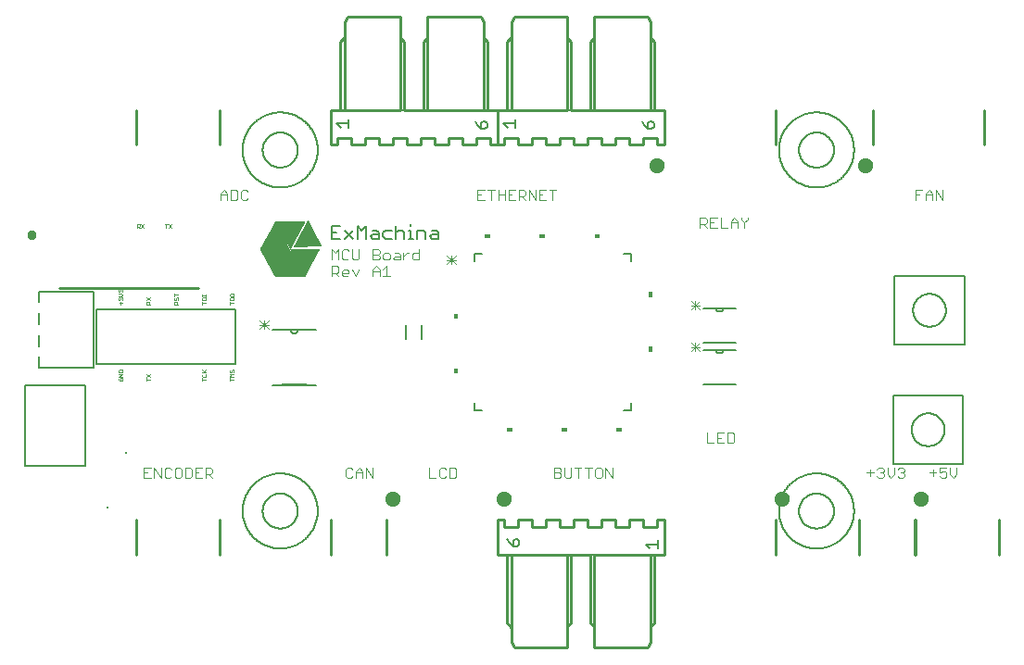
<source format=gto>
G75*
%MOIN*%
%OFA0B0*%
%FSLAX25Y25*%
%IPPOS*%
%LPD*%
%AMOC8*
5,1,8,0,0,1.08239X$1,22.5*
%
%ADD10C,0.00300*%
%ADD11C,0.00100*%
%ADD12C,0.00600*%
%ADD13C,0.00500*%
%ADD14R,0.00984X0.00984*%
%ADD15C,0.00800*%
%ADD16C,0.01000*%
%ADD17C,0.00700*%
%ADD18C,0.02500*%
%ADD19C,0.00004*%
D10*
X0094565Y0064250D02*
X0097034Y0064250D01*
X0098248Y0064250D02*
X0098248Y0067953D01*
X0100717Y0064250D01*
X0100717Y0067953D01*
X0101931Y0067336D02*
X0102548Y0067953D01*
X0103783Y0067953D01*
X0104400Y0067336D01*
X0105614Y0067336D02*
X0105614Y0064867D01*
X0106232Y0064250D01*
X0107466Y0064250D01*
X0108083Y0064867D01*
X0108083Y0067336D01*
X0107466Y0067953D01*
X0106232Y0067953D01*
X0105614Y0067336D01*
X0104400Y0064867D02*
X0103783Y0064250D01*
X0102548Y0064250D01*
X0101931Y0064867D01*
X0101931Y0067336D01*
X0097034Y0067953D02*
X0094565Y0067953D01*
X0094565Y0064250D01*
X0094565Y0066102D02*
X0095799Y0066102D01*
X0109298Y0067953D02*
X0109298Y0064250D01*
X0111149Y0064250D01*
X0111766Y0064867D01*
X0111766Y0067336D01*
X0111149Y0067953D01*
X0109298Y0067953D01*
X0112981Y0067953D02*
X0112981Y0064250D01*
X0115449Y0064250D01*
X0116664Y0064250D02*
X0116664Y0067953D01*
X0118515Y0067953D01*
X0119133Y0067336D01*
X0119133Y0066102D01*
X0118515Y0065484D01*
X0116664Y0065484D01*
X0117898Y0065484D02*
X0119133Y0064250D01*
X0114215Y0066102D02*
X0112981Y0066102D01*
X0112981Y0067953D02*
X0115449Y0067953D01*
X0167065Y0067336D02*
X0167065Y0064867D01*
X0167682Y0064250D01*
X0168917Y0064250D01*
X0169534Y0064867D01*
X0170748Y0064250D02*
X0170748Y0066719D01*
X0171982Y0067953D01*
X0173217Y0066719D01*
X0173217Y0064250D01*
X0174431Y0064250D02*
X0174431Y0067953D01*
X0176900Y0064250D01*
X0176900Y0067953D01*
X0173217Y0066102D02*
X0170748Y0066102D01*
X0169534Y0067336D02*
X0168917Y0067953D01*
X0167682Y0067953D01*
X0167065Y0067336D01*
X0197065Y0067953D02*
X0197065Y0064250D01*
X0199534Y0064250D01*
X0200748Y0064867D02*
X0201365Y0064250D01*
X0202600Y0064250D01*
X0203217Y0064867D01*
X0204431Y0064250D02*
X0206283Y0064250D01*
X0206900Y0064867D01*
X0206900Y0067336D01*
X0206283Y0067953D01*
X0204431Y0067953D01*
X0204431Y0064250D01*
X0203217Y0067336D02*
X0202600Y0067953D01*
X0201365Y0067953D01*
X0200748Y0067336D01*
X0200748Y0064867D01*
X0242065Y0064250D02*
X0243917Y0064250D01*
X0244534Y0064867D01*
X0244534Y0065484D01*
X0243917Y0066102D01*
X0242065Y0066102D01*
X0242065Y0067953D02*
X0242065Y0064250D01*
X0243917Y0066102D02*
X0244534Y0066719D01*
X0244534Y0067336D01*
X0243917Y0067953D01*
X0242065Y0067953D01*
X0245748Y0067953D02*
X0245748Y0064867D01*
X0246365Y0064250D01*
X0247600Y0064250D01*
X0248217Y0064867D01*
X0248217Y0067953D01*
X0249431Y0067953D02*
X0251900Y0067953D01*
X0253114Y0067953D02*
X0255583Y0067953D01*
X0254349Y0067953D02*
X0254349Y0064250D01*
X0256798Y0064867D02*
X0256798Y0067336D01*
X0257415Y0067953D01*
X0258649Y0067953D01*
X0259266Y0067336D01*
X0259266Y0064867D01*
X0258649Y0064250D01*
X0257415Y0064250D01*
X0256798Y0064867D01*
X0260481Y0064250D02*
X0260481Y0067953D01*
X0262949Y0064250D01*
X0262949Y0067953D01*
X0250666Y0067953D02*
X0250666Y0064250D01*
X0297065Y0076750D02*
X0299534Y0076750D01*
X0300748Y0076750D02*
X0303217Y0076750D01*
X0304431Y0076750D02*
X0306283Y0076750D01*
X0306900Y0077367D01*
X0306900Y0079836D01*
X0306283Y0080453D01*
X0304431Y0080453D01*
X0304431Y0076750D01*
X0301982Y0078602D02*
X0300748Y0078602D01*
X0300748Y0080453D02*
X0300748Y0076750D01*
X0297065Y0076750D02*
X0297065Y0080453D01*
X0300748Y0080453D02*
X0303217Y0080453D01*
X0354565Y0066102D02*
X0357034Y0066102D01*
X0358248Y0067336D02*
X0358865Y0067953D01*
X0360100Y0067953D01*
X0360717Y0067336D01*
X0360717Y0066719D01*
X0360100Y0066102D01*
X0360717Y0065484D01*
X0360717Y0064867D01*
X0360100Y0064250D01*
X0358865Y0064250D01*
X0358248Y0064867D01*
X0359482Y0066102D02*
X0360100Y0066102D01*
X0361931Y0065484D02*
X0363166Y0064250D01*
X0364400Y0065484D01*
X0364400Y0067953D01*
X0365614Y0067336D02*
X0366232Y0067953D01*
X0367466Y0067953D01*
X0368083Y0067336D01*
X0368083Y0066719D01*
X0367466Y0066102D01*
X0368083Y0065484D01*
X0368083Y0064867D01*
X0367466Y0064250D01*
X0366232Y0064250D01*
X0365614Y0064867D01*
X0366849Y0066102D02*
X0367466Y0066102D01*
X0361931Y0065484D02*
X0361931Y0067953D01*
X0355799Y0067336D02*
X0355799Y0064867D01*
X0377065Y0066102D02*
X0379534Y0066102D01*
X0380748Y0066102D02*
X0380748Y0067953D01*
X0383217Y0067953D01*
X0384431Y0067953D02*
X0384431Y0065484D01*
X0385666Y0064250D01*
X0386900Y0065484D01*
X0386900Y0067953D01*
X0383217Y0066102D02*
X0383217Y0064867D01*
X0382600Y0064250D01*
X0381365Y0064250D01*
X0380748Y0064867D01*
X0380748Y0066102D02*
X0381982Y0066719D01*
X0382600Y0066719D01*
X0383217Y0066102D01*
X0378299Y0067336D02*
X0378299Y0064867D01*
X0294386Y0109734D02*
X0291250Y0112870D01*
X0292818Y0112870D02*
X0292818Y0109734D01*
X0291250Y0109734D02*
X0294386Y0112870D01*
X0294386Y0111302D02*
X0291250Y0111302D01*
X0291250Y0124734D02*
X0294386Y0127870D01*
X0292818Y0127870D02*
X0292818Y0124734D01*
X0294386Y0124734D02*
X0291250Y0127870D01*
X0291250Y0126302D02*
X0294386Y0126302D01*
X0294565Y0154250D02*
X0294565Y0157953D01*
X0296417Y0157953D01*
X0297034Y0157336D01*
X0297034Y0156102D01*
X0296417Y0155484D01*
X0294565Y0155484D01*
X0295799Y0155484D02*
X0297034Y0154250D01*
X0298248Y0154250D02*
X0300717Y0154250D01*
X0301931Y0154250D02*
X0301931Y0157953D01*
X0300717Y0157953D02*
X0298248Y0157953D01*
X0298248Y0154250D01*
X0298248Y0156102D02*
X0299482Y0156102D01*
X0301931Y0154250D02*
X0304400Y0154250D01*
X0305614Y0154250D02*
X0305614Y0156719D01*
X0306849Y0157953D01*
X0308083Y0156719D01*
X0308083Y0154250D01*
X0308083Y0156102D02*
X0305614Y0156102D01*
X0309298Y0157336D02*
X0310532Y0156102D01*
X0310532Y0154250D01*
X0310532Y0156102D02*
X0311766Y0157336D01*
X0311766Y0157953D01*
X0309298Y0157953D02*
X0309298Y0157336D01*
X0372065Y0164250D02*
X0372065Y0167953D01*
X0374534Y0167953D01*
X0375748Y0166719D02*
X0376982Y0167953D01*
X0378217Y0166719D01*
X0378217Y0164250D01*
X0379431Y0164250D02*
X0379431Y0167953D01*
X0381900Y0164250D01*
X0381900Y0167953D01*
X0378217Y0166102D02*
X0375748Y0166102D01*
X0375748Y0166719D02*
X0375748Y0164250D01*
X0373299Y0166102D02*
X0372065Y0166102D01*
X0242816Y0167953D02*
X0240347Y0167953D01*
X0239133Y0167953D02*
X0236664Y0167953D01*
X0236664Y0164250D01*
X0239133Y0164250D01*
X0237898Y0166102D02*
X0236664Y0166102D01*
X0235449Y0164250D02*
X0235449Y0167953D01*
X0232981Y0167953D02*
X0235449Y0164250D01*
X0232981Y0164250D02*
X0232981Y0167953D01*
X0231766Y0167336D02*
X0231766Y0166102D01*
X0231149Y0165484D01*
X0229298Y0165484D01*
X0230532Y0165484D02*
X0231766Y0164250D01*
X0229298Y0164250D02*
X0229298Y0167953D01*
X0231149Y0167953D01*
X0231766Y0167336D01*
X0228083Y0167953D02*
X0225614Y0167953D01*
X0225614Y0164250D01*
X0228083Y0164250D01*
X0226849Y0166102D02*
X0225614Y0166102D01*
X0224400Y0166102D02*
X0221931Y0166102D01*
X0221931Y0167953D02*
X0221931Y0164250D01*
X0219482Y0164250D02*
X0219482Y0167953D01*
X0218248Y0167953D02*
X0220717Y0167953D01*
X0224400Y0167953D02*
X0224400Y0164250D01*
X0217034Y0164250D02*
X0214565Y0164250D01*
X0214565Y0167953D01*
X0217034Y0167953D01*
X0215799Y0166102D02*
X0214565Y0166102D01*
X0241581Y0164250D02*
X0241581Y0167953D01*
X0193385Y0146453D02*
X0193385Y0142750D01*
X0191533Y0142750D01*
X0190916Y0143367D01*
X0190916Y0144602D01*
X0191533Y0145219D01*
X0193385Y0145219D01*
X0189699Y0145219D02*
X0189081Y0145219D01*
X0187847Y0143984D01*
X0186633Y0143984D02*
X0184781Y0143984D01*
X0184164Y0143367D01*
X0184781Y0142750D01*
X0186633Y0142750D01*
X0186633Y0144602D01*
X0186015Y0145219D01*
X0184781Y0145219D01*
X0182949Y0144602D02*
X0182332Y0145219D01*
X0181098Y0145219D01*
X0180481Y0144602D01*
X0180481Y0143367D01*
X0181098Y0142750D01*
X0182332Y0142750D01*
X0182949Y0143367D01*
X0182949Y0144602D01*
X0179266Y0145219D02*
X0178649Y0144602D01*
X0176798Y0144602D01*
X0178649Y0144602D02*
X0179266Y0143984D01*
X0179266Y0143367D01*
X0178649Y0142750D01*
X0176798Y0142750D01*
X0176798Y0146453D01*
X0178649Y0146453D01*
X0179266Y0145836D01*
X0179266Y0145219D01*
X0178032Y0140453D02*
X0179266Y0139219D01*
X0179266Y0136750D01*
X0180481Y0136750D02*
X0182949Y0136750D01*
X0181715Y0136750D02*
X0181715Y0140453D01*
X0180481Y0139219D01*
X0179266Y0138602D02*
X0176798Y0138602D01*
X0176798Y0139219D02*
X0178032Y0140453D01*
X0176798Y0139219D02*
X0176798Y0136750D01*
X0171900Y0139219D02*
X0170666Y0136750D01*
X0169431Y0139219D01*
X0168217Y0138602D02*
X0168217Y0137984D01*
X0165748Y0137984D01*
X0165748Y0137367D02*
X0165748Y0138602D01*
X0166365Y0139219D01*
X0167600Y0139219D01*
X0168217Y0138602D01*
X0167600Y0136750D02*
X0166365Y0136750D01*
X0165748Y0137367D01*
X0164534Y0136750D02*
X0163299Y0137984D01*
X0163917Y0137984D02*
X0162065Y0137984D01*
X0162065Y0136750D02*
X0162065Y0140453D01*
X0163917Y0140453D01*
X0164534Y0139836D01*
X0164534Y0138602D01*
X0163917Y0137984D01*
X0164534Y0142750D02*
X0164534Y0146453D01*
X0163299Y0145219D01*
X0162065Y0146453D01*
X0162065Y0142750D01*
X0165748Y0143367D02*
X0165748Y0145836D01*
X0166365Y0146453D01*
X0167600Y0146453D01*
X0168217Y0145836D01*
X0169431Y0146453D02*
X0169431Y0143367D01*
X0170048Y0142750D01*
X0171283Y0142750D01*
X0171900Y0143367D01*
X0171900Y0146453D01*
X0168217Y0143367D02*
X0167600Y0142750D01*
X0166365Y0142750D01*
X0165748Y0143367D01*
X0187847Y0142750D02*
X0187847Y0145219D01*
X0203550Y0144270D02*
X0206686Y0141134D01*
X0205118Y0141134D02*
X0205118Y0144270D01*
X0206686Y0144270D02*
X0203550Y0141134D01*
X0203550Y0142702D02*
X0206686Y0142702D01*
X0139286Y0120870D02*
X0136150Y0117734D01*
X0139286Y0120870D01*
X0139286Y0119302D02*
X0136150Y0119302D01*
X0139286Y0119302D01*
X0139286Y0117734D02*
X0136150Y0120870D01*
X0139286Y0117734D01*
X0137718Y0117734D02*
X0137718Y0120870D01*
X0137718Y0117734D01*
X0131283Y0164250D02*
X0131900Y0164867D01*
X0131283Y0164250D02*
X0130048Y0164250D01*
X0129431Y0164867D01*
X0129431Y0167336D01*
X0130048Y0167953D01*
X0131283Y0167953D01*
X0131900Y0167336D01*
X0128217Y0167336D02*
X0128217Y0164867D01*
X0127600Y0164250D01*
X0125748Y0164250D01*
X0125748Y0167953D01*
X0127600Y0167953D01*
X0128217Y0167336D01*
X0124534Y0166719D02*
X0124534Y0164250D01*
X0124534Y0166102D02*
X0122065Y0166102D01*
X0122065Y0166719D02*
X0123299Y0167953D01*
X0124534Y0166719D01*
X0122065Y0166719D02*
X0122065Y0164250D01*
D11*
X0104439Y0155651D02*
X0103438Y0154150D01*
X0102465Y0154150D02*
X0102465Y0155651D01*
X0101965Y0155651D02*
X0102966Y0155651D01*
X0103438Y0155651D02*
X0104439Y0154150D01*
X0094439Y0154150D02*
X0093438Y0155651D01*
X0092966Y0155401D02*
X0092966Y0154901D01*
X0092716Y0154650D01*
X0091965Y0154650D01*
X0091965Y0154150D02*
X0091965Y0155651D01*
X0092716Y0155651D01*
X0092966Y0155401D01*
X0092465Y0154650D02*
X0092966Y0154150D01*
X0093438Y0154150D02*
X0094439Y0155651D01*
X0086615Y0132071D02*
X0086865Y0131820D01*
X0086865Y0131320D01*
X0086615Y0131070D01*
X0086365Y0130597D02*
X0085364Y0130597D01*
X0085614Y0131070D02*
X0085364Y0131320D01*
X0085364Y0131820D01*
X0085614Y0132071D01*
X0085864Y0132071D01*
X0086114Y0131820D01*
X0086365Y0132071D01*
X0086615Y0132071D01*
X0086114Y0131820D02*
X0086114Y0131570D01*
X0086365Y0130597D02*
X0086865Y0130097D01*
X0086365Y0129597D01*
X0085364Y0129597D01*
X0085614Y0129124D02*
X0085864Y0129124D01*
X0086114Y0128874D01*
X0086365Y0129124D01*
X0086615Y0129124D01*
X0086865Y0128874D01*
X0086865Y0128373D01*
X0086615Y0128123D01*
X0086114Y0127651D02*
X0086114Y0126650D01*
X0085614Y0127150D02*
X0086615Y0127150D01*
X0085614Y0128123D02*
X0085364Y0128373D01*
X0085364Y0128874D01*
X0085614Y0129124D01*
X0086114Y0128874D02*
X0086114Y0128624D01*
X0095364Y0129124D02*
X0096865Y0128123D01*
X0096865Y0127651D02*
X0096365Y0127150D01*
X0096365Y0127401D02*
X0096365Y0126650D01*
X0096865Y0126650D02*
X0095364Y0126650D01*
X0095364Y0127401D01*
X0095614Y0127651D01*
X0096114Y0127651D01*
X0096365Y0127401D01*
X0095364Y0128123D02*
X0096865Y0129124D01*
X0105364Y0128874D02*
X0105364Y0128373D01*
X0105614Y0128123D01*
X0105864Y0128123D01*
X0106114Y0128373D01*
X0106114Y0128874D01*
X0106365Y0129124D01*
X0106615Y0129124D01*
X0106865Y0128874D01*
X0106865Y0128373D01*
X0106615Y0128123D01*
X0106865Y0127651D02*
X0106365Y0127150D01*
X0106365Y0127401D02*
X0106365Y0126650D01*
X0106865Y0126650D02*
X0105364Y0126650D01*
X0105364Y0127401D01*
X0105614Y0127651D01*
X0106114Y0127651D01*
X0106365Y0127401D01*
X0105364Y0128874D02*
X0105614Y0129124D01*
X0105364Y0129597D02*
X0105364Y0130597D01*
X0105364Y0130097D02*
X0106865Y0130097D01*
X0115364Y0130097D02*
X0115364Y0129597D01*
X0115364Y0129847D02*
X0116865Y0129847D01*
X0116865Y0129597D02*
X0116865Y0130097D01*
X0116615Y0129124D02*
X0115614Y0129124D01*
X0115364Y0128874D01*
X0115364Y0128123D01*
X0116865Y0128123D01*
X0116865Y0128874D01*
X0116615Y0129124D01*
X0115364Y0127651D02*
X0115364Y0126650D01*
X0115364Y0127150D02*
X0116865Y0127150D01*
X0125364Y0127150D02*
X0126865Y0127150D01*
X0126865Y0128123D02*
X0126865Y0128874D01*
X0126615Y0129124D01*
X0125614Y0129124D01*
X0125364Y0128874D01*
X0125364Y0128123D01*
X0126865Y0128123D01*
X0126615Y0129597D02*
X0126865Y0129847D01*
X0126865Y0130347D01*
X0126615Y0130597D01*
X0125614Y0130597D01*
X0125364Y0130347D01*
X0125364Y0129847D01*
X0125614Y0129597D01*
X0126615Y0129597D01*
X0125364Y0127651D02*
X0125364Y0126650D01*
X0125614Y0103097D02*
X0125364Y0102847D01*
X0125364Y0102347D01*
X0125614Y0102097D01*
X0125864Y0102097D01*
X0126114Y0102347D01*
X0126114Y0102847D01*
X0126365Y0103097D01*
X0126615Y0103097D01*
X0126865Y0102847D01*
X0126865Y0102347D01*
X0126615Y0102097D01*
X0126865Y0101624D02*
X0125364Y0101624D01*
X0125864Y0101124D01*
X0125364Y0100623D01*
X0126865Y0100623D01*
X0126865Y0099650D02*
X0125364Y0099650D01*
X0125364Y0099150D02*
X0125364Y0100151D01*
X0116865Y0099650D02*
X0115364Y0099650D01*
X0115364Y0099150D02*
X0115364Y0100151D01*
X0115614Y0100623D02*
X0116615Y0100623D01*
X0116865Y0100873D01*
X0116865Y0101374D01*
X0116615Y0101624D01*
X0116865Y0102097D02*
X0115364Y0102097D01*
X0115614Y0101624D02*
X0115364Y0101374D01*
X0115364Y0100873D01*
X0115614Y0100623D01*
X0116365Y0102097D02*
X0115364Y0103097D01*
X0116114Y0102347D02*
X0116865Y0103097D01*
X0096865Y0101624D02*
X0095364Y0100623D01*
X0095364Y0100151D02*
X0095364Y0099150D01*
X0095364Y0099650D02*
X0096865Y0099650D01*
X0096865Y0100623D02*
X0095364Y0101624D01*
X0086865Y0101624D02*
X0085364Y0101624D01*
X0085364Y0102097D02*
X0085364Y0102847D01*
X0085614Y0103097D01*
X0086615Y0103097D01*
X0086865Y0102847D01*
X0086865Y0102097D01*
X0085364Y0102097D01*
X0085364Y0100623D02*
X0086865Y0101624D01*
X0086865Y0100623D02*
X0085364Y0100623D01*
X0085614Y0100151D02*
X0085364Y0099901D01*
X0085364Y0099400D01*
X0085614Y0099150D01*
X0086615Y0099150D01*
X0086865Y0099400D01*
X0086865Y0099901D01*
X0086615Y0100151D01*
X0086114Y0100151D01*
X0086114Y0099650D01*
X0206200Y0102070D02*
X0207200Y0102070D01*
X0207200Y0103570D01*
X0206200Y0103570D01*
X0206200Y0102070D01*
X0206200Y0102110D02*
X0207200Y0102110D01*
X0207200Y0102209D02*
X0206200Y0102209D01*
X0206200Y0102307D02*
X0207200Y0102307D01*
X0207200Y0102406D02*
X0206200Y0102406D01*
X0206200Y0102504D02*
X0207200Y0102504D01*
X0207200Y0102603D02*
X0206200Y0102603D01*
X0206200Y0102701D02*
X0207200Y0102701D01*
X0207200Y0102800D02*
X0206200Y0102800D01*
X0206200Y0102898D02*
X0207200Y0102898D01*
X0207200Y0102997D02*
X0206200Y0102997D01*
X0206200Y0103095D02*
X0207200Y0103095D01*
X0207200Y0103194D02*
X0206200Y0103194D01*
X0206200Y0103292D02*
X0207200Y0103292D01*
X0207200Y0103391D02*
X0206200Y0103391D01*
X0206200Y0103489D02*
X0207200Y0103489D01*
X0207200Y0121756D02*
X0206200Y0121756D01*
X0206200Y0123256D01*
X0207200Y0123256D01*
X0207200Y0121756D01*
X0207200Y0121812D02*
X0206200Y0121812D01*
X0206200Y0121911D02*
X0207200Y0121911D01*
X0207200Y0122009D02*
X0206200Y0122009D01*
X0206200Y0122108D02*
X0207200Y0122108D01*
X0207200Y0122206D02*
X0206200Y0122206D01*
X0206200Y0122305D02*
X0207200Y0122305D01*
X0207200Y0122403D02*
X0206200Y0122403D01*
X0206200Y0122502D02*
X0207200Y0122502D01*
X0207200Y0122600D02*
X0206200Y0122600D01*
X0206200Y0122699D02*
X0207200Y0122699D01*
X0207200Y0122797D02*
X0206200Y0122797D01*
X0206200Y0122896D02*
X0207200Y0122896D01*
X0207200Y0122994D02*
X0206200Y0122994D01*
X0206200Y0123093D02*
X0207200Y0123093D01*
X0207200Y0123191D02*
X0206200Y0123191D01*
X0217228Y0151000D02*
X0218728Y0151000D01*
X0218728Y0152000D01*
X0217228Y0152000D01*
X0217228Y0151000D01*
X0217228Y0151070D02*
X0218728Y0151070D01*
X0218728Y0151169D02*
X0217228Y0151169D01*
X0217228Y0151267D02*
X0218728Y0151267D01*
X0218728Y0151366D02*
X0217228Y0151366D01*
X0217228Y0151464D02*
X0218728Y0151464D01*
X0218728Y0151563D02*
X0217228Y0151563D01*
X0217228Y0151661D02*
X0218728Y0151661D01*
X0218728Y0151760D02*
X0217228Y0151760D01*
X0217228Y0151858D02*
X0218728Y0151858D01*
X0218728Y0151957D02*
X0217228Y0151957D01*
X0236913Y0151957D02*
X0238413Y0151957D01*
X0238413Y0152000D02*
X0238413Y0151000D01*
X0236913Y0151000D01*
X0236913Y0152000D01*
X0238413Y0152000D01*
X0238413Y0151858D02*
X0236913Y0151858D01*
X0236913Y0151760D02*
X0238413Y0151760D01*
X0238413Y0151661D02*
X0236913Y0151661D01*
X0236913Y0151563D02*
X0238413Y0151563D01*
X0238413Y0151464D02*
X0236913Y0151464D01*
X0236913Y0151366D02*
X0238413Y0151366D01*
X0238413Y0151267D02*
X0236913Y0151267D01*
X0236913Y0151169D02*
X0238413Y0151169D01*
X0238413Y0151070D02*
X0236913Y0151070D01*
X0256598Y0151070D02*
X0258098Y0151070D01*
X0258098Y0151000D02*
X0256598Y0151000D01*
X0256598Y0152000D01*
X0258098Y0152000D01*
X0258098Y0151000D01*
X0258098Y0151169D02*
X0256598Y0151169D01*
X0256598Y0151267D02*
X0258098Y0151267D01*
X0258098Y0151366D02*
X0256598Y0151366D01*
X0256598Y0151464D02*
X0258098Y0151464D01*
X0258098Y0151563D02*
X0256598Y0151563D01*
X0256598Y0151661D02*
X0258098Y0151661D01*
X0258098Y0151760D02*
X0256598Y0151760D01*
X0256598Y0151858D02*
X0258098Y0151858D01*
X0258098Y0151957D02*
X0256598Y0151957D01*
X0276000Y0131130D02*
X0277000Y0131130D01*
X0277000Y0129630D01*
X0276000Y0129630D01*
X0276000Y0131130D01*
X0276000Y0131072D02*
X0277000Y0131072D01*
X0277000Y0130974D02*
X0276000Y0130974D01*
X0276000Y0130875D02*
X0277000Y0130875D01*
X0277000Y0130777D02*
X0276000Y0130777D01*
X0276000Y0130678D02*
X0277000Y0130678D01*
X0277000Y0130580D02*
X0276000Y0130580D01*
X0276000Y0130481D02*
X0277000Y0130481D01*
X0277000Y0130383D02*
X0276000Y0130383D01*
X0276000Y0130284D02*
X0277000Y0130284D01*
X0277000Y0130186D02*
X0276000Y0130186D01*
X0276000Y0130087D02*
X0277000Y0130087D01*
X0277000Y0129989D02*
X0276000Y0129989D01*
X0276000Y0129890D02*
X0277000Y0129890D01*
X0277000Y0129792D02*
X0276000Y0129792D01*
X0276000Y0129693D02*
X0277000Y0129693D01*
X0277000Y0111444D02*
X0276000Y0111444D01*
X0276000Y0109944D01*
X0277000Y0109944D01*
X0277000Y0111444D01*
X0277000Y0111370D02*
X0276000Y0111370D01*
X0276000Y0111272D02*
X0277000Y0111272D01*
X0277000Y0111173D02*
X0276000Y0111173D01*
X0276000Y0111075D02*
X0277000Y0111075D01*
X0277000Y0110976D02*
X0276000Y0110976D01*
X0276000Y0110878D02*
X0277000Y0110878D01*
X0277000Y0110779D02*
X0276000Y0110779D01*
X0276000Y0110681D02*
X0277000Y0110681D01*
X0277000Y0110582D02*
X0276000Y0110582D01*
X0276000Y0110483D02*
X0277000Y0110483D01*
X0277000Y0110385D02*
X0276000Y0110385D01*
X0276000Y0110286D02*
X0277000Y0110286D01*
X0277000Y0110188D02*
X0276000Y0110188D01*
X0276000Y0110089D02*
X0277000Y0110089D01*
X0277000Y0109991D02*
X0276000Y0109991D01*
X0265972Y0082200D02*
X0264472Y0082200D01*
X0264472Y0081200D01*
X0265972Y0081200D01*
X0265972Y0082200D01*
X0265972Y0082112D02*
X0264472Y0082112D01*
X0264472Y0082014D02*
X0265972Y0082014D01*
X0265972Y0081915D02*
X0264472Y0081915D01*
X0264472Y0081817D02*
X0265972Y0081817D01*
X0265972Y0081718D02*
X0264472Y0081718D01*
X0264472Y0081620D02*
X0265972Y0081620D01*
X0265972Y0081521D02*
X0264472Y0081521D01*
X0264472Y0081423D02*
X0265972Y0081423D01*
X0265972Y0081324D02*
X0264472Y0081324D01*
X0264472Y0081226D02*
X0265972Y0081226D01*
X0246287Y0081226D02*
X0244787Y0081226D01*
X0244787Y0081200D02*
X0246287Y0081200D01*
X0246287Y0082200D01*
X0244787Y0082200D01*
X0244787Y0081200D01*
X0244787Y0081324D02*
X0246287Y0081324D01*
X0246287Y0081423D02*
X0244787Y0081423D01*
X0244787Y0081521D02*
X0246287Y0081521D01*
X0246287Y0081620D02*
X0244787Y0081620D01*
X0244787Y0081718D02*
X0246287Y0081718D01*
X0246287Y0081817D02*
X0244787Y0081817D01*
X0244787Y0081915D02*
X0246287Y0081915D01*
X0246287Y0082014D02*
X0244787Y0082014D01*
X0244787Y0082112D02*
X0246287Y0082112D01*
X0226602Y0082112D02*
X0225102Y0082112D01*
X0225102Y0082200D02*
X0226602Y0082200D01*
X0226602Y0081200D01*
X0225102Y0081200D01*
X0225102Y0082200D01*
X0225102Y0082014D02*
X0226602Y0082014D01*
X0226602Y0081915D02*
X0225102Y0081915D01*
X0225102Y0081817D02*
X0226602Y0081817D01*
X0226602Y0081718D02*
X0225102Y0081718D01*
X0225102Y0081620D02*
X0226602Y0081620D01*
X0226602Y0081521D02*
X0225102Y0081521D01*
X0225102Y0081423D02*
X0226602Y0081423D01*
X0226602Y0081324D02*
X0225102Y0081324D01*
X0225102Y0081226D02*
X0226602Y0081226D01*
D12*
X0216100Y0088400D02*
X0213400Y0088400D01*
X0213400Y0091100D01*
X0267100Y0088400D02*
X0269800Y0088400D01*
X0269800Y0091100D01*
X0295900Y0097900D02*
X0307300Y0097900D01*
X0307300Y0110300D02*
X0302800Y0110300D01*
X0300400Y0110300D01*
X0295900Y0110300D01*
X0295900Y0112900D02*
X0307300Y0112900D01*
X0302800Y0110300D02*
X0302798Y0110231D01*
X0302792Y0110163D01*
X0302782Y0110095D01*
X0302769Y0110028D01*
X0302751Y0109962D01*
X0302730Y0109897D01*
X0302705Y0109833D01*
X0302677Y0109771D01*
X0302645Y0109710D01*
X0302610Y0109651D01*
X0302571Y0109595D01*
X0302529Y0109540D01*
X0302484Y0109489D01*
X0302436Y0109439D01*
X0302386Y0109393D01*
X0302333Y0109350D01*
X0302277Y0109309D01*
X0302220Y0109272D01*
X0302160Y0109239D01*
X0302098Y0109208D01*
X0302035Y0109182D01*
X0301971Y0109159D01*
X0301905Y0109139D01*
X0301838Y0109124D01*
X0301771Y0109112D01*
X0301703Y0109104D01*
X0301634Y0109100D01*
X0301566Y0109100D01*
X0301497Y0109104D01*
X0301429Y0109112D01*
X0301362Y0109124D01*
X0301295Y0109139D01*
X0301229Y0109159D01*
X0301165Y0109182D01*
X0301102Y0109208D01*
X0301040Y0109239D01*
X0300980Y0109272D01*
X0300923Y0109309D01*
X0300867Y0109350D01*
X0300814Y0109393D01*
X0300764Y0109439D01*
X0300716Y0109489D01*
X0300671Y0109540D01*
X0300629Y0109595D01*
X0300590Y0109651D01*
X0300555Y0109710D01*
X0300523Y0109771D01*
X0300495Y0109833D01*
X0300470Y0109897D01*
X0300449Y0109962D01*
X0300431Y0110028D01*
X0300418Y0110095D01*
X0300408Y0110163D01*
X0300402Y0110231D01*
X0300400Y0110300D01*
X0300400Y0125300D02*
X0295900Y0125300D01*
X0300400Y0125300D02*
X0302800Y0125300D01*
X0307300Y0125300D01*
X0302800Y0125300D02*
X0302798Y0125231D01*
X0302792Y0125163D01*
X0302782Y0125095D01*
X0302769Y0125028D01*
X0302751Y0124962D01*
X0302730Y0124897D01*
X0302705Y0124833D01*
X0302677Y0124771D01*
X0302645Y0124710D01*
X0302610Y0124651D01*
X0302571Y0124595D01*
X0302529Y0124540D01*
X0302484Y0124489D01*
X0302436Y0124439D01*
X0302386Y0124393D01*
X0302333Y0124350D01*
X0302277Y0124309D01*
X0302220Y0124272D01*
X0302160Y0124239D01*
X0302098Y0124208D01*
X0302035Y0124182D01*
X0301971Y0124159D01*
X0301905Y0124139D01*
X0301838Y0124124D01*
X0301771Y0124112D01*
X0301703Y0124104D01*
X0301634Y0124100D01*
X0301566Y0124100D01*
X0301497Y0124104D01*
X0301429Y0124112D01*
X0301362Y0124124D01*
X0301295Y0124139D01*
X0301229Y0124159D01*
X0301165Y0124182D01*
X0301102Y0124208D01*
X0301040Y0124239D01*
X0300980Y0124272D01*
X0300923Y0124309D01*
X0300867Y0124350D01*
X0300814Y0124393D01*
X0300764Y0124439D01*
X0300716Y0124489D01*
X0300671Y0124540D01*
X0300629Y0124595D01*
X0300590Y0124651D01*
X0300555Y0124710D01*
X0300523Y0124771D01*
X0300495Y0124833D01*
X0300470Y0124897D01*
X0300449Y0124962D01*
X0300431Y0125028D01*
X0300418Y0125095D01*
X0300408Y0125163D01*
X0300402Y0125231D01*
X0300400Y0125300D01*
X0269800Y0142100D02*
X0269800Y0144800D01*
X0267100Y0144800D01*
X0216100Y0144800D02*
X0213400Y0144800D01*
X0213400Y0142100D01*
X0156500Y0117500D02*
X0149800Y0117500D01*
X0147400Y0117500D01*
X0140700Y0117500D01*
X0144000Y0117400D02*
X0147400Y0117400D01*
X0153200Y0117400D01*
X0149800Y0117500D02*
X0149801Y0117431D01*
X0149798Y0117363D01*
X0149791Y0117295D01*
X0149780Y0117227D01*
X0149765Y0117160D01*
X0149747Y0117094D01*
X0149725Y0117029D01*
X0149699Y0116965D01*
X0149669Y0116903D01*
X0149637Y0116843D01*
X0149600Y0116785D01*
X0149561Y0116729D01*
X0149518Y0116675D01*
X0149472Y0116624D01*
X0149424Y0116576D01*
X0149372Y0116530D01*
X0149319Y0116488D01*
X0149262Y0116448D01*
X0149204Y0116412D01*
X0149144Y0116379D01*
X0149082Y0116350D01*
X0149018Y0116324D01*
X0148953Y0116302D01*
X0148887Y0116284D01*
X0148820Y0116269D01*
X0148753Y0116259D01*
X0148684Y0116252D01*
X0148616Y0116249D01*
X0148547Y0116250D01*
X0148479Y0116255D01*
X0148411Y0116264D01*
X0148343Y0116277D01*
X0148277Y0116293D01*
X0148211Y0116314D01*
X0148147Y0116338D01*
X0148084Y0116365D01*
X0148023Y0116397D01*
X0147964Y0116431D01*
X0147907Y0116469D01*
X0147852Y0116510D01*
X0147800Y0116555D01*
X0147750Y0116602D01*
X0147703Y0116652D01*
X0147659Y0116704D01*
X0147618Y0116759D01*
X0147580Y0116816D01*
X0147545Y0116876D01*
X0147514Y0116937D01*
X0147487Y0117000D01*
X0147463Y0117064D01*
X0147443Y0117130D01*
X0147426Y0117196D01*
X0147414Y0117264D01*
X0147405Y0117332D01*
X0147400Y0117400D01*
X0147400Y0117500D02*
X0147402Y0117431D01*
X0147408Y0117363D01*
X0147418Y0117295D01*
X0147431Y0117228D01*
X0147449Y0117162D01*
X0147470Y0117097D01*
X0147495Y0117033D01*
X0147523Y0116971D01*
X0147555Y0116910D01*
X0147590Y0116851D01*
X0147629Y0116795D01*
X0147671Y0116740D01*
X0147716Y0116689D01*
X0147764Y0116639D01*
X0147814Y0116593D01*
X0147867Y0116550D01*
X0147923Y0116509D01*
X0147980Y0116472D01*
X0148040Y0116439D01*
X0148102Y0116408D01*
X0148165Y0116382D01*
X0148229Y0116359D01*
X0148295Y0116339D01*
X0148362Y0116324D01*
X0148429Y0116312D01*
X0148497Y0116304D01*
X0148566Y0116300D01*
X0148634Y0116300D01*
X0148703Y0116304D01*
X0148771Y0116312D01*
X0148838Y0116324D01*
X0148905Y0116339D01*
X0148971Y0116359D01*
X0149035Y0116382D01*
X0149098Y0116408D01*
X0149160Y0116439D01*
X0149220Y0116472D01*
X0149277Y0116509D01*
X0149333Y0116550D01*
X0149386Y0116593D01*
X0149436Y0116639D01*
X0149484Y0116689D01*
X0149529Y0116740D01*
X0149571Y0116795D01*
X0149610Y0116851D01*
X0149645Y0116910D01*
X0149677Y0116971D01*
X0149705Y0117033D01*
X0149730Y0117097D01*
X0149751Y0117162D01*
X0149769Y0117228D01*
X0149782Y0117295D01*
X0149792Y0117363D01*
X0149798Y0117431D01*
X0149800Y0117500D01*
X0153200Y0097800D02*
X0144000Y0097800D01*
X0140700Y0097700D02*
X0156500Y0097700D01*
X0130029Y0052348D02*
X0130033Y0052679D01*
X0130045Y0053010D01*
X0130066Y0053341D01*
X0130094Y0053671D01*
X0130131Y0054001D01*
X0130175Y0054329D01*
X0130228Y0054656D01*
X0130288Y0054982D01*
X0130357Y0055306D01*
X0130434Y0055628D01*
X0130518Y0055949D01*
X0130610Y0056267D01*
X0130710Y0056583D01*
X0130818Y0056896D01*
X0130934Y0057207D01*
X0131057Y0057514D01*
X0131187Y0057819D01*
X0131325Y0058120D01*
X0131470Y0058418D01*
X0131623Y0058712D01*
X0131783Y0059002D01*
X0131950Y0059288D01*
X0132123Y0059570D01*
X0132304Y0059848D01*
X0132492Y0060121D01*
X0132686Y0060390D01*
X0132886Y0060654D01*
X0133093Y0060912D01*
X0133307Y0061166D01*
X0133526Y0061414D01*
X0133752Y0061657D01*
X0133983Y0061894D01*
X0134220Y0062125D01*
X0134463Y0062351D01*
X0134711Y0062570D01*
X0134965Y0062784D01*
X0135223Y0062991D01*
X0135487Y0063191D01*
X0135756Y0063385D01*
X0136029Y0063573D01*
X0136307Y0063754D01*
X0136589Y0063927D01*
X0136875Y0064094D01*
X0137165Y0064254D01*
X0137459Y0064407D01*
X0137757Y0064552D01*
X0138058Y0064690D01*
X0138363Y0064820D01*
X0138670Y0064943D01*
X0138981Y0065059D01*
X0139294Y0065167D01*
X0139610Y0065267D01*
X0139928Y0065359D01*
X0140249Y0065443D01*
X0140571Y0065520D01*
X0140895Y0065589D01*
X0141221Y0065649D01*
X0141548Y0065702D01*
X0141876Y0065746D01*
X0142206Y0065783D01*
X0142536Y0065811D01*
X0142867Y0065832D01*
X0143198Y0065844D01*
X0143529Y0065848D01*
X0143860Y0065844D01*
X0144191Y0065832D01*
X0144522Y0065811D01*
X0144852Y0065783D01*
X0145182Y0065746D01*
X0145510Y0065702D01*
X0145837Y0065649D01*
X0146163Y0065589D01*
X0146487Y0065520D01*
X0146809Y0065443D01*
X0147130Y0065359D01*
X0147448Y0065267D01*
X0147764Y0065167D01*
X0148077Y0065059D01*
X0148388Y0064943D01*
X0148695Y0064820D01*
X0149000Y0064690D01*
X0149301Y0064552D01*
X0149599Y0064407D01*
X0149893Y0064254D01*
X0150183Y0064094D01*
X0150469Y0063927D01*
X0150751Y0063754D01*
X0151029Y0063573D01*
X0151302Y0063385D01*
X0151571Y0063191D01*
X0151835Y0062991D01*
X0152093Y0062784D01*
X0152347Y0062570D01*
X0152595Y0062351D01*
X0152838Y0062125D01*
X0153075Y0061894D01*
X0153306Y0061657D01*
X0153532Y0061414D01*
X0153751Y0061166D01*
X0153965Y0060912D01*
X0154172Y0060654D01*
X0154372Y0060390D01*
X0154566Y0060121D01*
X0154754Y0059848D01*
X0154935Y0059570D01*
X0155108Y0059288D01*
X0155275Y0059002D01*
X0155435Y0058712D01*
X0155588Y0058418D01*
X0155733Y0058120D01*
X0155871Y0057819D01*
X0156001Y0057514D01*
X0156124Y0057207D01*
X0156240Y0056896D01*
X0156348Y0056583D01*
X0156448Y0056267D01*
X0156540Y0055949D01*
X0156624Y0055628D01*
X0156701Y0055306D01*
X0156770Y0054982D01*
X0156830Y0054656D01*
X0156883Y0054329D01*
X0156927Y0054001D01*
X0156964Y0053671D01*
X0156992Y0053341D01*
X0157013Y0053010D01*
X0157025Y0052679D01*
X0157029Y0052348D01*
X0157025Y0052017D01*
X0157013Y0051686D01*
X0156992Y0051355D01*
X0156964Y0051025D01*
X0156927Y0050695D01*
X0156883Y0050367D01*
X0156830Y0050040D01*
X0156770Y0049714D01*
X0156701Y0049390D01*
X0156624Y0049068D01*
X0156540Y0048747D01*
X0156448Y0048429D01*
X0156348Y0048113D01*
X0156240Y0047800D01*
X0156124Y0047489D01*
X0156001Y0047182D01*
X0155871Y0046877D01*
X0155733Y0046576D01*
X0155588Y0046278D01*
X0155435Y0045984D01*
X0155275Y0045694D01*
X0155108Y0045408D01*
X0154935Y0045126D01*
X0154754Y0044848D01*
X0154566Y0044575D01*
X0154372Y0044306D01*
X0154172Y0044042D01*
X0153965Y0043784D01*
X0153751Y0043530D01*
X0153532Y0043282D01*
X0153306Y0043039D01*
X0153075Y0042802D01*
X0152838Y0042571D01*
X0152595Y0042345D01*
X0152347Y0042126D01*
X0152093Y0041912D01*
X0151835Y0041705D01*
X0151571Y0041505D01*
X0151302Y0041311D01*
X0151029Y0041123D01*
X0150751Y0040942D01*
X0150469Y0040769D01*
X0150183Y0040602D01*
X0149893Y0040442D01*
X0149599Y0040289D01*
X0149301Y0040144D01*
X0149000Y0040006D01*
X0148695Y0039876D01*
X0148388Y0039753D01*
X0148077Y0039637D01*
X0147764Y0039529D01*
X0147448Y0039429D01*
X0147130Y0039337D01*
X0146809Y0039253D01*
X0146487Y0039176D01*
X0146163Y0039107D01*
X0145837Y0039047D01*
X0145510Y0038994D01*
X0145182Y0038950D01*
X0144852Y0038913D01*
X0144522Y0038885D01*
X0144191Y0038864D01*
X0143860Y0038852D01*
X0143529Y0038848D01*
X0143198Y0038852D01*
X0142867Y0038864D01*
X0142536Y0038885D01*
X0142206Y0038913D01*
X0141876Y0038950D01*
X0141548Y0038994D01*
X0141221Y0039047D01*
X0140895Y0039107D01*
X0140571Y0039176D01*
X0140249Y0039253D01*
X0139928Y0039337D01*
X0139610Y0039429D01*
X0139294Y0039529D01*
X0138981Y0039637D01*
X0138670Y0039753D01*
X0138363Y0039876D01*
X0138058Y0040006D01*
X0137757Y0040144D01*
X0137459Y0040289D01*
X0137165Y0040442D01*
X0136875Y0040602D01*
X0136589Y0040769D01*
X0136307Y0040942D01*
X0136029Y0041123D01*
X0135756Y0041311D01*
X0135487Y0041505D01*
X0135223Y0041705D01*
X0134965Y0041912D01*
X0134711Y0042126D01*
X0134463Y0042345D01*
X0134220Y0042571D01*
X0133983Y0042802D01*
X0133752Y0043039D01*
X0133526Y0043282D01*
X0133307Y0043530D01*
X0133093Y0043784D01*
X0132886Y0044042D01*
X0132686Y0044306D01*
X0132492Y0044575D01*
X0132304Y0044848D01*
X0132123Y0045126D01*
X0131950Y0045408D01*
X0131783Y0045694D01*
X0131623Y0045984D01*
X0131470Y0046278D01*
X0131325Y0046576D01*
X0131187Y0046877D01*
X0131057Y0047182D01*
X0130934Y0047489D01*
X0130818Y0047800D01*
X0130710Y0048113D01*
X0130610Y0048429D01*
X0130518Y0048747D01*
X0130434Y0049068D01*
X0130357Y0049390D01*
X0130288Y0049714D01*
X0130228Y0050040D01*
X0130175Y0050367D01*
X0130131Y0050695D01*
X0130094Y0051025D01*
X0130066Y0051355D01*
X0130045Y0051686D01*
X0130033Y0052017D01*
X0130029Y0052348D01*
X0322943Y0052348D02*
X0322947Y0052679D01*
X0322959Y0053010D01*
X0322980Y0053341D01*
X0323008Y0053671D01*
X0323045Y0054001D01*
X0323089Y0054329D01*
X0323142Y0054656D01*
X0323202Y0054982D01*
X0323271Y0055306D01*
X0323348Y0055628D01*
X0323432Y0055949D01*
X0323524Y0056267D01*
X0323624Y0056583D01*
X0323732Y0056896D01*
X0323848Y0057207D01*
X0323971Y0057514D01*
X0324101Y0057819D01*
X0324239Y0058120D01*
X0324384Y0058418D01*
X0324537Y0058712D01*
X0324697Y0059002D01*
X0324864Y0059288D01*
X0325037Y0059570D01*
X0325218Y0059848D01*
X0325406Y0060121D01*
X0325600Y0060390D01*
X0325800Y0060654D01*
X0326007Y0060912D01*
X0326221Y0061166D01*
X0326440Y0061414D01*
X0326666Y0061657D01*
X0326897Y0061894D01*
X0327134Y0062125D01*
X0327377Y0062351D01*
X0327625Y0062570D01*
X0327879Y0062784D01*
X0328137Y0062991D01*
X0328401Y0063191D01*
X0328670Y0063385D01*
X0328943Y0063573D01*
X0329221Y0063754D01*
X0329503Y0063927D01*
X0329789Y0064094D01*
X0330079Y0064254D01*
X0330373Y0064407D01*
X0330671Y0064552D01*
X0330972Y0064690D01*
X0331277Y0064820D01*
X0331584Y0064943D01*
X0331895Y0065059D01*
X0332208Y0065167D01*
X0332524Y0065267D01*
X0332842Y0065359D01*
X0333163Y0065443D01*
X0333485Y0065520D01*
X0333809Y0065589D01*
X0334135Y0065649D01*
X0334462Y0065702D01*
X0334790Y0065746D01*
X0335120Y0065783D01*
X0335450Y0065811D01*
X0335781Y0065832D01*
X0336112Y0065844D01*
X0336443Y0065848D01*
X0336774Y0065844D01*
X0337105Y0065832D01*
X0337436Y0065811D01*
X0337766Y0065783D01*
X0338096Y0065746D01*
X0338424Y0065702D01*
X0338751Y0065649D01*
X0339077Y0065589D01*
X0339401Y0065520D01*
X0339723Y0065443D01*
X0340044Y0065359D01*
X0340362Y0065267D01*
X0340678Y0065167D01*
X0340991Y0065059D01*
X0341302Y0064943D01*
X0341609Y0064820D01*
X0341914Y0064690D01*
X0342215Y0064552D01*
X0342513Y0064407D01*
X0342807Y0064254D01*
X0343097Y0064094D01*
X0343383Y0063927D01*
X0343665Y0063754D01*
X0343943Y0063573D01*
X0344216Y0063385D01*
X0344485Y0063191D01*
X0344749Y0062991D01*
X0345007Y0062784D01*
X0345261Y0062570D01*
X0345509Y0062351D01*
X0345752Y0062125D01*
X0345989Y0061894D01*
X0346220Y0061657D01*
X0346446Y0061414D01*
X0346665Y0061166D01*
X0346879Y0060912D01*
X0347086Y0060654D01*
X0347286Y0060390D01*
X0347480Y0060121D01*
X0347668Y0059848D01*
X0347849Y0059570D01*
X0348022Y0059288D01*
X0348189Y0059002D01*
X0348349Y0058712D01*
X0348502Y0058418D01*
X0348647Y0058120D01*
X0348785Y0057819D01*
X0348915Y0057514D01*
X0349038Y0057207D01*
X0349154Y0056896D01*
X0349262Y0056583D01*
X0349362Y0056267D01*
X0349454Y0055949D01*
X0349538Y0055628D01*
X0349615Y0055306D01*
X0349684Y0054982D01*
X0349744Y0054656D01*
X0349797Y0054329D01*
X0349841Y0054001D01*
X0349878Y0053671D01*
X0349906Y0053341D01*
X0349927Y0053010D01*
X0349939Y0052679D01*
X0349943Y0052348D01*
X0349939Y0052017D01*
X0349927Y0051686D01*
X0349906Y0051355D01*
X0349878Y0051025D01*
X0349841Y0050695D01*
X0349797Y0050367D01*
X0349744Y0050040D01*
X0349684Y0049714D01*
X0349615Y0049390D01*
X0349538Y0049068D01*
X0349454Y0048747D01*
X0349362Y0048429D01*
X0349262Y0048113D01*
X0349154Y0047800D01*
X0349038Y0047489D01*
X0348915Y0047182D01*
X0348785Y0046877D01*
X0348647Y0046576D01*
X0348502Y0046278D01*
X0348349Y0045984D01*
X0348189Y0045694D01*
X0348022Y0045408D01*
X0347849Y0045126D01*
X0347668Y0044848D01*
X0347480Y0044575D01*
X0347286Y0044306D01*
X0347086Y0044042D01*
X0346879Y0043784D01*
X0346665Y0043530D01*
X0346446Y0043282D01*
X0346220Y0043039D01*
X0345989Y0042802D01*
X0345752Y0042571D01*
X0345509Y0042345D01*
X0345261Y0042126D01*
X0345007Y0041912D01*
X0344749Y0041705D01*
X0344485Y0041505D01*
X0344216Y0041311D01*
X0343943Y0041123D01*
X0343665Y0040942D01*
X0343383Y0040769D01*
X0343097Y0040602D01*
X0342807Y0040442D01*
X0342513Y0040289D01*
X0342215Y0040144D01*
X0341914Y0040006D01*
X0341609Y0039876D01*
X0341302Y0039753D01*
X0340991Y0039637D01*
X0340678Y0039529D01*
X0340362Y0039429D01*
X0340044Y0039337D01*
X0339723Y0039253D01*
X0339401Y0039176D01*
X0339077Y0039107D01*
X0338751Y0039047D01*
X0338424Y0038994D01*
X0338096Y0038950D01*
X0337766Y0038913D01*
X0337436Y0038885D01*
X0337105Y0038864D01*
X0336774Y0038852D01*
X0336443Y0038848D01*
X0336112Y0038852D01*
X0335781Y0038864D01*
X0335450Y0038885D01*
X0335120Y0038913D01*
X0334790Y0038950D01*
X0334462Y0038994D01*
X0334135Y0039047D01*
X0333809Y0039107D01*
X0333485Y0039176D01*
X0333163Y0039253D01*
X0332842Y0039337D01*
X0332524Y0039429D01*
X0332208Y0039529D01*
X0331895Y0039637D01*
X0331584Y0039753D01*
X0331277Y0039876D01*
X0330972Y0040006D01*
X0330671Y0040144D01*
X0330373Y0040289D01*
X0330079Y0040442D01*
X0329789Y0040602D01*
X0329503Y0040769D01*
X0329221Y0040942D01*
X0328943Y0041123D01*
X0328670Y0041311D01*
X0328401Y0041505D01*
X0328137Y0041705D01*
X0327879Y0041912D01*
X0327625Y0042126D01*
X0327377Y0042345D01*
X0327134Y0042571D01*
X0326897Y0042802D01*
X0326666Y0043039D01*
X0326440Y0043282D01*
X0326221Y0043530D01*
X0326007Y0043784D01*
X0325800Y0044042D01*
X0325600Y0044306D01*
X0325406Y0044575D01*
X0325218Y0044848D01*
X0325037Y0045126D01*
X0324864Y0045408D01*
X0324697Y0045694D01*
X0324537Y0045984D01*
X0324384Y0046278D01*
X0324239Y0046576D01*
X0324101Y0046877D01*
X0323971Y0047182D01*
X0323848Y0047489D01*
X0323732Y0047800D01*
X0323624Y0048113D01*
X0323524Y0048429D01*
X0323432Y0048747D01*
X0323348Y0049068D01*
X0323271Y0049390D01*
X0323202Y0049714D01*
X0323142Y0050040D01*
X0323089Y0050367D01*
X0323045Y0050695D01*
X0323008Y0051025D01*
X0322980Y0051355D01*
X0322959Y0051686D01*
X0322947Y0052017D01*
X0322943Y0052348D01*
X0322943Y0182269D02*
X0322947Y0182600D01*
X0322959Y0182931D01*
X0322980Y0183262D01*
X0323008Y0183592D01*
X0323045Y0183922D01*
X0323089Y0184250D01*
X0323142Y0184577D01*
X0323202Y0184903D01*
X0323271Y0185227D01*
X0323348Y0185549D01*
X0323432Y0185870D01*
X0323524Y0186188D01*
X0323624Y0186504D01*
X0323732Y0186817D01*
X0323848Y0187128D01*
X0323971Y0187435D01*
X0324101Y0187740D01*
X0324239Y0188041D01*
X0324384Y0188339D01*
X0324537Y0188633D01*
X0324697Y0188923D01*
X0324864Y0189209D01*
X0325037Y0189491D01*
X0325218Y0189769D01*
X0325406Y0190042D01*
X0325600Y0190311D01*
X0325800Y0190575D01*
X0326007Y0190833D01*
X0326221Y0191087D01*
X0326440Y0191335D01*
X0326666Y0191578D01*
X0326897Y0191815D01*
X0327134Y0192046D01*
X0327377Y0192272D01*
X0327625Y0192491D01*
X0327879Y0192705D01*
X0328137Y0192912D01*
X0328401Y0193112D01*
X0328670Y0193306D01*
X0328943Y0193494D01*
X0329221Y0193675D01*
X0329503Y0193848D01*
X0329789Y0194015D01*
X0330079Y0194175D01*
X0330373Y0194328D01*
X0330671Y0194473D01*
X0330972Y0194611D01*
X0331277Y0194741D01*
X0331584Y0194864D01*
X0331895Y0194980D01*
X0332208Y0195088D01*
X0332524Y0195188D01*
X0332842Y0195280D01*
X0333163Y0195364D01*
X0333485Y0195441D01*
X0333809Y0195510D01*
X0334135Y0195570D01*
X0334462Y0195623D01*
X0334790Y0195667D01*
X0335120Y0195704D01*
X0335450Y0195732D01*
X0335781Y0195753D01*
X0336112Y0195765D01*
X0336443Y0195769D01*
X0336774Y0195765D01*
X0337105Y0195753D01*
X0337436Y0195732D01*
X0337766Y0195704D01*
X0338096Y0195667D01*
X0338424Y0195623D01*
X0338751Y0195570D01*
X0339077Y0195510D01*
X0339401Y0195441D01*
X0339723Y0195364D01*
X0340044Y0195280D01*
X0340362Y0195188D01*
X0340678Y0195088D01*
X0340991Y0194980D01*
X0341302Y0194864D01*
X0341609Y0194741D01*
X0341914Y0194611D01*
X0342215Y0194473D01*
X0342513Y0194328D01*
X0342807Y0194175D01*
X0343097Y0194015D01*
X0343383Y0193848D01*
X0343665Y0193675D01*
X0343943Y0193494D01*
X0344216Y0193306D01*
X0344485Y0193112D01*
X0344749Y0192912D01*
X0345007Y0192705D01*
X0345261Y0192491D01*
X0345509Y0192272D01*
X0345752Y0192046D01*
X0345989Y0191815D01*
X0346220Y0191578D01*
X0346446Y0191335D01*
X0346665Y0191087D01*
X0346879Y0190833D01*
X0347086Y0190575D01*
X0347286Y0190311D01*
X0347480Y0190042D01*
X0347668Y0189769D01*
X0347849Y0189491D01*
X0348022Y0189209D01*
X0348189Y0188923D01*
X0348349Y0188633D01*
X0348502Y0188339D01*
X0348647Y0188041D01*
X0348785Y0187740D01*
X0348915Y0187435D01*
X0349038Y0187128D01*
X0349154Y0186817D01*
X0349262Y0186504D01*
X0349362Y0186188D01*
X0349454Y0185870D01*
X0349538Y0185549D01*
X0349615Y0185227D01*
X0349684Y0184903D01*
X0349744Y0184577D01*
X0349797Y0184250D01*
X0349841Y0183922D01*
X0349878Y0183592D01*
X0349906Y0183262D01*
X0349927Y0182931D01*
X0349939Y0182600D01*
X0349943Y0182269D01*
X0349939Y0181938D01*
X0349927Y0181607D01*
X0349906Y0181276D01*
X0349878Y0180946D01*
X0349841Y0180616D01*
X0349797Y0180288D01*
X0349744Y0179961D01*
X0349684Y0179635D01*
X0349615Y0179311D01*
X0349538Y0178989D01*
X0349454Y0178668D01*
X0349362Y0178350D01*
X0349262Y0178034D01*
X0349154Y0177721D01*
X0349038Y0177410D01*
X0348915Y0177103D01*
X0348785Y0176798D01*
X0348647Y0176497D01*
X0348502Y0176199D01*
X0348349Y0175905D01*
X0348189Y0175615D01*
X0348022Y0175329D01*
X0347849Y0175047D01*
X0347668Y0174769D01*
X0347480Y0174496D01*
X0347286Y0174227D01*
X0347086Y0173963D01*
X0346879Y0173705D01*
X0346665Y0173451D01*
X0346446Y0173203D01*
X0346220Y0172960D01*
X0345989Y0172723D01*
X0345752Y0172492D01*
X0345509Y0172266D01*
X0345261Y0172047D01*
X0345007Y0171833D01*
X0344749Y0171626D01*
X0344485Y0171426D01*
X0344216Y0171232D01*
X0343943Y0171044D01*
X0343665Y0170863D01*
X0343383Y0170690D01*
X0343097Y0170523D01*
X0342807Y0170363D01*
X0342513Y0170210D01*
X0342215Y0170065D01*
X0341914Y0169927D01*
X0341609Y0169797D01*
X0341302Y0169674D01*
X0340991Y0169558D01*
X0340678Y0169450D01*
X0340362Y0169350D01*
X0340044Y0169258D01*
X0339723Y0169174D01*
X0339401Y0169097D01*
X0339077Y0169028D01*
X0338751Y0168968D01*
X0338424Y0168915D01*
X0338096Y0168871D01*
X0337766Y0168834D01*
X0337436Y0168806D01*
X0337105Y0168785D01*
X0336774Y0168773D01*
X0336443Y0168769D01*
X0336112Y0168773D01*
X0335781Y0168785D01*
X0335450Y0168806D01*
X0335120Y0168834D01*
X0334790Y0168871D01*
X0334462Y0168915D01*
X0334135Y0168968D01*
X0333809Y0169028D01*
X0333485Y0169097D01*
X0333163Y0169174D01*
X0332842Y0169258D01*
X0332524Y0169350D01*
X0332208Y0169450D01*
X0331895Y0169558D01*
X0331584Y0169674D01*
X0331277Y0169797D01*
X0330972Y0169927D01*
X0330671Y0170065D01*
X0330373Y0170210D01*
X0330079Y0170363D01*
X0329789Y0170523D01*
X0329503Y0170690D01*
X0329221Y0170863D01*
X0328943Y0171044D01*
X0328670Y0171232D01*
X0328401Y0171426D01*
X0328137Y0171626D01*
X0327879Y0171833D01*
X0327625Y0172047D01*
X0327377Y0172266D01*
X0327134Y0172492D01*
X0326897Y0172723D01*
X0326666Y0172960D01*
X0326440Y0173203D01*
X0326221Y0173451D01*
X0326007Y0173705D01*
X0325800Y0173963D01*
X0325600Y0174227D01*
X0325406Y0174496D01*
X0325218Y0174769D01*
X0325037Y0175047D01*
X0324864Y0175329D01*
X0324697Y0175615D01*
X0324537Y0175905D01*
X0324384Y0176199D01*
X0324239Y0176497D01*
X0324101Y0176798D01*
X0323971Y0177103D01*
X0323848Y0177410D01*
X0323732Y0177721D01*
X0323624Y0178034D01*
X0323524Y0178350D01*
X0323432Y0178668D01*
X0323348Y0178989D01*
X0323271Y0179311D01*
X0323202Y0179635D01*
X0323142Y0179961D01*
X0323089Y0180288D01*
X0323045Y0180616D01*
X0323008Y0180946D01*
X0322980Y0181276D01*
X0322959Y0181607D01*
X0322947Y0181938D01*
X0322943Y0182269D01*
X0130029Y0182269D02*
X0130033Y0182600D01*
X0130045Y0182931D01*
X0130066Y0183262D01*
X0130094Y0183592D01*
X0130131Y0183922D01*
X0130175Y0184250D01*
X0130228Y0184577D01*
X0130288Y0184903D01*
X0130357Y0185227D01*
X0130434Y0185549D01*
X0130518Y0185870D01*
X0130610Y0186188D01*
X0130710Y0186504D01*
X0130818Y0186817D01*
X0130934Y0187128D01*
X0131057Y0187435D01*
X0131187Y0187740D01*
X0131325Y0188041D01*
X0131470Y0188339D01*
X0131623Y0188633D01*
X0131783Y0188923D01*
X0131950Y0189209D01*
X0132123Y0189491D01*
X0132304Y0189769D01*
X0132492Y0190042D01*
X0132686Y0190311D01*
X0132886Y0190575D01*
X0133093Y0190833D01*
X0133307Y0191087D01*
X0133526Y0191335D01*
X0133752Y0191578D01*
X0133983Y0191815D01*
X0134220Y0192046D01*
X0134463Y0192272D01*
X0134711Y0192491D01*
X0134965Y0192705D01*
X0135223Y0192912D01*
X0135487Y0193112D01*
X0135756Y0193306D01*
X0136029Y0193494D01*
X0136307Y0193675D01*
X0136589Y0193848D01*
X0136875Y0194015D01*
X0137165Y0194175D01*
X0137459Y0194328D01*
X0137757Y0194473D01*
X0138058Y0194611D01*
X0138363Y0194741D01*
X0138670Y0194864D01*
X0138981Y0194980D01*
X0139294Y0195088D01*
X0139610Y0195188D01*
X0139928Y0195280D01*
X0140249Y0195364D01*
X0140571Y0195441D01*
X0140895Y0195510D01*
X0141221Y0195570D01*
X0141548Y0195623D01*
X0141876Y0195667D01*
X0142206Y0195704D01*
X0142536Y0195732D01*
X0142867Y0195753D01*
X0143198Y0195765D01*
X0143529Y0195769D01*
X0143860Y0195765D01*
X0144191Y0195753D01*
X0144522Y0195732D01*
X0144852Y0195704D01*
X0145182Y0195667D01*
X0145510Y0195623D01*
X0145837Y0195570D01*
X0146163Y0195510D01*
X0146487Y0195441D01*
X0146809Y0195364D01*
X0147130Y0195280D01*
X0147448Y0195188D01*
X0147764Y0195088D01*
X0148077Y0194980D01*
X0148388Y0194864D01*
X0148695Y0194741D01*
X0149000Y0194611D01*
X0149301Y0194473D01*
X0149599Y0194328D01*
X0149893Y0194175D01*
X0150183Y0194015D01*
X0150469Y0193848D01*
X0150751Y0193675D01*
X0151029Y0193494D01*
X0151302Y0193306D01*
X0151571Y0193112D01*
X0151835Y0192912D01*
X0152093Y0192705D01*
X0152347Y0192491D01*
X0152595Y0192272D01*
X0152838Y0192046D01*
X0153075Y0191815D01*
X0153306Y0191578D01*
X0153532Y0191335D01*
X0153751Y0191087D01*
X0153965Y0190833D01*
X0154172Y0190575D01*
X0154372Y0190311D01*
X0154566Y0190042D01*
X0154754Y0189769D01*
X0154935Y0189491D01*
X0155108Y0189209D01*
X0155275Y0188923D01*
X0155435Y0188633D01*
X0155588Y0188339D01*
X0155733Y0188041D01*
X0155871Y0187740D01*
X0156001Y0187435D01*
X0156124Y0187128D01*
X0156240Y0186817D01*
X0156348Y0186504D01*
X0156448Y0186188D01*
X0156540Y0185870D01*
X0156624Y0185549D01*
X0156701Y0185227D01*
X0156770Y0184903D01*
X0156830Y0184577D01*
X0156883Y0184250D01*
X0156927Y0183922D01*
X0156964Y0183592D01*
X0156992Y0183262D01*
X0157013Y0182931D01*
X0157025Y0182600D01*
X0157029Y0182269D01*
X0157025Y0181938D01*
X0157013Y0181607D01*
X0156992Y0181276D01*
X0156964Y0180946D01*
X0156927Y0180616D01*
X0156883Y0180288D01*
X0156830Y0179961D01*
X0156770Y0179635D01*
X0156701Y0179311D01*
X0156624Y0178989D01*
X0156540Y0178668D01*
X0156448Y0178350D01*
X0156348Y0178034D01*
X0156240Y0177721D01*
X0156124Y0177410D01*
X0156001Y0177103D01*
X0155871Y0176798D01*
X0155733Y0176497D01*
X0155588Y0176199D01*
X0155435Y0175905D01*
X0155275Y0175615D01*
X0155108Y0175329D01*
X0154935Y0175047D01*
X0154754Y0174769D01*
X0154566Y0174496D01*
X0154372Y0174227D01*
X0154172Y0173963D01*
X0153965Y0173705D01*
X0153751Y0173451D01*
X0153532Y0173203D01*
X0153306Y0172960D01*
X0153075Y0172723D01*
X0152838Y0172492D01*
X0152595Y0172266D01*
X0152347Y0172047D01*
X0152093Y0171833D01*
X0151835Y0171626D01*
X0151571Y0171426D01*
X0151302Y0171232D01*
X0151029Y0171044D01*
X0150751Y0170863D01*
X0150469Y0170690D01*
X0150183Y0170523D01*
X0149893Y0170363D01*
X0149599Y0170210D01*
X0149301Y0170065D01*
X0149000Y0169927D01*
X0148695Y0169797D01*
X0148388Y0169674D01*
X0148077Y0169558D01*
X0147764Y0169450D01*
X0147448Y0169350D01*
X0147130Y0169258D01*
X0146809Y0169174D01*
X0146487Y0169097D01*
X0146163Y0169028D01*
X0145837Y0168968D01*
X0145510Y0168915D01*
X0145182Y0168871D01*
X0144852Y0168834D01*
X0144522Y0168806D01*
X0144191Y0168785D01*
X0143860Y0168773D01*
X0143529Y0168769D01*
X0143198Y0168773D01*
X0142867Y0168785D01*
X0142536Y0168806D01*
X0142206Y0168834D01*
X0141876Y0168871D01*
X0141548Y0168915D01*
X0141221Y0168968D01*
X0140895Y0169028D01*
X0140571Y0169097D01*
X0140249Y0169174D01*
X0139928Y0169258D01*
X0139610Y0169350D01*
X0139294Y0169450D01*
X0138981Y0169558D01*
X0138670Y0169674D01*
X0138363Y0169797D01*
X0138058Y0169927D01*
X0137757Y0170065D01*
X0137459Y0170210D01*
X0137165Y0170363D01*
X0136875Y0170523D01*
X0136589Y0170690D01*
X0136307Y0170863D01*
X0136029Y0171044D01*
X0135756Y0171232D01*
X0135487Y0171426D01*
X0135223Y0171626D01*
X0134965Y0171833D01*
X0134711Y0172047D01*
X0134463Y0172266D01*
X0134220Y0172492D01*
X0133983Y0172723D01*
X0133752Y0172960D01*
X0133526Y0173203D01*
X0133307Y0173451D01*
X0133093Y0173705D01*
X0132886Y0173963D01*
X0132686Y0174227D01*
X0132492Y0174496D01*
X0132304Y0174769D01*
X0132123Y0175047D01*
X0131950Y0175329D01*
X0131783Y0175615D01*
X0131623Y0175905D01*
X0131470Y0176199D01*
X0131325Y0176497D01*
X0131187Y0176798D01*
X0131057Y0177103D01*
X0130934Y0177410D01*
X0130818Y0177721D01*
X0130710Y0178034D01*
X0130610Y0178350D01*
X0130518Y0178668D01*
X0130434Y0178989D01*
X0130357Y0179311D01*
X0130288Y0179635D01*
X0130228Y0179961D01*
X0130175Y0180288D01*
X0130131Y0180616D01*
X0130094Y0180946D01*
X0130066Y0181276D01*
X0130045Y0181607D01*
X0130033Y0181938D01*
X0130029Y0182269D01*
D13*
X0186800Y0196600D02*
X0188100Y0196600D01*
X0246800Y0196600D02*
X0248100Y0196600D01*
X0190539Y0155604D02*
X0190539Y0154854D01*
X0190539Y0153353D02*
X0190539Y0150350D01*
X0189789Y0150350D02*
X0191290Y0150350D01*
X0192858Y0150350D02*
X0192858Y0153353D01*
X0195110Y0153353D01*
X0195860Y0152602D01*
X0195860Y0150350D01*
X0197462Y0151101D02*
X0198212Y0151851D01*
X0200464Y0151851D01*
X0200464Y0152602D02*
X0200464Y0150350D01*
X0198212Y0150350D01*
X0197462Y0151101D01*
X0198212Y0153353D02*
X0199714Y0153353D01*
X0200464Y0152602D01*
X0190539Y0153353D02*
X0189789Y0153353D01*
X0188187Y0152602D02*
X0188187Y0150350D01*
X0188187Y0152602D02*
X0187437Y0153353D01*
X0185935Y0153353D01*
X0185185Y0152602D01*
X0183583Y0153353D02*
X0181331Y0153353D01*
X0180581Y0152602D01*
X0180581Y0151101D01*
X0181331Y0150350D01*
X0183583Y0150350D01*
X0185185Y0150350D02*
X0185185Y0154854D01*
X0178979Y0152602D02*
X0178979Y0150350D01*
X0176727Y0150350D01*
X0175977Y0151101D01*
X0176727Y0151851D01*
X0178979Y0151851D01*
X0178979Y0152602D02*
X0178229Y0153353D01*
X0176727Y0153353D01*
X0174375Y0154854D02*
X0172874Y0153353D01*
X0171373Y0154854D01*
X0171373Y0150350D01*
X0169771Y0150350D02*
X0166769Y0153353D01*
X0165168Y0154854D02*
X0162165Y0154854D01*
X0162165Y0150350D01*
X0165168Y0150350D01*
X0166769Y0150350D02*
X0169771Y0153353D01*
X0174375Y0154854D02*
X0174375Y0150350D01*
X0163666Y0152602D02*
X0162165Y0152602D01*
X0127415Y0124943D02*
X0127415Y0105257D01*
X0077415Y0105257D01*
X0077415Y0124943D01*
X0127415Y0124943D01*
X0076348Y0131380D02*
X0076348Y0103820D01*
X0056663Y0103820D01*
X0056663Y0107757D01*
X0056663Y0111694D02*
X0056663Y0115631D01*
X0056663Y0119569D02*
X0056663Y0123506D01*
X0056663Y0127443D02*
X0056663Y0131380D01*
X0076348Y0131380D01*
X0073427Y0097667D02*
X0051773Y0097667D01*
X0051773Y0068533D01*
X0073427Y0068533D01*
X0073427Y0097667D01*
X0188647Y0114100D02*
X0188647Y0119100D01*
X0194553Y0119100D02*
X0194553Y0114100D01*
X0255100Y0036600D02*
X0256400Y0036600D01*
X0364002Y0069198D02*
X0364002Y0094002D01*
X0389198Y0094002D01*
X0389198Y0069198D01*
X0364002Y0069198D01*
X0370694Y0081600D02*
X0370696Y0081753D01*
X0370702Y0081907D01*
X0370712Y0082060D01*
X0370726Y0082212D01*
X0370744Y0082365D01*
X0370766Y0082516D01*
X0370791Y0082667D01*
X0370821Y0082818D01*
X0370855Y0082968D01*
X0370892Y0083116D01*
X0370933Y0083264D01*
X0370978Y0083410D01*
X0371027Y0083556D01*
X0371080Y0083700D01*
X0371136Y0083842D01*
X0371196Y0083983D01*
X0371260Y0084123D01*
X0371327Y0084261D01*
X0371398Y0084397D01*
X0371473Y0084531D01*
X0371550Y0084663D01*
X0371632Y0084793D01*
X0371716Y0084921D01*
X0371804Y0085047D01*
X0371895Y0085170D01*
X0371989Y0085291D01*
X0372087Y0085409D01*
X0372187Y0085525D01*
X0372291Y0085638D01*
X0372397Y0085749D01*
X0372506Y0085857D01*
X0372618Y0085962D01*
X0372732Y0086063D01*
X0372850Y0086162D01*
X0372969Y0086258D01*
X0373091Y0086351D01*
X0373216Y0086440D01*
X0373343Y0086527D01*
X0373472Y0086609D01*
X0373603Y0086689D01*
X0373736Y0086765D01*
X0373871Y0086838D01*
X0374008Y0086907D01*
X0374147Y0086972D01*
X0374287Y0087034D01*
X0374429Y0087092D01*
X0374572Y0087147D01*
X0374717Y0087198D01*
X0374863Y0087245D01*
X0375010Y0087288D01*
X0375158Y0087327D01*
X0375307Y0087363D01*
X0375457Y0087394D01*
X0375608Y0087422D01*
X0375759Y0087446D01*
X0375912Y0087466D01*
X0376064Y0087482D01*
X0376217Y0087494D01*
X0376370Y0087502D01*
X0376523Y0087506D01*
X0376677Y0087506D01*
X0376830Y0087502D01*
X0376983Y0087494D01*
X0377136Y0087482D01*
X0377288Y0087466D01*
X0377441Y0087446D01*
X0377592Y0087422D01*
X0377743Y0087394D01*
X0377893Y0087363D01*
X0378042Y0087327D01*
X0378190Y0087288D01*
X0378337Y0087245D01*
X0378483Y0087198D01*
X0378628Y0087147D01*
X0378771Y0087092D01*
X0378913Y0087034D01*
X0379053Y0086972D01*
X0379192Y0086907D01*
X0379329Y0086838D01*
X0379464Y0086765D01*
X0379597Y0086689D01*
X0379728Y0086609D01*
X0379857Y0086527D01*
X0379984Y0086440D01*
X0380109Y0086351D01*
X0380231Y0086258D01*
X0380350Y0086162D01*
X0380468Y0086063D01*
X0380582Y0085962D01*
X0380694Y0085857D01*
X0380803Y0085749D01*
X0380909Y0085638D01*
X0381013Y0085525D01*
X0381113Y0085409D01*
X0381211Y0085291D01*
X0381305Y0085170D01*
X0381396Y0085047D01*
X0381484Y0084921D01*
X0381568Y0084793D01*
X0381650Y0084663D01*
X0381727Y0084531D01*
X0381802Y0084397D01*
X0381873Y0084261D01*
X0381940Y0084123D01*
X0382004Y0083983D01*
X0382064Y0083842D01*
X0382120Y0083700D01*
X0382173Y0083556D01*
X0382222Y0083410D01*
X0382267Y0083264D01*
X0382308Y0083116D01*
X0382345Y0082968D01*
X0382379Y0082818D01*
X0382409Y0082667D01*
X0382434Y0082516D01*
X0382456Y0082365D01*
X0382474Y0082212D01*
X0382488Y0082060D01*
X0382498Y0081907D01*
X0382504Y0081753D01*
X0382506Y0081600D01*
X0382504Y0081447D01*
X0382498Y0081293D01*
X0382488Y0081140D01*
X0382474Y0080988D01*
X0382456Y0080835D01*
X0382434Y0080684D01*
X0382409Y0080533D01*
X0382379Y0080382D01*
X0382345Y0080232D01*
X0382308Y0080084D01*
X0382267Y0079936D01*
X0382222Y0079790D01*
X0382173Y0079644D01*
X0382120Y0079500D01*
X0382064Y0079358D01*
X0382004Y0079217D01*
X0381940Y0079077D01*
X0381873Y0078939D01*
X0381802Y0078803D01*
X0381727Y0078669D01*
X0381650Y0078537D01*
X0381568Y0078407D01*
X0381484Y0078279D01*
X0381396Y0078153D01*
X0381305Y0078030D01*
X0381211Y0077909D01*
X0381113Y0077791D01*
X0381013Y0077675D01*
X0380909Y0077562D01*
X0380803Y0077451D01*
X0380694Y0077343D01*
X0380582Y0077238D01*
X0380468Y0077137D01*
X0380350Y0077038D01*
X0380231Y0076942D01*
X0380109Y0076849D01*
X0379984Y0076760D01*
X0379857Y0076673D01*
X0379728Y0076591D01*
X0379597Y0076511D01*
X0379464Y0076435D01*
X0379329Y0076362D01*
X0379192Y0076293D01*
X0379053Y0076228D01*
X0378913Y0076166D01*
X0378771Y0076108D01*
X0378628Y0076053D01*
X0378483Y0076002D01*
X0378337Y0075955D01*
X0378190Y0075912D01*
X0378042Y0075873D01*
X0377893Y0075837D01*
X0377743Y0075806D01*
X0377592Y0075778D01*
X0377441Y0075754D01*
X0377288Y0075734D01*
X0377136Y0075718D01*
X0376983Y0075706D01*
X0376830Y0075698D01*
X0376677Y0075694D01*
X0376523Y0075694D01*
X0376370Y0075698D01*
X0376217Y0075706D01*
X0376064Y0075718D01*
X0375912Y0075734D01*
X0375759Y0075754D01*
X0375608Y0075778D01*
X0375457Y0075806D01*
X0375307Y0075837D01*
X0375158Y0075873D01*
X0375010Y0075912D01*
X0374863Y0075955D01*
X0374717Y0076002D01*
X0374572Y0076053D01*
X0374429Y0076108D01*
X0374287Y0076166D01*
X0374147Y0076228D01*
X0374008Y0076293D01*
X0373871Y0076362D01*
X0373736Y0076435D01*
X0373603Y0076511D01*
X0373472Y0076591D01*
X0373343Y0076673D01*
X0373216Y0076760D01*
X0373091Y0076849D01*
X0372969Y0076942D01*
X0372850Y0077038D01*
X0372732Y0077137D01*
X0372618Y0077238D01*
X0372506Y0077343D01*
X0372397Y0077451D01*
X0372291Y0077562D01*
X0372187Y0077675D01*
X0372087Y0077791D01*
X0371989Y0077909D01*
X0371895Y0078030D01*
X0371804Y0078153D01*
X0371716Y0078279D01*
X0371632Y0078407D01*
X0371550Y0078537D01*
X0371473Y0078669D01*
X0371398Y0078803D01*
X0371327Y0078939D01*
X0371260Y0079077D01*
X0371196Y0079217D01*
X0371136Y0079358D01*
X0371080Y0079500D01*
X0371027Y0079644D01*
X0370978Y0079790D01*
X0370933Y0079936D01*
X0370892Y0080084D01*
X0370855Y0080232D01*
X0370821Y0080382D01*
X0370791Y0080533D01*
X0370766Y0080684D01*
X0370744Y0080835D01*
X0370726Y0080988D01*
X0370712Y0081140D01*
X0370702Y0081293D01*
X0370696Y0081447D01*
X0370694Y0081600D01*
X0364502Y0112198D02*
X0364502Y0137002D01*
X0389698Y0137002D01*
X0389698Y0112198D01*
X0364502Y0112198D01*
X0371194Y0124600D02*
X0371196Y0124753D01*
X0371202Y0124907D01*
X0371212Y0125060D01*
X0371226Y0125212D01*
X0371244Y0125365D01*
X0371266Y0125516D01*
X0371291Y0125667D01*
X0371321Y0125818D01*
X0371355Y0125968D01*
X0371392Y0126116D01*
X0371433Y0126264D01*
X0371478Y0126410D01*
X0371527Y0126556D01*
X0371580Y0126700D01*
X0371636Y0126842D01*
X0371696Y0126983D01*
X0371760Y0127123D01*
X0371827Y0127261D01*
X0371898Y0127397D01*
X0371973Y0127531D01*
X0372050Y0127663D01*
X0372132Y0127793D01*
X0372216Y0127921D01*
X0372304Y0128047D01*
X0372395Y0128170D01*
X0372489Y0128291D01*
X0372587Y0128409D01*
X0372687Y0128525D01*
X0372791Y0128638D01*
X0372897Y0128749D01*
X0373006Y0128857D01*
X0373118Y0128962D01*
X0373232Y0129063D01*
X0373350Y0129162D01*
X0373469Y0129258D01*
X0373591Y0129351D01*
X0373716Y0129440D01*
X0373843Y0129527D01*
X0373972Y0129609D01*
X0374103Y0129689D01*
X0374236Y0129765D01*
X0374371Y0129838D01*
X0374508Y0129907D01*
X0374647Y0129972D01*
X0374787Y0130034D01*
X0374929Y0130092D01*
X0375072Y0130147D01*
X0375217Y0130198D01*
X0375363Y0130245D01*
X0375510Y0130288D01*
X0375658Y0130327D01*
X0375807Y0130363D01*
X0375957Y0130394D01*
X0376108Y0130422D01*
X0376259Y0130446D01*
X0376412Y0130466D01*
X0376564Y0130482D01*
X0376717Y0130494D01*
X0376870Y0130502D01*
X0377023Y0130506D01*
X0377177Y0130506D01*
X0377330Y0130502D01*
X0377483Y0130494D01*
X0377636Y0130482D01*
X0377788Y0130466D01*
X0377941Y0130446D01*
X0378092Y0130422D01*
X0378243Y0130394D01*
X0378393Y0130363D01*
X0378542Y0130327D01*
X0378690Y0130288D01*
X0378837Y0130245D01*
X0378983Y0130198D01*
X0379128Y0130147D01*
X0379271Y0130092D01*
X0379413Y0130034D01*
X0379553Y0129972D01*
X0379692Y0129907D01*
X0379829Y0129838D01*
X0379964Y0129765D01*
X0380097Y0129689D01*
X0380228Y0129609D01*
X0380357Y0129527D01*
X0380484Y0129440D01*
X0380609Y0129351D01*
X0380731Y0129258D01*
X0380850Y0129162D01*
X0380968Y0129063D01*
X0381082Y0128962D01*
X0381194Y0128857D01*
X0381303Y0128749D01*
X0381409Y0128638D01*
X0381513Y0128525D01*
X0381613Y0128409D01*
X0381711Y0128291D01*
X0381805Y0128170D01*
X0381896Y0128047D01*
X0381984Y0127921D01*
X0382068Y0127793D01*
X0382150Y0127663D01*
X0382227Y0127531D01*
X0382302Y0127397D01*
X0382373Y0127261D01*
X0382440Y0127123D01*
X0382504Y0126983D01*
X0382564Y0126842D01*
X0382620Y0126700D01*
X0382673Y0126556D01*
X0382722Y0126410D01*
X0382767Y0126264D01*
X0382808Y0126116D01*
X0382845Y0125968D01*
X0382879Y0125818D01*
X0382909Y0125667D01*
X0382934Y0125516D01*
X0382956Y0125365D01*
X0382974Y0125212D01*
X0382988Y0125060D01*
X0382998Y0124907D01*
X0383004Y0124753D01*
X0383006Y0124600D01*
X0383004Y0124447D01*
X0382998Y0124293D01*
X0382988Y0124140D01*
X0382974Y0123988D01*
X0382956Y0123835D01*
X0382934Y0123684D01*
X0382909Y0123533D01*
X0382879Y0123382D01*
X0382845Y0123232D01*
X0382808Y0123084D01*
X0382767Y0122936D01*
X0382722Y0122790D01*
X0382673Y0122644D01*
X0382620Y0122500D01*
X0382564Y0122358D01*
X0382504Y0122217D01*
X0382440Y0122077D01*
X0382373Y0121939D01*
X0382302Y0121803D01*
X0382227Y0121669D01*
X0382150Y0121537D01*
X0382068Y0121407D01*
X0381984Y0121279D01*
X0381896Y0121153D01*
X0381805Y0121030D01*
X0381711Y0120909D01*
X0381613Y0120791D01*
X0381513Y0120675D01*
X0381409Y0120562D01*
X0381303Y0120451D01*
X0381194Y0120343D01*
X0381082Y0120238D01*
X0380968Y0120137D01*
X0380850Y0120038D01*
X0380731Y0119942D01*
X0380609Y0119849D01*
X0380484Y0119760D01*
X0380357Y0119673D01*
X0380228Y0119591D01*
X0380097Y0119511D01*
X0379964Y0119435D01*
X0379829Y0119362D01*
X0379692Y0119293D01*
X0379553Y0119228D01*
X0379413Y0119166D01*
X0379271Y0119108D01*
X0379128Y0119053D01*
X0378983Y0119002D01*
X0378837Y0118955D01*
X0378690Y0118912D01*
X0378542Y0118873D01*
X0378393Y0118837D01*
X0378243Y0118806D01*
X0378092Y0118778D01*
X0377941Y0118754D01*
X0377788Y0118734D01*
X0377636Y0118718D01*
X0377483Y0118706D01*
X0377330Y0118698D01*
X0377177Y0118694D01*
X0377023Y0118694D01*
X0376870Y0118698D01*
X0376717Y0118706D01*
X0376564Y0118718D01*
X0376412Y0118734D01*
X0376259Y0118754D01*
X0376108Y0118778D01*
X0375957Y0118806D01*
X0375807Y0118837D01*
X0375658Y0118873D01*
X0375510Y0118912D01*
X0375363Y0118955D01*
X0375217Y0119002D01*
X0375072Y0119053D01*
X0374929Y0119108D01*
X0374787Y0119166D01*
X0374647Y0119228D01*
X0374508Y0119293D01*
X0374371Y0119362D01*
X0374236Y0119435D01*
X0374103Y0119511D01*
X0373972Y0119591D01*
X0373843Y0119673D01*
X0373716Y0119760D01*
X0373591Y0119849D01*
X0373469Y0119942D01*
X0373350Y0120038D01*
X0373232Y0120137D01*
X0373118Y0120238D01*
X0373006Y0120343D01*
X0372897Y0120451D01*
X0372791Y0120562D01*
X0372687Y0120675D01*
X0372587Y0120791D01*
X0372489Y0120909D01*
X0372395Y0121030D01*
X0372304Y0121153D01*
X0372216Y0121279D01*
X0372132Y0121407D01*
X0372050Y0121537D01*
X0371973Y0121669D01*
X0371898Y0121803D01*
X0371827Y0121939D01*
X0371760Y0122077D01*
X0371696Y0122217D01*
X0371636Y0122358D01*
X0371580Y0122500D01*
X0371527Y0122644D01*
X0371478Y0122790D01*
X0371433Y0122936D01*
X0371392Y0123084D01*
X0371355Y0123232D01*
X0371321Y0123382D01*
X0371291Y0123533D01*
X0371266Y0123684D01*
X0371244Y0123835D01*
X0371226Y0123988D01*
X0371212Y0124140D01*
X0371202Y0124293D01*
X0371196Y0124447D01*
X0371194Y0124600D01*
D14*
X0088092Y0073100D03*
X0081423Y0053600D03*
D15*
X0137230Y0052348D02*
X0137232Y0052506D01*
X0137238Y0052664D01*
X0137248Y0052822D01*
X0137262Y0052980D01*
X0137280Y0053137D01*
X0137301Y0053294D01*
X0137327Y0053450D01*
X0137357Y0053606D01*
X0137390Y0053761D01*
X0137428Y0053914D01*
X0137469Y0054067D01*
X0137514Y0054219D01*
X0137563Y0054370D01*
X0137616Y0054519D01*
X0137672Y0054667D01*
X0137732Y0054813D01*
X0137796Y0054958D01*
X0137864Y0055101D01*
X0137935Y0055243D01*
X0138009Y0055383D01*
X0138087Y0055520D01*
X0138169Y0055656D01*
X0138253Y0055790D01*
X0138342Y0055921D01*
X0138433Y0056050D01*
X0138528Y0056177D01*
X0138625Y0056302D01*
X0138726Y0056424D01*
X0138830Y0056543D01*
X0138937Y0056660D01*
X0139047Y0056774D01*
X0139160Y0056885D01*
X0139275Y0056994D01*
X0139393Y0057099D01*
X0139514Y0057201D01*
X0139637Y0057301D01*
X0139763Y0057397D01*
X0139891Y0057490D01*
X0140021Y0057580D01*
X0140154Y0057666D01*
X0140289Y0057750D01*
X0140425Y0057829D01*
X0140564Y0057906D01*
X0140705Y0057978D01*
X0140847Y0058048D01*
X0140991Y0058113D01*
X0141137Y0058175D01*
X0141284Y0058233D01*
X0141433Y0058288D01*
X0141583Y0058339D01*
X0141734Y0058386D01*
X0141886Y0058429D01*
X0142039Y0058468D01*
X0142194Y0058504D01*
X0142349Y0058535D01*
X0142505Y0058563D01*
X0142661Y0058587D01*
X0142818Y0058607D01*
X0142976Y0058623D01*
X0143133Y0058635D01*
X0143292Y0058643D01*
X0143450Y0058647D01*
X0143608Y0058647D01*
X0143766Y0058643D01*
X0143925Y0058635D01*
X0144082Y0058623D01*
X0144240Y0058607D01*
X0144397Y0058587D01*
X0144553Y0058563D01*
X0144709Y0058535D01*
X0144864Y0058504D01*
X0145019Y0058468D01*
X0145172Y0058429D01*
X0145324Y0058386D01*
X0145475Y0058339D01*
X0145625Y0058288D01*
X0145774Y0058233D01*
X0145921Y0058175D01*
X0146067Y0058113D01*
X0146211Y0058048D01*
X0146353Y0057978D01*
X0146494Y0057906D01*
X0146633Y0057829D01*
X0146769Y0057750D01*
X0146904Y0057666D01*
X0147037Y0057580D01*
X0147167Y0057490D01*
X0147295Y0057397D01*
X0147421Y0057301D01*
X0147544Y0057201D01*
X0147665Y0057099D01*
X0147783Y0056994D01*
X0147898Y0056885D01*
X0148011Y0056774D01*
X0148121Y0056660D01*
X0148228Y0056543D01*
X0148332Y0056424D01*
X0148433Y0056302D01*
X0148530Y0056177D01*
X0148625Y0056050D01*
X0148716Y0055921D01*
X0148805Y0055790D01*
X0148889Y0055656D01*
X0148971Y0055520D01*
X0149049Y0055383D01*
X0149123Y0055243D01*
X0149194Y0055101D01*
X0149262Y0054958D01*
X0149326Y0054813D01*
X0149386Y0054667D01*
X0149442Y0054519D01*
X0149495Y0054370D01*
X0149544Y0054219D01*
X0149589Y0054067D01*
X0149630Y0053914D01*
X0149668Y0053761D01*
X0149701Y0053606D01*
X0149731Y0053450D01*
X0149757Y0053294D01*
X0149778Y0053137D01*
X0149796Y0052980D01*
X0149810Y0052822D01*
X0149820Y0052664D01*
X0149826Y0052506D01*
X0149828Y0052348D01*
X0149826Y0052190D01*
X0149820Y0052032D01*
X0149810Y0051874D01*
X0149796Y0051716D01*
X0149778Y0051559D01*
X0149757Y0051402D01*
X0149731Y0051246D01*
X0149701Y0051090D01*
X0149668Y0050935D01*
X0149630Y0050782D01*
X0149589Y0050629D01*
X0149544Y0050477D01*
X0149495Y0050326D01*
X0149442Y0050177D01*
X0149386Y0050029D01*
X0149326Y0049883D01*
X0149262Y0049738D01*
X0149194Y0049595D01*
X0149123Y0049453D01*
X0149049Y0049313D01*
X0148971Y0049176D01*
X0148889Y0049040D01*
X0148805Y0048906D01*
X0148716Y0048775D01*
X0148625Y0048646D01*
X0148530Y0048519D01*
X0148433Y0048394D01*
X0148332Y0048272D01*
X0148228Y0048153D01*
X0148121Y0048036D01*
X0148011Y0047922D01*
X0147898Y0047811D01*
X0147783Y0047702D01*
X0147665Y0047597D01*
X0147544Y0047495D01*
X0147421Y0047395D01*
X0147295Y0047299D01*
X0147167Y0047206D01*
X0147037Y0047116D01*
X0146904Y0047030D01*
X0146769Y0046946D01*
X0146633Y0046867D01*
X0146494Y0046790D01*
X0146353Y0046718D01*
X0146211Y0046648D01*
X0146067Y0046583D01*
X0145921Y0046521D01*
X0145774Y0046463D01*
X0145625Y0046408D01*
X0145475Y0046357D01*
X0145324Y0046310D01*
X0145172Y0046267D01*
X0145019Y0046228D01*
X0144864Y0046192D01*
X0144709Y0046161D01*
X0144553Y0046133D01*
X0144397Y0046109D01*
X0144240Y0046089D01*
X0144082Y0046073D01*
X0143925Y0046061D01*
X0143766Y0046053D01*
X0143608Y0046049D01*
X0143450Y0046049D01*
X0143292Y0046053D01*
X0143133Y0046061D01*
X0142976Y0046073D01*
X0142818Y0046089D01*
X0142661Y0046109D01*
X0142505Y0046133D01*
X0142349Y0046161D01*
X0142194Y0046192D01*
X0142039Y0046228D01*
X0141886Y0046267D01*
X0141734Y0046310D01*
X0141583Y0046357D01*
X0141433Y0046408D01*
X0141284Y0046463D01*
X0141137Y0046521D01*
X0140991Y0046583D01*
X0140847Y0046648D01*
X0140705Y0046718D01*
X0140564Y0046790D01*
X0140425Y0046867D01*
X0140289Y0046946D01*
X0140154Y0047030D01*
X0140021Y0047116D01*
X0139891Y0047206D01*
X0139763Y0047299D01*
X0139637Y0047395D01*
X0139514Y0047495D01*
X0139393Y0047597D01*
X0139275Y0047702D01*
X0139160Y0047811D01*
X0139047Y0047922D01*
X0138937Y0048036D01*
X0138830Y0048153D01*
X0138726Y0048272D01*
X0138625Y0048394D01*
X0138528Y0048519D01*
X0138433Y0048646D01*
X0138342Y0048775D01*
X0138253Y0048906D01*
X0138169Y0049040D01*
X0138087Y0049176D01*
X0138009Y0049313D01*
X0137935Y0049453D01*
X0137864Y0049595D01*
X0137796Y0049738D01*
X0137732Y0049883D01*
X0137672Y0050029D01*
X0137616Y0050177D01*
X0137563Y0050326D01*
X0137514Y0050477D01*
X0137469Y0050629D01*
X0137428Y0050782D01*
X0137390Y0050935D01*
X0137357Y0051090D01*
X0137327Y0051246D01*
X0137301Y0051402D01*
X0137280Y0051559D01*
X0137262Y0051716D01*
X0137248Y0051874D01*
X0137238Y0052032D01*
X0137232Y0052190D01*
X0137230Y0052348D01*
X0330144Y0052348D02*
X0330146Y0052506D01*
X0330152Y0052664D01*
X0330162Y0052822D01*
X0330176Y0052980D01*
X0330194Y0053137D01*
X0330215Y0053294D01*
X0330241Y0053450D01*
X0330271Y0053606D01*
X0330304Y0053761D01*
X0330342Y0053914D01*
X0330383Y0054067D01*
X0330428Y0054219D01*
X0330477Y0054370D01*
X0330530Y0054519D01*
X0330586Y0054667D01*
X0330646Y0054813D01*
X0330710Y0054958D01*
X0330778Y0055101D01*
X0330849Y0055243D01*
X0330923Y0055383D01*
X0331001Y0055520D01*
X0331083Y0055656D01*
X0331167Y0055790D01*
X0331256Y0055921D01*
X0331347Y0056050D01*
X0331442Y0056177D01*
X0331539Y0056302D01*
X0331640Y0056424D01*
X0331744Y0056543D01*
X0331851Y0056660D01*
X0331961Y0056774D01*
X0332074Y0056885D01*
X0332189Y0056994D01*
X0332307Y0057099D01*
X0332428Y0057201D01*
X0332551Y0057301D01*
X0332677Y0057397D01*
X0332805Y0057490D01*
X0332935Y0057580D01*
X0333068Y0057666D01*
X0333203Y0057750D01*
X0333339Y0057829D01*
X0333478Y0057906D01*
X0333619Y0057978D01*
X0333761Y0058048D01*
X0333905Y0058113D01*
X0334051Y0058175D01*
X0334198Y0058233D01*
X0334347Y0058288D01*
X0334497Y0058339D01*
X0334648Y0058386D01*
X0334800Y0058429D01*
X0334953Y0058468D01*
X0335108Y0058504D01*
X0335263Y0058535D01*
X0335419Y0058563D01*
X0335575Y0058587D01*
X0335732Y0058607D01*
X0335890Y0058623D01*
X0336047Y0058635D01*
X0336206Y0058643D01*
X0336364Y0058647D01*
X0336522Y0058647D01*
X0336680Y0058643D01*
X0336839Y0058635D01*
X0336996Y0058623D01*
X0337154Y0058607D01*
X0337311Y0058587D01*
X0337467Y0058563D01*
X0337623Y0058535D01*
X0337778Y0058504D01*
X0337933Y0058468D01*
X0338086Y0058429D01*
X0338238Y0058386D01*
X0338389Y0058339D01*
X0338539Y0058288D01*
X0338688Y0058233D01*
X0338835Y0058175D01*
X0338981Y0058113D01*
X0339125Y0058048D01*
X0339267Y0057978D01*
X0339408Y0057906D01*
X0339547Y0057829D01*
X0339683Y0057750D01*
X0339818Y0057666D01*
X0339951Y0057580D01*
X0340081Y0057490D01*
X0340209Y0057397D01*
X0340335Y0057301D01*
X0340458Y0057201D01*
X0340579Y0057099D01*
X0340697Y0056994D01*
X0340812Y0056885D01*
X0340925Y0056774D01*
X0341035Y0056660D01*
X0341142Y0056543D01*
X0341246Y0056424D01*
X0341347Y0056302D01*
X0341444Y0056177D01*
X0341539Y0056050D01*
X0341630Y0055921D01*
X0341719Y0055790D01*
X0341803Y0055656D01*
X0341885Y0055520D01*
X0341963Y0055383D01*
X0342037Y0055243D01*
X0342108Y0055101D01*
X0342176Y0054958D01*
X0342240Y0054813D01*
X0342300Y0054667D01*
X0342356Y0054519D01*
X0342409Y0054370D01*
X0342458Y0054219D01*
X0342503Y0054067D01*
X0342544Y0053914D01*
X0342582Y0053761D01*
X0342615Y0053606D01*
X0342645Y0053450D01*
X0342671Y0053294D01*
X0342692Y0053137D01*
X0342710Y0052980D01*
X0342724Y0052822D01*
X0342734Y0052664D01*
X0342740Y0052506D01*
X0342742Y0052348D01*
X0342740Y0052190D01*
X0342734Y0052032D01*
X0342724Y0051874D01*
X0342710Y0051716D01*
X0342692Y0051559D01*
X0342671Y0051402D01*
X0342645Y0051246D01*
X0342615Y0051090D01*
X0342582Y0050935D01*
X0342544Y0050782D01*
X0342503Y0050629D01*
X0342458Y0050477D01*
X0342409Y0050326D01*
X0342356Y0050177D01*
X0342300Y0050029D01*
X0342240Y0049883D01*
X0342176Y0049738D01*
X0342108Y0049595D01*
X0342037Y0049453D01*
X0341963Y0049313D01*
X0341885Y0049176D01*
X0341803Y0049040D01*
X0341719Y0048906D01*
X0341630Y0048775D01*
X0341539Y0048646D01*
X0341444Y0048519D01*
X0341347Y0048394D01*
X0341246Y0048272D01*
X0341142Y0048153D01*
X0341035Y0048036D01*
X0340925Y0047922D01*
X0340812Y0047811D01*
X0340697Y0047702D01*
X0340579Y0047597D01*
X0340458Y0047495D01*
X0340335Y0047395D01*
X0340209Y0047299D01*
X0340081Y0047206D01*
X0339951Y0047116D01*
X0339818Y0047030D01*
X0339683Y0046946D01*
X0339547Y0046867D01*
X0339408Y0046790D01*
X0339267Y0046718D01*
X0339125Y0046648D01*
X0338981Y0046583D01*
X0338835Y0046521D01*
X0338688Y0046463D01*
X0338539Y0046408D01*
X0338389Y0046357D01*
X0338238Y0046310D01*
X0338086Y0046267D01*
X0337933Y0046228D01*
X0337778Y0046192D01*
X0337623Y0046161D01*
X0337467Y0046133D01*
X0337311Y0046109D01*
X0337154Y0046089D01*
X0336996Y0046073D01*
X0336839Y0046061D01*
X0336680Y0046053D01*
X0336522Y0046049D01*
X0336364Y0046049D01*
X0336206Y0046053D01*
X0336047Y0046061D01*
X0335890Y0046073D01*
X0335732Y0046089D01*
X0335575Y0046109D01*
X0335419Y0046133D01*
X0335263Y0046161D01*
X0335108Y0046192D01*
X0334953Y0046228D01*
X0334800Y0046267D01*
X0334648Y0046310D01*
X0334497Y0046357D01*
X0334347Y0046408D01*
X0334198Y0046463D01*
X0334051Y0046521D01*
X0333905Y0046583D01*
X0333761Y0046648D01*
X0333619Y0046718D01*
X0333478Y0046790D01*
X0333339Y0046867D01*
X0333203Y0046946D01*
X0333068Y0047030D01*
X0332935Y0047116D01*
X0332805Y0047206D01*
X0332677Y0047299D01*
X0332551Y0047395D01*
X0332428Y0047495D01*
X0332307Y0047597D01*
X0332189Y0047702D01*
X0332074Y0047811D01*
X0331961Y0047922D01*
X0331851Y0048036D01*
X0331744Y0048153D01*
X0331640Y0048272D01*
X0331539Y0048394D01*
X0331442Y0048519D01*
X0331347Y0048646D01*
X0331256Y0048775D01*
X0331167Y0048906D01*
X0331083Y0049040D01*
X0331001Y0049176D01*
X0330923Y0049313D01*
X0330849Y0049453D01*
X0330778Y0049595D01*
X0330710Y0049738D01*
X0330646Y0049883D01*
X0330586Y0050029D01*
X0330530Y0050177D01*
X0330477Y0050326D01*
X0330428Y0050477D01*
X0330383Y0050629D01*
X0330342Y0050782D01*
X0330304Y0050935D01*
X0330271Y0051090D01*
X0330241Y0051246D01*
X0330215Y0051402D01*
X0330194Y0051559D01*
X0330176Y0051716D01*
X0330162Y0051874D01*
X0330152Y0052032D01*
X0330146Y0052190D01*
X0330144Y0052348D01*
X0330144Y0182269D02*
X0330146Y0182427D01*
X0330152Y0182585D01*
X0330162Y0182743D01*
X0330176Y0182901D01*
X0330194Y0183058D01*
X0330215Y0183215D01*
X0330241Y0183371D01*
X0330271Y0183527D01*
X0330304Y0183682D01*
X0330342Y0183835D01*
X0330383Y0183988D01*
X0330428Y0184140D01*
X0330477Y0184291D01*
X0330530Y0184440D01*
X0330586Y0184588D01*
X0330646Y0184734D01*
X0330710Y0184879D01*
X0330778Y0185022D01*
X0330849Y0185164D01*
X0330923Y0185304D01*
X0331001Y0185441D01*
X0331083Y0185577D01*
X0331167Y0185711D01*
X0331256Y0185842D01*
X0331347Y0185971D01*
X0331442Y0186098D01*
X0331539Y0186223D01*
X0331640Y0186345D01*
X0331744Y0186464D01*
X0331851Y0186581D01*
X0331961Y0186695D01*
X0332074Y0186806D01*
X0332189Y0186915D01*
X0332307Y0187020D01*
X0332428Y0187122D01*
X0332551Y0187222D01*
X0332677Y0187318D01*
X0332805Y0187411D01*
X0332935Y0187501D01*
X0333068Y0187587D01*
X0333203Y0187671D01*
X0333339Y0187750D01*
X0333478Y0187827D01*
X0333619Y0187899D01*
X0333761Y0187969D01*
X0333905Y0188034D01*
X0334051Y0188096D01*
X0334198Y0188154D01*
X0334347Y0188209D01*
X0334497Y0188260D01*
X0334648Y0188307D01*
X0334800Y0188350D01*
X0334953Y0188389D01*
X0335108Y0188425D01*
X0335263Y0188456D01*
X0335419Y0188484D01*
X0335575Y0188508D01*
X0335732Y0188528D01*
X0335890Y0188544D01*
X0336047Y0188556D01*
X0336206Y0188564D01*
X0336364Y0188568D01*
X0336522Y0188568D01*
X0336680Y0188564D01*
X0336839Y0188556D01*
X0336996Y0188544D01*
X0337154Y0188528D01*
X0337311Y0188508D01*
X0337467Y0188484D01*
X0337623Y0188456D01*
X0337778Y0188425D01*
X0337933Y0188389D01*
X0338086Y0188350D01*
X0338238Y0188307D01*
X0338389Y0188260D01*
X0338539Y0188209D01*
X0338688Y0188154D01*
X0338835Y0188096D01*
X0338981Y0188034D01*
X0339125Y0187969D01*
X0339267Y0187899D01*
X0339408Y0187827D01*
X0339547Y0187750D01*
X0339683Y0187671D01*
X0339818Y0187587D01*
X0339951Y0187501D01*
X0340081Y0187411D01*
X0340209Y0187318D01*
X0340335Y0187222D01*
X0340458Y0187122D01*
X0340579Y0187020D01*
X0340697Y0186915D01*
X0340812Y0186806D01*
X0340925Y0186695D01*
X0341035Y0186581D01*
X0341142Y0186464D01*
X0341246Y0186345D01*
X0341347Y0186223D01*
X0341444Y0186098D01*
X0341539Y0185971D01*
X0341630Y0185842D01*
X0341719Y0185711D01*
X0341803Y0185577D01*
X0341885Y0185441D01*
X0341963Y0185304D01*
X0342037Y0185164D01*
X0342108Y0185022D01*
X0342176Y0184879D01*
X0342240Y0184734D01*
X0342300Y0184588D01*
X0342356Y0184440D01*
X0342409Y0184291D01*
X0342458Y0184140D01*
X0342503Y0183988D01*
X0342544Y0183835D01*
X0342582Y0183682D01*
X0342615Y0183527D01*
X0342645Y0183371D01*
X0342671Y0183215D01*
X0342692Y0183058D01*
X0342710Y0182901D01*
X0342724Y0182743D01*
X0342734Y0182585D01*
X0342740Y0182427D01*
X0342742Y0182269D01*
X0342740Y0182111D01*
X0342734Y0181953D01*
X0342724Y0181795D01*
X0342710Y0181637D01*
X0342692Y0181480D01*
X0342671Y0181323D01*
X0342645Y0181167D01*
X0342615Y0181011D01*
X0342582Y0180856D01*
X0342544Y0180703D01*
X0342503Y0180550D01*
X0342458Y0180398D01*
X0342409Y0180247D01*
X0342356Y0180098D01*
X0342300Y0179950D01*
X0342240Y0179804D01*
X0342176Y0179659D01*
X0342108Y0179516D01*
X0342037Y0179374D01*
X0341963Y0179234D01*
X0341885Y0179097D01*
X0341803Y0178961D01*
X0341719Y0178827D01*
X0341630Y0178696D01*
X0341539Y0178567D01*
X0341444Y0178440D01*
X0341347Y0178315D01*
X0341246Y0178193D01*
X0341142Y0178074D01*
X0341035Y0177957D01*
X0340925Y0177843D01*
X0340812Y0177732D01*
X0340697Y0177623D01*
X0340579Y0177518D01*
X0340458Y0177416D01*
X0340335Y0177316D01*
X0340209Y0177220D01*
X0340081Y0177127D01*
X0339951Y0177037D01*
X0339818Y0176951D01*
X0339683Y0176867D01*
X0339547Y0176788D01*
X0339408Y0176711D01*
X0339267Y0176639D01*
X0339125Y0176569D01*
X0338981Y0176504D01*
X0338835Y0176442D01*
X0338688Y0176384D01*
X0338539Y0176329D01*
X0338389Y0176278D01*
X0338238Y0176231D01*
X0338086Y0176188D01*
X0337933Y0176149D01*
X0337778Y0176113D01*
X0337623Y0176082D01*
X0337467Y0176054D01*
X0337311Y0176030D01*
X0337154Y0176010D01*
X0336996Y0175994D01*
X0336839Y0175982D01*
X0336680Y0175974D01*
X0336522Y0175970D01*
X0336364Y0175970D01*
X0336206Y0175974D01*
X0336047Y0175982D01*
X0335890Y0175994D01*
X0335732Y0176010D01*
X0335575Y0176030D01*
X0335419Y0176054D01*
X0335263Y0176082D01*
X0335108Y0176113D01*
X0334953Y0176149D01*
X0334800Y0176188D01*
X0334648Y0176231D01*
X0334497Y0176278D01*
X0334347Y0176329D01*
X0334198Y0176384D01*
X0334051Y0176442D01*
X0333905Y0176504D01*
X0333761Y0176569D01*
X0333619Y0176639D01*
X0333478Y0176711D01*
X0333339Y0176788D01*
X0333203Y0176867D01*
X0333068Y0176951D01*
X0332935Y0177037D01*
X0332805Y0177127D01*
X0332677Y0177220D01*
X0332551Y0177316D01*
X0332428Y0177416D01*
X0332307Y0177518D01*
X0332189Y0177623D01*
X0332074Y0177732D01*
X0331961Y0177843D01*
X0331851Y0177957D01*
X0331744Y0178074D01*
X0331640Y0178193D01*
X0331539Y0178315D01*
X0331442Y0178440D01*
X0331347Y0178567D01*
X0331256Y0178696D01*
X0331167Y0178827D01*
X0331083Y0178961D01*
X0331001Y0179097D01*
X0330923Y0179234D01*
X0330849Y0179374D01*
X0330778Y0179516D01*
X0330710Y0179659D01*
X0330646Y0179804D01*
X0330586Y0179950D01*
X0330530Y0180098D01*
X0330477Y0180247D01*
X0330428Y0180398D01*
X0330383Y0180550D01*
X0330342Y0180703D01*
X0330304Y0180856D01*
X0330271Y0181011D01*
X0330241Y0181167D01*
X0330215Y0181323D01*
X0330194Y0181480D01*
X0330176Y0181637D01*
X0330162Y0181795D01*
X0330152Y0181953D01*
X0330146Y0182111D01*
X0330144Y0182269D01*
X0137230Y0182269D02*
X0137232Y0182427D01*
X0137238Y0182585D01*
X0137248Y0182743D01*
X0137262Y0182901D01*
X0137280Y0183058D01*
X0137301Y0183215D01*
X0137327Y0183371D01*
X0137357Y0183527D01*
X0137390Y0183682D01*
X0137428Y0183835D01*
X0137469Y0183988D01*
X0137514Y0184140D01*
X0137563Y0184291D01*
X0137616Y0184440D01*
X0137672Y0184588D01*
X0137732Y0184734D01*
X0137796Y0184879D01*
X0137864Y0185022D01*
X0137935Y0185164D01*
X0138009Y0185304D01*
X0138087Y0185441D01*
X0138169Y0185577D01*
X0138253Y0185711D01*
X0138342Y0185842D01*
X0138433Y0185971D01*
X0138528Y0186098D01*
X0138625Y0186223D01*
X0138726Y0186345D01*
X0138830Y0186464D01*
X0138937Y0186581D01*
X0139047Y0186695D01*
X0139160Y0186806D01*
X0139275Y0186915D01*
X0139393Y0187020D01*
X0139514Y0187122D01*
X0139637Y0187222D01*
X0139763Y0187318D01*
X0139891Y0187411D01*
X0140021Y0187501D01*
X0140154Y0187587D01*
X0140289Y0187671D01*
X0140425Y0187750D01*
X0140564Y0187827D01*
X0140705Y0187899D01*
X0140847Y0187969D01*
X0140991Y0188034D01*
X0141137Y0188096D01*
X0141284Y0188154D01*
X0141433Y0188209D01*
X0141583Y0188260D01*
X0141734Y0188307D01*
X0141886Y0188350D01*
X0142039Y0188389D01*
X0142194Y0188425D01*
X0142349Y0188456D01*
X0142505Y0188484D01*
X0142661Y0188508D01*
X0142818Y0188528D01*
X0142976Y0188544D01*
X0143133Y0188556D01*
X0143292Y0188564D01*
X0143450Y0188568D01*
X0143608Y0188568D01*
X0143766Y0188564D01*
X0143925Y0188556D01*
X0144082Y0188544D01*
X0144240Y0188528D01*
X0144397Y0188508D01*
X0144553Y0188484D01*
X0144709Y0188456D01*
X0144864Y0188425D01*
X0145019Y0188389D01*
X0145172Y0188350D01*
X0145324Y0188307D01*
X0145475Y0188260D01*
X0145625Y0188209D01*
X0145774Y0188154D01*
X0145921Y0188096D01*
X0146067Y0188034D01*
X0146211Y0187969D01*
X0146353Y0187899D01*
X0146494Y0187827D01*
X0146633Y0187750D01*
X0146769Y0187671D01*
X0146904Y0187587D01*
X0147037Y0187501D01*
X0147167Y0187411D01*
X0147295Y0187318D01*
X0147421Y0187222D01*
X0147544Y0187122D01*
X0147665Y0187020D01*
X0147783Y0186915D01*
X0147898Y0186806D01*
X0148011Y0186695D01*
X0148121Y0186581D01*
X0148228Y0186464D01*
X0148332Y0186345D01*
X0148433Y0186223D01*
X0148530Y0186098D01*
X0148625Y0185971D01*
X0148716Y0185842D01*
X0148805Y0185711D01*
X0148889Y0185577D01*
X0148971Y0185441D01*
X0149049Y0185304D01*
X0149123Y0185164D01*
X0149194Y0185022D01*
X0149262Y0184879D01*
X0149326Y0184734D01*
X0149386Y0184588D01*
X0149442Y0184440D01*
X0149495Y0184291D01*
X0149544Y0184140D01*
X0149589Y0183988D01*
X0149630Y0183835D01*
X0149668Y0183682D01*
X0149701Y0183527D01*
X0149731Y0183371D01*
X0149757Y0183215D01*
X0149778Y0183058D01*
X0149796Y0182901D01*
X0149810Y0182743D01*
X0149820Y0182585D01*
X0149826Y0182427D01*
X0149828Y0182269D01*
X0149826Y0182111D01*
X0149820Y0181953D01*
X0149810Y0181795D01*
X0149796Y0181637D01*
X0149778Y0181480D01*
X0149757Y0181323D01*
X0149731Y0181167D01*
X0149701Y0181011D01*
X0149668Y0180856D01*
X0149630Y0180703D01*
X0149589Y0180550D01*
X0149544Y0180398D01*
X0149495Y0180247D01*
X0149442Y0180098D01*
X0149386Y0179950D01*
X0149326Y0179804D01*
X0149262Y0179659D01*
X0149194Y0179516D01*
X0149123Y0179374D01*
X0149049Y0179234D01*
X0148971Y0179097D01*
X0148889Y0178961D01*
X0148805Y0178827D01*
X0148716Y0178696D01*
X0148625Y0178567D01*
X0148530Y0178440D01*
X0148433Y0178315D01*
X0148332Y0178193D01*
X0148228Y0178074D01*
X0148121Y0177957D01*
X0148011Y0177843D01*
X0147898Y0177732D01*
X0147783Y0177623D01*
X0147665Y0177518D01*
X0147544Y0177416D01*
X0147421Y0177316D01*
X0147295Y0177220D01*
X0147167Y0177127D01*
X0147037Y0177037D01*
X0146904Y0176951D01*
X0146769Y0176867D01*
X0146633Y0176788D01*
X0146494Y0176711D01*
X0146353Y0176639D01*
X0146211Y0176569D01*
X0146067Y0176504D01*
X0145921Y0176442D01*
X0145774Y0176384D01*
X0145625Y0176329D01*
X0145475Y0176278D01*
X0145324Y0176231D01*
X0145172Y0176188D01*
X0145019Y0176149D01*
X0144864Y0176113D01*
X0144709Y0176082D01*
X0144553Y0176054D01*
X0144397Y0176030D01*
X0144240Y0176010D01*
X0144082Y0175994D01*
X0143925Y0175982D01*
X0143766Y0175974D01*
X0143608Y0175970D01*
X0143450Y0175970D01*
X0143292Y0175974D01*
X0143133Y0175982D01*
X0142976Y0175994D01*
X0142818Y0176010D01*
X0142661Y0176030D01*
X0142505Y0176054D01*
X0142349Y0176082D01*
X0142194Y0176113D01*
X0142039Y0176149D01*
X0141886Y0176188D01*
X0141734Y0176231D01*
X0141583Y0176278D01*
X0141433Y0176329D01*
X0141284Y0176384D01*
X0141137Y0176442D01*
X0140991Y0176504D01*
X0140847Y0176569D01*
X0140705Y0176639D01*
X0140564Y0176711D01*
X0140425Y0176788D01*
X0140289Y0176867D01*
X0140154Y0176951D01*
X0140021Y0177037D01*
X0139891Y0177127D01*
X0139763Y0177220D01*
X0139637Y0177316D01*
X0139514Y0177416D01*
X0139393Y0177518D01*
X0139275Y0177623D01*
X0139160Y0177732D01*
X0139047Y0177843D01*
X0138937Y0177957D01*
X0138830Y0178074D01*
X0138726Y0178193D01*
X0138625Y0178315D01*
X0138528Y0178440D01*
X0138433Y0178567D01*
X0138342Y0178696D01*
X0138253Y0178827D01*
X0138169Y0178961D01*
X0138087Y0179097D01*
X0138009Y0179234D01*
X0137935Y0179374D01*
X0137864Y0179516D01*
X0137796Y0179659D01*
X0137732Y0179804D01*
X0137672Y0179950D01*
X0137616Y0180098D01*
X0137563Y0180247D01*
X0137514Y0180398D01*
X0137469Y0180550D01*
X0137428Y0180703D01*
X0137390Y0180856D01*
X0137357Y0181011D01*
X0137327Y0181167D01*
X0137301Y0181323D01*
X0137280Y0181480D01*
X0137262Y0181637D01*
X0137248Y0181795D01*
X0137238Y0181953D01*
X0137232Y0182111D01*
X0137230Y0182269D01*
D16*
X0091600Y0049100D02*
X0091600Y0036600D01*
X0121600Y0036600D02*
X0121600Y0049100D01*
X0161600Y0049100D02*
X0161600Y0036600D01*
X0181600Y0036600D02*
X0181600Y0049100D01*
X0181600Y0036600D01*
X0221600Y0036600D02*
X0221600Y0049100D01*
X0221600Y0036600D01*
X0225100Y0036600D01*
X0225100Y0012100D01*
X0226400Y0010700D01*
X0226600Y0005100D02*
X0227600Y0003100D01*
X0246800Y0003100D01*
X0246800Y0036600D01*
X0248100Y0036600D02*
X0248100Y0012100D01*
X0246800Y0010700D01*
X0255100Y0012100D02*
X0256400Y0010700D01*
X0256400Y0036600D01*
X0276600Y0036600D01*
X0276600Y0005100D01*
X0275600Y0003100D01*
X0256400Y0003100D01*
X0256400Y0010700D01*
X0255100Y0012100D02*
X0255100Y0036600D01*
X0225100Y0036600D01*
X0226600Y0036600D02*
X0226600Y0005100D01*
X0276800Y0010700D02*
X0278100Y0012100D01*
X0278100Y0036600D01*
X0276600Y0036600D02*
X0281600Y0036600D01*
X0281600Y0049100D01*
X0279100Y0049100D01*
X0279100Y0046600D01*
X0274100Y0046600D01*
X0274100Y0049100D01*
X0269100Y0049100D01*
X0269100Y0046600D01*
X0264100Y0046600D01*
X0264100Y0049100D01*
X0259100Y0049100D01*
X0259100Y0046600D01*
X0254100Y0046600D01*
X0254100Y0049100D01*
X0249100Y0049100D01*
X0249100Y0046600D01*
X0244100Y0046600D01*
X0244100Y0049100D01*
X0239100Y0049100D01*
X0239100Y0046600D01*
X0234100Y0046600D01*
X0234100Y0049100D01*
X0229100Y0049100D01*
X0229100Y0046600D01*
X0224100Y0046600D01*
X0224100Y0049100D01*
X0221600Y0049100D01*
X0281600Y0049100D02*
X0281600Y0036600D01*
X0321600Y0036600D02*
X0321600Y0049100D01*
X0351600Y0049100D02*
X0351600Y0036600D01*
X0371600Y0036600D02*
X0371600Y0049100D01*
X0371915Y0049100D02*
X0371915Y0036600D01*
X0401915Y0036600D02*
X0401915Y0049100D01*
X0396600Y0184100D02*
X0396600Y0196600D01*
X0356600Y0196600D02*
X0356600Y0184100D01*
X0321600Y0184100D02*
X0321600Y0196600D01*
X0281600Y0196600D02*
X0281600Y0184100D01*
X0281600Y0196600D01*
X0278100Y0196600D01*
X0278100Y0221100D01*
X0276800Y0222500D01*
X0276600Y0228100D02*
X0275600Y0230100D01*
X0256400Y0230100D01*
X0256400Y0196600D01*
X0255100Y0196600D02*
X0255100Y0221100D01*
X0256400Y0222500D01*
X0248100Y0221100D02*
X0246800Y0222500D01*
X0246800Y0196600D01*
X0226600Y0196600D01*
X0226600Y0228100D01*
X0227600Y0230100D01*
X0246800Y0230100D01*
X0246800Y0222500D01*
X0248100Y0221100D02*
X0248100Y0196600D01*
X0278100Y0196600D01*
X0276600Y0196600D02*
X0276600Y0228100D01*
X0226400Y0222500D02*
X0225100Y0221100D01*
X0225100Y0196600D01*
X0226600Y0196600D02*
X0221600Y0196600D01*
X0218100Y0196600D01*
X0218100Y0221100D01*
X0216800Y0222500D01*
X0216600Y0228100D02*
X0215600Y0230100D01*
X0196400Y0230100D01*
X0196400Y0196600D01*
X0195100Y0196600D02*
X0195100Y0221100D01*
X0196400Y0222500D01*
X0188100Y0221100D02*
X0186800Y0222500D01*
X0186800Y0196600D01*
X0166600Y0196600D01*
X0166600Y0228100D01*
X0167600Y0230100D01*
X0186800Y0230100D01*
X0186800Y0222500D01*
X0188100Y0221100D02*
X0188100Y0196600D01*
X0218100Y0196600D01*
X0216600Y0196600D02*
X0216600Y0228100D01*
X0166400Y0222500D02*
X0165100Y0221100D01*
X0165100Y0196600D01*
X0166600Y0196600D02*
X0161600Y0196600D01*
X0161600Y0184100D01*
X0164100Y0184100D01*
X0164100Y0186600D01*
X0169100Y0186600D01*
X0169100Y0184100D01*
X0174100Y0184100D01*
X0174100Y0186600D01*
X0179100Y0186600D01*
X0179100Y0184100D01*
X0184100Y0184100D01*
X0184100Y0186600D01*
X0189100Y0186600D01*
X0189100Y0184100D01*
X0194100Y0184100D01*
X0194100Y0186600D01*
X0199100Y0186600D01*
X0199100Y0184100D01*
X0204100Y0184100D01*
X0204100Y0186600D01*
X0209100Y0186600D01*
X0209100Y0184100D01*
X0214100Y0184100D01*
X0214100Y0186600D01*
X0219100Y0186600D01*
X0219100Y0184100D01*
X0221600Y0184100D01*
X0221600Y0196600D01*
X0221600Y0184100D01*
X0224100Y0184100D01*
X0224100Y0186600D01*
X0229100Y0186600D01*
X0229100Y0184100D01*
X0234100Y0184100D01*
X0234100Y0186600D01*
X0239100Y0186600D01*
X0239100Y0184100D01*
X0244100Y0184100D01*
X0244100Y0186600D01*
X0249100Y0186600D01*
X0249100Y0184100D01*
X0254100Y0184100D01*
X0254100Y0186600D01*
X0259100Y0186600D01*
X0259100Y0184100D01*
X0264100Y0184100D01*
X0264100Y0186600D01*
X0269100Y0186600D01*
X0269100Y0184100D01*
X0274100Y0184100D01*
X0274100Y0186600D01*
X0279100Y0186600D01*
X0279100Y0184100D01*
X0281600Y0184100D01*
X0121600Y0184100D02*
X0121600Y0196600D01*
X0091600Y0196600D02*
X0091600Y0184100D01*
X0114230Y0132600D02*
X0064230Y0132600D01*
D17*
X0163852Y0191779D02*
X0165287Y0190344D01*
X0163852Y0191779D02*
X0168156Y0191779D01*
X0168156Y0193213D02*
X0168156Y0190344D01*
X0213652Y0192713D02*
X0214370Y0191279D01*
X0215804Y0189844D01*
X0215804Y0191996D01*
X0216521Y0192713D01*
X0217239Y0192713D01*
X0217956Y0191996D01*
X0217956Y0190561D01*
X0217239Y0189844D01*
X0215804Y0189844D01*
X0223852Y0191779D02*
X0225287Y0190344D01*
X0223852Y0191779D02*
X0228156Y0191779D01*
X0228156Y0193213D02*
X0228156Y0190344D01*
X0273652Y0192713D02*
X0274370Y0191279D01*
X0275804Y0189844D01*
X0275804Y0191996D01*
X0276521Y0192713D01*
X0277239Y0192713D01*
X0277956Y0191996D01*
X0277956Y0190561D01*
X0277239Y0189844D01*
X0275804Y0189844D01*
X0228827Y0042321D02*
X0228110Y0042321D01*
X0227392Y0041604D01*
X0227392Y0039452D01*
X0228827Y0039452D01*
X0229544Y0040169D01*
X0229544Y0041604D01*
X0228827Y0042321D01*
X0225958Y0040887D02*
X0227392Y0039452D01*
X0225958Y0040887D02*
X0225240Y0042321D01*
X0275040Y0040387D02*
X0279344Y0040387D01*
X0279344Y0041821D02*
X0279344Y0038952D01*
X0276475Y0038952D02*
X0275040Y0040387D01*
D18*
X0322850Y0056600D02*
X0322852Y0056670D01*
X0322858Y0056740D01*
X0322868Y0056809D01*
X0322881Y0056878D01*
X0322899Y0056946D01*
X0322920Y0057013D01*
X0322945Y0057078D01*
X0322974Y0057142D01*
X0323006Y0057205D01*
X0323042Y0057265D01*
X0323081Y0057323D01*
X0323123Y0057379D01*
X0323168Y0057433D01*
X0323216Y0057484D01*
X0323267Y0057532D01*
X0323321Y0057577D01*
X0323377Y0057619D01*
X0323435Y0057658D01*
X0323495Y0057694D01*
X0323558Y0057726D01*
X0323622Y0057755D01*
X0323687Y0057780D01*
X0323754Y0057801D01*
X0323822Y0057819D01*
X0323891Y0057832D01*
X0323960Y0057842D01*
X0324030Y0057848D01*
X0324100Y0057850D01*
X0324170Y0057848D01*
X0324240Y0057842D01*
X0324309Y0057832D01*
X0324378Y0057819D01*
X0324446Y0057801D01*
X0324513Y0057780D01*
X0324578Y0057755D01*
X0324642Y0057726D01*
X0324705Y0057694D01*
X0324765Y0057658D01*
X0324823Y0057619D01*
X0324879Y0057577D01*
X0324933Y0057532D01*
X0324984Y0057484D01*
X0325032Y0057433D01*
X0325077Y0057379D01*
X0325119Y0057323D01*
X0325158Y0057265D01*
X0325194Y0057205D01*
X0325226Y0057142D01*
X0325255Y0057078D01*
X0325280Y0057013D01*
X0325301Y0056946D01*
X0325319Y0056878D01*
X0325332Y0056809D01*
X0325342Y0056740D01*
X0325348Y0056670D01*
X0325350Y0056600D01*
X0325348Y0056530D01*
X0325342Y0056460D01*
X0325332Y0056391D01*
X0325319Y0056322D01*
X0325301Y0056254D01*
X0325280Y0056187D01*
X0325255Y0056122D01*
X0325226Y0056058D01*
X0325194Y0055995D01*
X0325158Y0055935D01*
X0325119Y0055877D01*
X0325077Y0055821D01*
X0325032Y0055767D01*
X0324984Y0055716D01*
X0324933Y0055668D01*
X0324879Y0055623D01*
X0324823Y0055581D01*
X0324765Y0055542D01*
X0324705Y0055506D01*
X0324642Y0055474D01*
X0324578Y0055445D01*
X0324513Y0055420D01*
X0324446Y0055399D01*
X0324378Y0055381D01*
X0324309Y0055368D01*
X0324240Y0055358D01*
X0324170Y0055352D01*
X0324100Y0055350D01*
X0324030Y0055352D01*
X0323960Y0055358D01*
X0323891Y0055368D01*
X0323822Y0055381D01*
X0323754Y0055399D01*
X0323687Y0055420D01*
X0323622Y0055445D01*
X0323558Y0055474D01*
X0323495Y0055506D01*
X0323435Y0055542D01*
X0323377Y0055581D01*
X0323321Y0055623D01*
X0323267Y0055668D01*
X0323216Y0055716D01*
X0323168Y0055767D01*
X0323123Y0055821D01*
X0323081Y0055877D01*
X0323042Y0055935D01*
X0323006Y0055995D01*
X0322974Y0056058D01*
X0322945Y0056122D01*
X0322920Y0056187D01*
X0322899Y0056254D01*
X0322881Y0056322D01*
X0322868Y0056391D01*
X0322858Y0056460D01*
X0322852Y0056530D01*
X0322850Y0056600D01*
X0372850Y0056600D02*
X0372852Y0056670D01*
X0372858Y0056740D01*
X0372868Y0056809D01*
X0372881Y0056878D01*
X0372899Y0056946D01*
X0372920Y0057013D01*
X0372945Y0057078D01*
X0372974Y0057142D01*
X0373006Y0057205D01*
X0373042Y0057265D01*
X0373081Y0057323D01*
X0373123Y0057379D01*
X0373168Y0057433D01*
X0373216Y0057484D01*
X0373267Y0057532D01*
X0373321Y0057577D01*
X0373377Y0057619D01*
X0373435Y0057658D01*
X0373495Y0057694D01*
X0373558Y0057726D01*
X0373622Y0057755D01*
X0373687Y0057780D01*
X0373754Y0057801D01*
X0373822Y0057819D01*
X0373891Y0057832D01*
X0373960Y0057842D01*
X0374030Y0057848D01*
X0374100Y0057850D01*
X0374170Y0057848D01*
X0374240Y0057842D01*
X0374309Y0057832D01*
X0374378Y0057819D01*
X0374446Y0057801D01*
X0374513Y0057780D01*
X0374578Y0057755D01*
X0374642Y0057726D01*
X0374705Y0057694D01*
X0374765Y0057658D01*
X0374823Y0057619D01*
X0374879Y0057577D01*
X0374933Y0057532D01*
X0374984Y0057484D01*
X0375032Y0057433D01*
X0375077Y0057379D01*
X0375119Y0057323D01*
X0375158Y0057265D01*
X0375194Y0057205D01*
X0375226Y0057142D01*
X0375255Y0057078D01*
X0375280Y0057013D01*
X0375301Y0056946D01*
X0375319Y0056878D01*
X0375332Y0056809D01*
X0375342Y0056740D01*
X0375348Y0056670D01*
X0375350Y0056600D01*
X0375348Y0056530D01*
X0375342Y0056460D01*
X0375332Y0056391D01*
X0375319Y0056322D01*
X0375301Y0056254D01*
X0375280Y0056187D01*
X0375255Y0056122D01*
X0375226Y0056058D01*
X0375194Y0055995D01*
X0375158Y0055935D01*
X0375119Y0055877D01*
X0375077Y0055821D01*
X0375032Y0055767D01*
X0374984Y0055716D01*
X0374933Y0055668D01*
X0374879Y0055623D01*
X0374823Y0055581D01*
X0374765Y0055542D01*
X0374705Y0055506D01*
X0374642Y0055474D01*
X0374578Y0055445D01*
X0374513Y0055420D01*
X0374446Y0055399D01*
X0374378Y0055381D01*
X0374309Y0055368D01*
X0374240Y0055358D01*
X0374170Y0055352D01*
X0374100Y0055350D01*
X0374030Y0055352D01*
X0373960Y0055358D01*
X0373891Y0055368D01*
X0373822Y0055381D01*
X0373754Y0055399D01*
X0373687Y0055420D01*
X0373622Y0055445D01*
X0373558Y0055474D01*
X0373495Y0055506D01*
X0373435Y0055542D01*
X0373377Y0055581D01*
X0373321Y0055623D01*
X0373267Y0055668D01*
X0373216Y0055716D01*
X0373168Y0055767D01*
X0373123Y0055821D01*
X0373081Y0055877D01*
X0373042Y0055935D01*
X0373006Y0055995D01*
X0372974Y0056058D01*
X0372945Y0056122D01*
X0372920Y0056187D01*
X0372899Y0056254D01*
X0372881Y0056322D01*
X0372868Y0056391D01*
X0372858Y0056460D01*
X0372852Y0056530D01*
X0372850Y0056600D01*
X0222850Y0056600D02*
X0222852Y0056670D01*
X0222858Y0056740D01*
X0222868Y0056809D01*
X0222881Y0056878D01*
X0222899Y0056946D01*
X0222920Y0057013D01*
X0222945Y0057078D01*
X0222974Y0057142D01*
X0223006Y0057205D01*
X0223042Y0057265D01*
X0223081Y0057323D01*
X0223123Y0057379D01*
X0223168Y0057433D01*
X0223216Y0057484D01*
X0223267Y0057532D01*
X0223321Y0057577D01*
X0223377Y0057619D01*
X0223435Y0057658D01*
X0223495Y0057694D01*
X0223558Y0057726D01*
X0223622Y0057755D01*
X0223687Y0057780D01*
X0223754Y0057801D01*
X0223822Y0057819D01*
X0223891Y0057832D01*
X0223960Y0057842D01*
X0224030Y0057848D01*
X0224100Y0057850D01*
X0224170Y0057848D01*
X0224240Y0057842D01*
X0224309Y0057832D01*
X0224378Y0057819D01*
X0224446Y0057801D01*
X0224513Y0057780D01*
X0224578Y0057755D01*
X0224642Y0057726D01*
X0224705Y0057694D01*
X0224765Y0057658D01*
X0224823Y0057619D01*
X0224879Y0057577D01*
X0224933Y0057532D01*
X0224984Y0057484D01*
X0225032Y0057433D01*
X0225077Y0057379D01*
X0225119Y0057323D01*
X0225158Y0057265D01*
X0225194Y0057205D01*
X0225226Y0057142D01*
X0225255Y0057078D01*
X0225280Y0057013D01*
X0225301Y0056946D01*
X0225319Y0056878D01*
X0225332Y0056809D01*
X0225342Y0056740D01*
X0225348Y0056670D01*
X0225350Y0056600D01*
X0225348Y0056530D01*
X0225342Y0056460D01*
X0225332Y0056391D01*
X0225319Y0056322D01*
X0225301Y0056254D01*
X0225280Y0056187D01*
X0225255Y0056122D01*
X0225226Y0056058D01*
X0225194Y0055995D01*
X0225158Y0055935D01*
X0225119Y0055877D01*
X0225077Y0055821D01*
X0225032Y0055767D01*
X0224984Y0055716D01*
X0224933Y0055668D01*
X0224879Y0055623D01*
X0224823Y0055581D01*
X0224765Y0055542D01*
X0224705Y0055506D01*
X0224642Y0055474D01*
X0224578Y0055445D01*
X0224513Y0055420D01*
X0224446Y0055399D01*
X0224378Y0055381D01*
X0224309Y0055368D01*
X0224240Y0055358D01*
X0224170Y0055352D01*
X0224100Y0055350D01*
X0224030Y0055352D01*
X0223960Y0055358D01*
X0223891Y0055368D01*
X0223822Y0055381D01*
X0223754Y0055399D01*
X0223687Y0055420D01*
X0223622Y0055445D01*
X0223558Y0055474D01*
X0223495Y0055506D01*
X0223435Y0055542D01*
X0223377Y0055581D01*
X0223321Y0055623D01*
X0223267Y0055668D01*
X0223216Y0055716D01*
X0223168Y0055767D01*
X0223123Y0055821D01*
X0223081Y0055877D01*
X0223042Y0055935D01*
X0223006Y0055995D01*
X0222974Y0056058D01*
X0222945Y0056122D01*
X0222920Y0056187D01*
X0222899Y0056254D01*
X0222881Y0056322D01*
X0222868Y0056391D01*
X0222858Y0056460D01*
X0222852Y0056530D01*
X0222850Y0056600D01*
X0182850Y0056600D02*
X0182852Y0056670D01*
X0182858Y0056740D01*
X0182868Y0056809D01*
X0182881Y0056878D01*
X0182899Y0056946D01*
X0182920Y0057013D01*
X0182945Y0057078D01*
X0182974Y0057142D01*
X0183006Y0057205D01*
X0183042Y0057265D01*
X0183081Y0057323D01*
X0183123Y0057379D01*
X0183168Y0057433D01*
X0183216Y0057484D01*
X0183267Y0057532D01*
X0183321Y0057577D01*
X0183377Y0057619D01*
X0183435Y0057658D01*
X0183495Y0057694D01*
X0183558Y0057726D01*
X0183622Y0057755D01*
X0183687Y0057780D01*
X0183754Y0057801D01*
X0183822Y0057819D01*
X0183891Y0057832D01*
X0183960Y0057842D01*
X0184030Y0057848D01*
X0184100Y0057850D01*
X0184170Y0057848D01*
X0184240Y0057842D01*
X0184309Y0057832D01*
X0184378Y0057819D01*
X0184446Y0057801D01*
X0184513Y0057780D01*
X0184578Y0057755D01*
X0184642Y0057726D01*
X0184705Y0057694D01*
X0184765Y0057658D01*
X0184823Y0057619D01*
X0184879Y0057577D01*
X0184933Y0057532D01*
X0184984Y0057484D01*
X0185032Y0057433D01*
X0185077Y0057379D01*
X0185119Y0057323D01*
X0185158Y0057265D01*
X0185194Y0057205D01*
X0185226Y0057142D01*
X0185255Y0057078D01*
X0185280Y0057013D01*
X0185301Y0056946D01*
X0185319Y0056878D01*
X0185332Y0056809D01*
X0185342Y0056740D01*
X0185348Y0056670D01*
X0185350Y0056600D01*
X0185348Y0056530D01*
X0185342Y0056460D01*
X0185332Y0056391D01*
X0185319Y0056322D01*
X0185301Y0056254D01*
X0185280Y0056187D01*
X0185255Y0056122D01*
X0185226Y0056058D01*
X0185194Y0055995D01*
X0185158Y0055935D01*
X0185119Y0055877D01*
X0185077Y0055821D01*
X0185032Y0055767D01*
X0184984Y0055716D01*
X0184933Y0055668D01*
X0184879Y0055623D01*
X0184823Y0055581D01*
X0184765Y0055542D01*
X0184705Y0055506D01*
X0184642Y0055474D01*
X0184578Y0055445D01*
X0184513Y0055420D01*
X0184446Y0055399D01*
X0184378Y0055381D01*
X0184309Y0055368D01*
X0184240Y0055358D01*
X0184170Y0055352D01*
X0184100Y0055350D01*
X0184030Y0055352D01*
X0183960Y0055358D01*
X0183891Y0055368D01*
X0183822Y0055381D01*
X0183754Y0055399D01*
X0183687Y0055420D01*
X0183622Y0055445D01*
X0183558Y0055474D01*
X0183495Y0055506D01*
X0183435Y0055542D01*
X0183377Y0055581D01*
X0183321Y0055623D01*
X0183267Y0055668D01*
X0183216Y0055716D01*
X0183168Y0055767D01*
X0183123Y0055821D01*
X0183081Y0055877D01*
X0183042Y0055935D01*
X0183006Y0055995D01*
X0182974Y0056058D01*
X0182945Y0056122D01*
X0182920Y0056187D01*
X0182899Y0056254D01*
X0182881Y0056322D01*
X0182868Y0056391D01*
X0182858Y0056460D01*
X0182852Y0056530D01*
X0182850Y0056600D01*
X0053980Y0151600D02*
X0053982Y0151631D01*
X0053988Y0151662D01*
X0053998Y0151692D01*
X0054011Y0151720D01*
X0054028Y0151747D01*
X0054048Y0151771D01*
X0054071Y0151793D01*
X0054096Y0151811D01*
X0054124Y0151826D01*
X0054153Y0151838D01*
X0054183Y0151846D01*
X0054214Y0151850D01*
X0054246Y0151850D01*
X0054277Y0151846D01*
X0054307Y0151838D01*
X0054336Y0151826D01*
X0054364Y0151811D01*
X0054389Y0151793D01*
X0054412Y0151771D01*
X0054432Y0151747D01*
X0054449Y0151720D01*
X0054462Y0151692D01*
X0054472Y0151662D01*
X0054478Y0151631D01*
X0054480Y0151600D01*
X0054478Y0151569D01*
X0054472Y0151538D01*
X0054462Y0151508D01*
X0054449Y0151480D01*
X0054432Y0151453D01*
X0054412Y0151429D01*
X0054389Y0151407D01*
X0054364Y0151389D01*
X0054336Y0151374D01*
X0054307Y0151362D01*
X0054277Y0151354D01*
X0054246Y0151350D01*
X0054214Y0151350D01*
X0054183Y0151354D01*
X0054153Y0151362D01*
X0054124Y0151374D01*
X0054096Y0151389D01*
X0054071Y0151407D01*
X0054048Y0151429D01*
X0054028Y0151453D01*
X0054011Y0151480D01*
X0053998Y0151508D01*
X0053988Y0151538D01*
X0053982Y0151569D01*
X0053980Y0151600D01*
X0277850Y0176600D02*
X0277852Y0176670D01*
X0277858Y0176740D01*
X0277868Y0176809D01*
X0277881Y0176878D01*
X0277899Y0176946D01*
X0277920Y0177013D01*
X0277945Y0177078D01*
X0277974Y0177142D01*
X0278006Y0177205D01*
X0278042Y0177265D01*
X0278081Y0177323D01*
X0278123Y0177379D01*
X0278168Y0177433D01*
X0278216Y0177484D01*
X0278267Y0177532D01*
X0278321Y0177577D01*
X0278377Y0177619D01*
X0278435Y0177658D01*
X0278495Y0177694D01*
X0278558Y0177726D01*
X0278622Y0177755D01*
X0278687Y0177780D01*
X0278754Y0177801D01*
X0278822Y0177819D01*
X0278891Y0177832D01*
X0278960Y0177842D01*
X0279030Y0177848D01*
X0279100Y0177850D01*
X0279170Y0177848D01*
X0279240Y0177842D01*
X0279309Y0177832D01*
X0279378Y0177819D01*
X0279446Y0177801D01*
X0279513Y0177780D01*
X0279578Y0177755D01*
X0279642Y0177726D01*
X0279705Y0177694D01*
X0279765Y0177658D01*
X0279823Y0177619D01*
X0279879Y0177577D01*
X0279933Y0177532D01*
X0279984Y0177484D01*
X0280032Y0177433D01*
X0280077Y0177379D01*
X0280119Y0177323D01*
X0280158Y0177265D01*
X0280194Y0177205D01*
X0280226Y0177142D01*
X0280255Y0177078D01*
X0280280Y0177013D01*
X0280301Y0176946D01*
X0280319Y0176878D01*
X0280332Y0176809D01*
X0280342Y0176740D01*
X0280348Y0176670D01*
X0280350Y0176600D01*
X0280348Y0176530D01*
X0280342Y0176460D01*
X0280332Y0176391D01*
X0280319Y0176322D01*
X0280301Y0176254D01*
X0280280Y0176187D01*
X0280255Y0176122D01*
X0280226Y0176058D01*
X0280194Y0175995D01*
X0280158Y0175935D01*
X0280119Y0175877D01*
X0280077Y0175821D01*
X0280032Y0175767D01*
X0279984Y0175716D01*
X0279933Y0175668D01*
X0279879Y0175623D01*
X0279823Y0175581D01*
X0279765Y0175542D01*
X0279705Y0175506D01*
X0279642Y0175474D01*
X0279578Y0175445D01*
X0279513Y0175420D01*
X0279446Y0175399D01*
X0279378Y0175381D01*
X0279309Y0175368D01*
X0279240Y0175358D01*
X0279170Y0175352D01*
X0279100Y0175350D01*
X0279030Y0175352D01*
X0278960Y0175358D01*
X0278891Y0175368D01*
X0278822Y0175381D01*
X0278754Y0175399D01*
X0278687Y0175420D01*
X0278622Y0175445D01*
X0278558Y0175474D01*
X0278495Y0175506D01*
X0278435Y0175542D01*
X0278377Y0175581D01*
X0278321Y0175623D01*
X0278267Y0175668D01*
X0278216Y0175716D01*
X0278168Y0175767D01*
X0278123Y0175821D01*
X0278081Y0175877D01*
X0278042Y0175935D01*
X0278006Y0175995D01*
X0277974Y0176058D01*
X0277945Y0176122D01*
X0277920Y0176187D01*
X0277899Y0176254D01*
X0277881Y0176322D01*
X0277868Y0176391D01*
X0277858Y0176460D01*
X0277852Y0176530D01*
X0277850Y0176600D01*
X0352850Y0176600D02*
X0352852Y0176670D01*
X0352858Y0176740D01*
X0352868Y0176809D01*
X0352881Y0176878D01*
X0352899Y0176946D01*
X0352920Y0177013D01*
X0352945Y0177078D01*
X0352974Y0177142D01*
X0353006Y0177205D01*
X0353042Y0177265D01*
X0353081Y0177323D01*
X0353123Y0177379D01*
X0353168Y0177433D01*
X0353216Y0177484D01*
X0353267Y0177532D01*
X0353321Y0177577D01*
X0353377Y0177619D01*
X0353435Y0177658D01*
X0353495Y0177694D01*
X0353558Y0177726D01*
X0353622Y0177755D01*
X0353687Y0177780D01*
X0353754Y0177801D01*
X0353822Y0177819D01*
X0353891Y0177832D01*
X0353960Y0177842D01*
X0354030Y0177848D01*
X0354100Y0177850D01*
X0354170Y0177848D01*
X0354240Y0177842D01*
X0354309Y0177832D01*
X0354378Y0177819D01*
X0354446Y0177801D01*
X0354513Y0177780D01*
X0354578Y0177755D01*
X0354642Y0177726D01*
X0354705Y0177694D01*
X0354765Y0177658D01*
X0354823Y0177619D01*
X0354879Y0177577D01*
X0354933Y0177532D01*
X0354984Y0177484D01*
X0355032Y0177433D01*
X0355077Y0177379D01*
X0355119Y0177323D01*
X0355158Y0177265D01*
X0355194Y0177205D01*
X0355226Y0177142D01*
X0355255Y0177078D01*
X0355280Y0177013D01*
X0355301Y0176946D01*
X0355319Y0176878D01*
X0355332Y0176809D01*
X0355342Y0176740D01*
X0355348Y0176670D01*
X0355350Y0176600D01*
X0355348Y0176530D01*
X0355342Y0176460D01*
X0355332Y0176391D01*
X0355319Y0176322D01*
X0355301Y0176254D01*
X0355280Y0176187D01*
X0355255Y0176122D01*
X0355226Y0176058D01*
X0355194Y0175995D01*
X0355158Y0175935D01*
X0355119Y0175877D01*
X0355077Y0175821D01*
X0355032Y0175767D01*
X0354984Y0175716D01*
X0354933Y0175668D01*
X0354879Y0175623D01*
X0354823Y0175581D01*
X0354765Y0175542D01*
X0354705Y0175506D01*
X0354642Y0175474D01*
X0354578Y0175445D01*
X0354513Y0175420D01*
X0354446Y0175399D01*
X0354378Y0175381D01*
X0354309Y0175368D01*
X0354240Y0175358D01*
X0354170Y0175352D01*
X0354100Y0175350D01*
X0354030Y0175352D01*
X0353960Y0175358D01*
X0353891Y0175368D01*
X0353822Y0175381D01*
X0353754Y0175399D01*
X0353687Y0175420D01*
X0353622Y0175445D01*
X0353558Y0175474D01*
X0353495Y0175506D01*
X0353435Y0175542D01*
X0353377Y0175581D01*
X0353321Y0175623D01*
X0353267Y0175668D01*
X0353216Y0175716D01*
X0353168Y0175767D01*
X0353123Y0175821D01*
X0353081Y0175877D01*
X0353042Y0175935D01*
X0353006Y0175995D01*
X0352974Y0176058D01*
X0352945Y0176122D01*
X0352920Y0176187D01*
X0352899Y0176254D01*
X0352881Y0176322D01*
X0352868Y0176391D01*
X0352858Y0176460D01*
X0352852Y0176530D01*
X0352850Y0176600D01*
D19*
X0158095Y0147890D02*
X0153365Y0156750D01*
X0148495Y0147590D01*
X0158095Y0147890D01*
X0158094Y0147891D02*
X0148655Y0147891D01*
X0148654Y0147889D02*
X0158053Y0147889D01*
X0158087Y0147906D02*
X0148663Y0147906D01*
X0148664Y0147908D02*
X0158085Y0147908D01*
X0158084Y0147911D02*
X0148665Y0147911D01*
X0148667Y0147913D02*
X0158083Y0147913D01*
X0158081Y0147916D02*
X0148668Y0147916D01*
X0148669Y0147918D02*
X0158080Y0147918D01*
X0158079Y0147921D02*
X0148671Y0147921D01*
X0148672Y0147923D02*
X0158077Y0147923D01*
X0158076Y0147925D02*
X0148673Y0147925D01*
X0148675Y0147928D02*
X0158075Y0147928D01*
X0158073Y0147930D02*
X0148676Y0147930D01*
X0148677Y0147933D02*
X0158072Y0147933D01*
X0158071Y0147935D02*
X0148678Y0147935D01*
X0148680Y0147938D02*
X0158070Y0147938D01*
X0158068Y0147940D02*
X0148681Y0147940D01*
X0148682Y0147943D02*
X0158067Y0147943D01*
X0158066Y0147945D02*
X0148684Y0147945D01*
X0148685Y0147947D02*
X0158064Y0147947D01*
X0158063Y0147950D02*
X0148686Y0147950D01*
X0148688Y0147952D02*
X0158062Y0147952D01*
X0158060Y0147955D02*
X0148689Y0147955D01*
X0148690Y0147957D02*
X0158059Y0147957D01*
X0158058Y0147960D02*
X0148692Y0147960D01*
X0148693Y0147962D02*
X0158056Y0147962D01*
X0158055Y0147965D02*
X0148694Y0147965D01*
X0148695Y0147967D02*
X0158054Y0147967D01*
X0158053Y0147969D02*
X0148697Y0147969D01*
X0148698Y0147972D02*
X0158051Y0147972D01*
X0158050Y0147974D02*
X0148699Y0147974D01*
X0148701Y0147977D02*
X0158049Y0147977D01*
X0158047Y0147979D02*
X0148702Y0147979D01*
X0148703Y0147982D02*
X0158046Y0147982D01*
X0158045Y0147984D02*
X0148705Y0147984D01*
X0148706Y0147987D02*
X0158043Y0147987D01*
X0158042Y0147989D02*
X0148707Y0147989D01*
X0148708Y0147992D02*
X0158041Y0147992D01*
X0158039Y0147994D02*
X0148710Y0147994D01*
X0148711Y0147996D02*
X0158038Y0147996D01*
X0158037Y0147999D02*
X0148712Y0147999D01*
X0148714Y0148001D02*
X0158036Y0148001D01*
X0158034Y0148004D02*
X0148715Y0148004D01*
X0148716Y0148006D02*
X0158033Y0148006D01*
X0158032Y0148009D02*
X0148718Y0148009D01*
X0148719Y0148011D02*
X0158030Y0148011D01*
X0158029Y0148014D02*
X0148720Y0148014D01*
X0148721Y0148016D02*
X0158028Y0148016D01*
X0158026Y0148018D02*
X0148723Y0148018D01*
X0148724Y0148021D02*
X0158025Y0148021D01*
X0158024Y0148023D02*
X0148725Y0148023D01*
X0148727Y0148026D02*
X0158022Y0148026D01*
X0158021Y0148028D02*
X0148728Y0148028D01*
X0148729Y0148031D02*
X0158020Y0148031D01*
X0158019Y0148033D02*
X0148731Y0148033D01*
X0148732Y0148036D02*
X0158017Y0148036D01*
X0158016Y0148038D02*
X0148733Y0148038D01*
X0148734Y0148040D02*
X0158015Y0148040D01*
X0158013Y0148043D02*
X0148736Y0148043D01*
X0148737Y0148045D02*
X0158012Y0148045D01*
X0158011Y0148048D02*
X0148738Y0148048D01*
X0148740Y0148050D02*
X0158009Y0148050D01*
X0158008Y0148053D02*
X0148741Y0148053D01*
X0148742Y0148055D02*
X0158007Y0148055D01*
X0158005Y0148058D02*
X0148744Y0148058D01*
X0148745Y0148060D02*
X0158004Y0148060D01*
X0158003Y0148063D02*
X0148746Y0148063D01*
X0148747Y0148065D02*
X0158002Y0148065D01*
X0158000Y0148067D02*
X0148749Y0148067D01*
X0148750Y0148070D02*
X0157999Y0148070D01*
X0157998Y0148072D02*
X0148751Y0148072D01*
X0148753Y0148075D02*
X0157996Y0148075D01*
X0157995Y0148077D02*
X0148754Y0148077D01*
X0148755Y0148080D02*
X0157994Y0148080D01*
X0157992Y0148082D02*
X0148757Y0148082D01*
X0148758Y0148085D02*
X0157991Y0148085D01*
X0157990Y0148087D02*
X0148759Y0148087D01*
X0148761Y0148089D02*
X0157988Y0148089D01*
X0157987Y0148092D02*
X0148762Y0148092D01*
X0148763Y0148094D02*
X0157986Y0148094D01*
X0157985Y0148097D02*
X0148764Y0148097D01*
X0148766Y0148099D02*
X0157983Y0148099D01*
X0157982Y0148102D02*
X0148767Y0148102D01*
X0148768Y0148104D02*
X0157981Y0148104D01*
X0157979Y0148107D02*
X0148770Y0148107D01*
X0148771Y0148109D02*
X0157978Y0148109D01*
X0157977Y0148111D02*
X0148772Y0148111D01*
X0148774Y0148114D02*
X0157975Y0148114D01*
X0157974Y0148116D02*
X0148775Y0148116D01*
X0148776Y0148119D02*
X0157973Y0148119D01*
X0157971Y0148121D02*
X0148777Y0148121D01*
X0148779Y0148124D02*
X0157970Y0148124D01*
X0157969Y0148126D02*
X0148780Y0148126D01*
X0148781Y0148129D02*
X0157968Y0148129D01*
X0157966Y0148131D02*
X0148783Y0148131D01*
X0148784Y0148134D02*
X0157965Y0148134D01*
X0157964Y0148136D02*
X0148785Y0148136D01*
X0148787Y0148138D02*
X0157962Y0148138D01*
X0157961Y0148141D02*
X0148788Y0148141D01*
X0148789Y0148143D02*
X0157960Y0148143D01*
X0157958Y0148146D02*
X0148790Y0148146D01*
X0148792Y0148148D02*
X0157957Y0148148D01*
X0157956Y0148151D02*
X0148793Y0148151D01*
X0148794Y0148153D02*
X0157955Y0148153D01*
X0157953Y0148156D02*
X0148796Y0148156D01*
X0148797Y0148158D02*
X0157952Y0148158D01*
X0157951Y0148160D02*
X0148798Y0148160D01*
X0148800Y0148163D02*
X0157949Y0148163D01*
X0157948Y0148165D02*
X0148801Y0148165D01*
X0148802Y0148168D02*
X0157947Y0148168D01*
X0157945Y0148170D02*
X0148803Y0148170D01*
X0148805Y0148173D02*
X0157944Y0148173D01*
X0157943Y0148175D02*
X0148806Y0148175D01*
X0148807Y0148178D02*
X0157941Y0148178D01*
X0157940Y0148180D02*
X0148809Y0148180D01*
X0148810Y0148182D02*
X0157939Y0148182D01*
X0157938Y0148185D02*
X0148811Y0148185D01*
X0148813Y0148187D02*
X0157936Y0148187D01*
X0157935Y0148190D02*
X0148814Y0148190D01*
X0148815Y0148192D02*
X0157934Y0148192D01*
X0157932Y0148195D02*
X0148816Y0148195D01*
X0148818Y0148197D02*
X0157931Y0148197D01*
X0157930Y0148200D02*
X0148819Y0148200D01*
X0148820Y0148202D02*
X0157928Y0148202D01*
X0157927Y0148205D02*
X0148822Y0148205D01*
X0148823Y0148207D02*
X0157926Y0148207D01*
X0157924Y0148209D02*
X0148824Y0148209D01*
X0148826Y0148212D02*
X0157923Y0148212D01*
X0157922Y0148214D02*
X0148827Y0148214D01*
X0148828Y0148217D02*
X0157921Y0148217D01*
X0157919Y0148219D02*
X0148829Y0148219D01*
X0148831Y0148222D02*
X0157918Y0148222D01*
X0157917Y0148224D02*
X0148832Y0148224D01*
X0148833Y0148227D02*
X0157915Y0148227D01*
X0157914Y0148229D02*
X0148835Y0148229D01*
X0148836Y0148231D02*
X0157913Y0148231D01*
X0157911Y0148234D02*
X0148837Y0148234D01*
X0148839Y0148236D02*
X0157910Y0148236D01*
X0157909Y0148239D02*
X0148840Y0148239D01*
X0148841Y0148241D02*
X0157907Y0148241D01*
X0157906Y0148244D02*
X0148843Y0148244D01*
X0148844Y0148246D02*
X0157905Y0148246D01*
X0157904Y0148249D02*
X0148845Y0148249D01*
X0148846Y0148251D02*
X0157902Y0148251D01*
X0157901Y0148253D02*
X0148848Y0148253D01*
X0148849Y0148256D02*
X0157900Y0148256D01*
X0157898Y0148258D02*
X0148850Y0148258D01*
X0148852Y0148261D02*
X0157897Y0148261D01*
X0157896Y0148263D02*
X0148853Y0148263D01*
X0148854Y0148266D02*
X0157894Y0148266D01*
X0157893Y0148268D02*
X0148856Y0148268D01*
X0148857Y0148271D02*
X0157892Y0148271D01*
X0157890Y0148273D02*
X0148858Y0148273D01*
X0148859Y0148276D02*
X0157889Y0148276D01*
X0157888Y0148278D02*
X0148861Y0148278D01*
X0148862Y0148280D02*
X0157887Y0148280D01*
X0157885Y0148283D02*
X0148863Y0148283D01*
X0148865Y0148285D02*
X0157884Y0148285D01*
X0157883Y0148288D02*
X0148866Y0148288D01*
X0148867Y0148290D02*
X0157881Y0148290D01*
X0157880Y0148293D02*
X0148869Y0148293D01*
X0148870Y0148295D02*
X0157879Y0148295D01*
X0157877Y0148298D02*
X0148871Y0148298D01*
X0148872Y0148300D02*
X0157876Y0148300D01*
X0157875Y0148302D02*
X0148874Y0148302D01*
X0148875Y0148305D02*
X0157873Y0148305D01*
X0157872Y0148307D02*
X0148876Y0148307D01*
X0148878Y0148310D02*
X0157871Y0148310D01*
X0157870Y0148312D02*
X0148879Y0148312D01*
X0148880Y0148315D02*
X0157868Y0148315D01*
X0157867Y0148317D02*
X0148882Y0148317D01*
X0148883Y0148320D02*
X0157866Y0148320D01*
X0157864Y0148322D02*
X0148884Y0148322D01*
X0148885Y0148324D02*
X0157863Y0148324D01*
X0157862Y0148327D02*
X0148887Y0148327D01*
X0148888Y0148329D02*
X0157860Y0148329D01*
X0157859Y0148332D02*
X0148889Y0148332D01*
X0148891Y0148334D02*
X0157858Y0148334D01*
X0157856Y0148337D02*
X0148892Y0148337D01*
X0148893Y0148339D02*
X0157855Y0148339D01*
X0157854Y0148342D02*
X0148895Y0148342D01*
X0148896Y0148344D02*
X0157853Y0148344D01*
X0157851Y0148347D02*
X0148897Y0148347D01*
X0148898Y0148349D02*
X0157850Y0148349D01*
X0157849Y0148351D02*
X0148900Y0148351D01*
X0148901Y0148354D02*
X0157847Y0148354D01*
X0157846Y0148356D02*
X0148902Y0148356D01*
X0148904Y0148359D02*
X0157845Y0148359D01*
X0157843Y0148361D02*
X0148905Y0148361D01*
X0148906Y0148364D02*
X0157842Y0148364D01*
X0157841Y0148366D02*
X0148908Y0148366D01*
X0148909Y0148369D02*
X0157839Y0148369D01*
X0157838Y0148371D02*
X0148910Y0148371D01*
X0148912Y0148373D02*
X0157837Y0148373D01*
X0157836Y0148376D02*
X0148913Y0148376D01*
X0148914Y0148378D02*
X0157834Y0148378D01*
X0157833Y0148381D02*
X0148915Y0148381D01*
X0148917Y0148383D02*
X0157832Y0148383D01*
X0157830Y0148386D02*
X0148918Y0148386D01*
X0148919Y0148388D02*
X0157829Y0148388D01*
X0157828Y0148391D02*
X0148921Y0148391D01*
X0148922Y0148393D02*
X0157826Y0148393D01*
X0157825Y0148395D02*
X0148923Y0148395D01*
X0148925Y0148398D02*
X0157824Y0148398D01*
X0157822Y0148400D02*
X0148926Y0148400D01*
X0148927Y0148403D02*
X0157821Y0148403D01*
X0157820Y0148405D02*
X0148928Y0148405D01*
X0148930Y0148408D02*
X0157819Y0148408D01*
X0157817Y0148410D02*
X0148931Y0148410D01*
X0148932Y0148413D02*
X0157816Y0148413D01*
X0157815Y0148415D02*
X0148934Y0148415D01*
X0148935Y0148418D02*
X0157813Y0148418D01*
X0157812Y0148420D02*
X0148936Y0148420D01*
X0148938Y0148422D02*
X0157811Y0148422D01*
X0157809Y0148425D02*
X0148939Y0148425D01*
X0148940Y0148427D02*
X0157808Y0148427D01*
X0157807Y0148430D02*
X0148941Y0148430D01*
X0148943Y0148432D02*
X0157805Y0148432D01*
X0157804Y0148435D02*
X0148944Y0148435D01*
X0148945Y0148437D02*
X0157803Y0148437D01*
X0157802Y0148440D02*
X0148947Y0148440D01*
X0148948Y0148442D02*
X0157800Y0148442D01*
X0157799Y0148444D02*
X0148949Y0148444D01*
X0148951Y0148447D02*
X0157798Y0148447D01*
X0157796Y0148449D02*
X0148952Y0148449D01*
X0148953Y0148452D02*
X0157795Y0148452D01*
X0157794Y0148454D02*
X0148954Y0148454D01*
X0148956Y0148457D02*
X0157792Y0148457D01*
X0157791Y0148459D02*
X0148957Y0148459D01*
X0148958Y0148462D02*
X0157790Y0148462D01*
X0157789Y0148464D02*
X0148960Y0148464D01*
X0148961Y0148466D02*
X0157787Y0148466D01*
X0157786Y0148469D02*
X0148962Y0148469D01*
X0148964Y0148471D02*
X0157785Y0148471D01*
X0157783Y0148474D02*
X0148965Y0148474D01*
X0148966Y0148476D02*
X0157782Y0148476D01*
X0157781Y0148479D02*
X0148967Y0148479D01*
X0148969Y0148481D02*
X0157779Y0148481D01*
X0157778Y0148484D02*
X0148970Y0148484D01*
X0148971Y0148486D02*
X0157777Y0148486D01*
X0157775Y0148489D02*
X0148973Y0148489D01*
X0148974Y0148491D02*
X0157774Y0148491D01*
X0157773Y0148493D02*
X0148975Y0148493D01*
X0148977Y0148496D02*
X0157772Y0148496D01*
X0157770Y0148498D02*
X0148978Y0148498D01*
X0148979Y0148501D02*
X0157769Y0148501D01*
X0157768Y0148503D02*
X0148980Y0148503D01*
X0148982Y0148506D02*
X0157766Y0148506D01*
X0157765Y0148508D02*
X0148983Y0148508D01*
X0148984Y0148511D02*
X0157764Y0148511D01*
X0157762Y0148513D02*
X0148986Y0148513D01*
X0148987Y0148515D02*
X0157761Y0148515D01*
X0157760Y0148518D02*
X0148988Y0148518D01*
X0148990Y0148520D02*
X0157758Y0148520D01*
X0157757Y0148523D02*
X0148991Y0148523D01*
X0148992Y0148525D02*
X0157756Y0148525D01*
X0157755Y0148528D02*
X0148994Y0148528D01*
X0148995Y0148530D02*
X0157753Y0148530D01*
X0157752Y0148533D02*
X0148996Y0148533D01*
X0148997Y0148535D02*
X0157751Y0148535D01*
X0157749Y0148538D02*
X0148999Y0148538D01*
X0149000Y0148540D02*
X0157748Y0148540D01*
X0157747Y0148542D02*
X0149001Y0148542D01*
X0149003Y0148545D02*
X0157745Y0148545D01*
X0157744Y0148547D02*
X0149004Y0148547D01*
X0149005Y0148550D02*
X0157743Y0148550D01*
X0157741Y0148552D02*
X0149007Y0148552D01*
X0149008Y0148555D02*
X0157740Y0148555D01*
X0157739Y0148557D02*
X0149009Y0148557D01*
X0149010Y0148560D02*
X0157738Y0148560D01*
X0157736Y0148562D02*
X0149012Y0148562D01*
X0149013Y0148564D02*
X0157735Y0148564D01*
X0157734Y0148567D02*
X0149014Y0148567D01*
X0149016Y0148569D02*
X0157732Y0148569D01*
X0157731Y0148572D02*
X0149017Y0148572D01*
X0149018Y0148574D02*
X0157730Y0148574D01*
X0157728Y0148577D02*
X0149020Y0148577D01*
X0149021Y0148579D02*
X0157727Y0148579D01*
X0157726Y0148582D02*
X0149022Y0148582D01*
X0149023Y0148584D02*
X0157724Y0148584D01*
X0157723Y0148586D02*
X0149025Y0148586D01*
X0149026Y0148589D02*
X0157722Y0148589D01*
X0157721Y0148591D02*
X0149027Y0148591D01*
X0149029Y0148594D02*
X0157719Y0148594D01*
X0157718Y0148596D02*
X0149030Y0148596D01*
X0149031Y0148599D02*
X0157717Y0148599D01*
X0157715Y0148601D02*
X0149033Y0148601D01*
X0149034Y0148604D02*
X0157714Y0148604D01*
X0157713Y0148606D02*
X0149035Y0148606D01*
X0149036Y0148609D02*
X0157711Y0148609D01*
X0157710Y0148611D02*
X0149038Y0148611D01*
X0149039Y0148613D02*
X0157709Y0148613D01*
X0157707Y0148616D02*
X0149040Y0148616D01*
X0149042Y0148618D02*
X0157706Y0148618D01*
X0157705Y0148621D02*
X0149043Y0148621D01*
X0149044Y0148623D02*
X0157704Y0148623D01*
X0157702Y0148626D02*
X0149046Y0148626D01*
X0149047Y0148628D02*
X0157701Y0148628D01*
X0157700Y0148631D02*
X0149048Y0148631D01*
X0149049Y0148633D02*
X0157698Y0148633D01*
X0157697Y0148635D02*
X0149051Y0148635D01*
X0149052Y0148638D02*
X0157696Y0148638D01*
X0157694Y0148640D02*
X0149053Y0148640D01*
X0149055Y0148643D02*
X0157693Y0148643D01*
X0157692Y0148645D02*
X0149056Y0148645D01*
X0149057Y0148648D02*
X0157690Y0148648D01*
X0157689Y0148650D02*
X0149059Y0148650D01*
X0149060Y0148653D02*
X0157688Y0148653D01*
X0157687Y0148655D02*
X0149061Y0148655D01*
X0149062Y0148657D02*
X0157685Y0148657D01*
X0157684Y0148660D02*
X0149064Y0148660D01*
X0149065Y0148662D02*
X0157683Y0148662D01*
X0157681Y0148665D02*
X0149066Y0148665D01*
X0149068Y0148667D02*
X0157680Y0148667D01*
X0157679Y0148670D02*
X0149069Y0148670D01*
X0149070Y0148672D02*
X0157677Y0148672D01*
X0157676Y0148675D02*
X0149072Y0148675D01*
X0149073Y0148677D02*
X0157675Y0148677D01*
X0157673Y0148680D02*
X0149074Y0148680D01*
X0149076Y0148682D02*
X0157672Y0148682D01*
X0157671Y0148684D02*
X0149077Y0148684D01*
X0149078Y0148687D02*
X0157670Y0148687D01*
X0157668Y0148689D02*
X0149079Y0148689D01*
X0149081Y0148692D02*
X0157667Y0148692D01*
X0157666Y0148694D02*
X0149082Y0148694D01*
X0149083Y0148697D02*
X0157664Y0148697D01*
X0157663Y0148699D02*
X0149085Y0148699D01*
X0149086Y0148702D02*
X0157662Y0148702D01*
X0157660Y0148704D02*
X0149087Y0148704D01*
X0149089Y0148706D02*
X0157659Y0148706D01*
X0157658Y0148709D02*
X0149090Y0148709D01*
X0149091Y0148711D02*
X0157656Y0148711D01*
X0157655Y0148714D02*
X0149092Y0148714D01*
X0149094Y0148716D02*
X0157654Y0148716D01*
X0157653Y0148719D02*
X0149095Y0148719D01*
X0149096Y0148721D02*
X0157651Y0148721D01*
X0157650Y0148724D02*
X0149098Y0148724D01*
X0149099Y0148726D02*
X0157649Y0148726D01*
X0157647Y0148728D02*
X0149100Y0148728D01*
X0149102Y0148731D02*
X0157646Y0148731D01*
X0157645Y0148733D02*
X0149103Y0148733D01*
X0149104Y0148736D02*
X0157643Y0148736D01*
X0157642Y0148738D02*
X0149105Y0148738D01*
X0149107Y0148741D02*
X0157641Y0148741D01*
X0157640Y0148743D02*
X0149108Y0148743D01*
X0149109Y0148746D02*
X0157638Y0148746D01*
X0157637Y0148748D02*
X0149111Y0148748D01*
X0149112Y0148751D02*
X0157636Y0148751D01*
X0157634Y0148753D02*
X0149113Y0148753D01*
X0149115Y0148755D02*
X0157633Y0148755D01*
X0157632Y0148758D02*
X0149116Y0148758D01*
X0149117Y0148760D02*
X0157630Y0148760D01*
X0157629Y0148763D02*
X0149118Y0148763D01*
X0149120Y0148765D02*
X0157628Y0148765D01*
X0157626Y0148768D02*
X0149121Y0148768D01*
X0149122Y0148770D02*
X0157625Y0148770D01*
X0157624Y0148773D02*
X0149124Y0148773D01*
X0149125Y0148775D02*
X0157623Y0148775D01*
X0157621Y0148777D02*
X0149126Y0148777D01*
X0149128Y0148780D02*
X0157620Y0148780D01*
X0157619Y0148782D02*
X0149129Y0148782D01*
X0149130Y0148785D02*
X0157617Y0148785D01*
X0157616Y0148787D02*
X0149131Y0148787D01*
X0149133Y0148790D02*
X0157615Y0148790D01*
X0157613Y0148792D02*
X0149134Y0148792D01*
X0149135Y0148795D02*
X0157612Y0148795D01*
X0157611Y0148797D02*
X0149137Y0148797D01*
X0149138Y0148799D02*
X0157609Y0148799D01*
X0157608Y0148802D02*
X0149139Y0148802D01*
X0149141Y0148804D02*
X0157607Y0148804D01*
X0157606Y0148807D02*
X0149142Y0148807D01*
X0149143Y0148809D02*
X0157604Y0148809D01*
X0157603Y0148812D02*
X0149145Y0148812D01*
X0149146Y0148814D02*
X0157602Y0148814D01*
X0157600Y0148817D02*
X0149147Y0148817D01*
X0149148Y0148819D02*
X0157599Y0148819D01*
X0157598Y0148822D02*
X0149150Y0148822D01*
X0149151Y0148824D02*
X0157596Y0148824D01*
X0157595Y0148826D02*
X0149152Y0148826D01*
X0149154Y0148829D02*
X0157594Y0148829D01*
X0157592Y0148831D02*
X0149155Y0148831D01*
X0149156Y0148834D02*
X0157591Y0148834D01*
X0157590Y0148836D02*
X0149158Y0148836D01*
X0149159Y0148839D02*
X0157589Y0148839D01*
X0157587Y0148841D02*
X0149160Y0148841D01*
X0149161Y0148844D02*
X0157586Y0148844D01*
X0157585Y0148846D02*
X0149163Y0148846D01*
X0149164Y0148848D02*
X0157583Y0148848D01*
X0157582Y0148851D02*
X0149165Y0148851D01*
X0149167Y0148853D02*
X0157581Y0148853D01*
X0157579Y0148856D02*
X0149168Y0148856D01*
X0149169Y0148858D02*
X0157578Y0148858D01*
X0157577Y0148861D02*
X0149171Y0148861D01*
X0149172Y0148863D02*
X0157575Y0148863D01*
X0157574Y0148866D02*
X0149173Y0148866D01*
X0149174Y0148868D02*
X0157573Y0148868D01*
X0157572Y0148870D02*
X0149176Y0148870D01*
X0149177Y0148873D02*
X0157570Y0148873D01*
X0157569Y0148875D02*
X0149178Y0148875D01*
X0149180Y0148878D02*
X0157568Y0148878D01*
X0157566Y0148880D02*
X0149181Y0148880D01*
X0149182Y0148883D02*
X0157565Y0148883D01*
X0157564Y0148885D02*
X0149184Y0148885D01*
X0149185Y0148888D02*
X0157562Y0148888D01*
X0157561Y0148890D02*
X0149186Y0148890D01*
X0149187Y0148893D02*
X0157560Y0148893D01*
X0157558Y0148895D02*
X0149189Y0148895D01*
X0149190Y0148897D02*
X0157557Y0148897D01*
X0157556Y0148900D02*
X0149191Y0148900D01*
X0149193Y0148902D02*
X0157555Y0148902D01*
X0157553Y0148905D02*
X0149194Y0148905D01*
X0149195Y0148907D02*
X0157552Y0148907D01*
X0157551Y0148910D02*
X0149197Y0148910D01*
X0149198Y0148912D02*
X0157549Y0148912D01*
X0157548Y0148915D02*
X0149199Y0148915D01*
X0149200Y0148917D02*
X0157547Y0148917D01*
X0157545Y0148919D02*
X0149202Y0148919D01*
X0149203Y0148922D02*
X0157544Y0148922D01*
X0157543Y0148924D02*
X0149204Y0148924D01*
X0149206Y0148927D02*
X0157541Y0148927D01*
X0157540Y0148929D02*
X0149207Y0148929D01*
X0149208Y0148932D02*
X0157539Y0148932D01*
X0157538Y0148934D02*
X0149210Y0148934D01*
X0149211Y0148937D02*
X0157536Y0148937D01*
X0157535Y0148939D02*
X0149212Y0148939D01*
X0149213Y0148941D02*
X0157534Y0148941D01*
X0157532Y0148944D02*
X0149215Y0148944D01*
X0149216Y0148946D02*
X0157531Y0148946D01*
X0157530Y0148949D02*
X0149217Y0148949D01*
X0149219Y0148951D02*
X0157528Y0148951D01*
X0157527Y0148954D02*
X0149220Y0148954D01*
X0149221Y0148956D02*
X0157526Y0148956D01*
X0157524Y0148959D02*
X0149223Y0148959D01*
X0149224Y0148961D02*
X0157523Y0148961D01*
X0157522Y0148964D02*
X0149225Y0148964D01*
X0149227Y0148966D02*
X0157521Y0148966D01*
X0157519Y0148968D02*
X0149228Y0148968D01*
X0149229Y0148971D02*
X0157518Y0148971D01*
X0157517Y0148973D02*
X0149230Y0148973D01*
X0149232Y0148976D02*
X0157515Y0148976D01*
X0157514Y0148978D02*
X0149233Y0148978D01*
X0149234Y0148981D02*
X0157513Y0148981D01*
X0157511Y0148983D02*
X0149236Y0148983D01*
X0149237Y0148986D02*
X0157510Y0148986D01*
X0157509Y0148988D02*
X0149238Y0148988D01*
X0149240Y0148990D02*
X0157507Y0148990D01*
X0157506Y0148993D02*
X0149241Y0148993D01*
X0149242Y0148995D02*
X0157505Y0148995D01*
X0157504Y0148998D02*
X0149243Y0148998D01*
X0149245Y0149000D02*
X0157502Y0149000D01*
X0157501Y0149003D02*
X0149246Y0149003D01*
X0149247Y0149005D02*
X0157500Y0149005D01*
X0157498Y0149008D02*
X0149249Y0149008D01*
X0149250Y0149010D02*
X0157497Y0149010D01*
X0157496Y0149012D02*
X0149251Y0149012D01*
X0149253Y0149015D02*
X0157494Y0149015D01*
X0157493Y0149017D02*
X0149254Y0149017D01*
X0149255Y0149020D02*
X0157492Y0149020D01*
X0157491Y0149022D02*
X0149256Y0149022D01*
X0149258Y0149025D02*
X0157489Y0149025D01*
X0157488Y0149027D02*
X0149259Y0149027D01*
X0149260Y0149030D02*
X0157487Y0149030D01*
X0157485Y0149032D02*
X0149262Y0149032D01*
X0149263Y0149035D02*
X0157484Y0149035D01*
X0157483Y0149037D02*
X0149264Y0149037D01*
X0149266Y0149039D02*
X0157481Y0149039D01*
X0157480Y0149042D02*
X0149267Y0149042D01*
X0149268Y0149044D02*
X0157479Y0149044D01*
X0157477Y0149047D02*
X0149269Y0149047D01*
X0149271Y0149049D02*
X0157476Y0149049D01*
X0157475Y0149052D02*
X0149272Y0149052D01*
X0149273Y0149054D02*
X0157474Y0149054D01*
X0157472Y0149057D02*
X0149275Y0149057D01*
X0149276Y0149059D02*
X0157471Y0149059D01*
X0157470Y0149061D02*
X0149277Y0149061D01*
X0149279Y0149064D02*
X0157468Y0149064D01*
X0157467Y0149066D02*
X0149280Y0149066D01*
X0149281Y0149069D02*
X0157466Y0149069D01*
X0157464Y0149071D02*
X0149282Y0149071D01*
X0149284Y0149074D02*
X0157463Y0149074D01*
X0157462Y0149076D02*
X0149285Y0149076D01*
X0149286Y0149079D02*
X0157460Y0149079D01*
X0157459Y0149081D02*
X0149288Y0149081D01*
X0149289Y0149083D02*
X0157458Y0149083D01*
X0157457Y0149086D02*
X0149290Y0149086D01*
X0149292Y0149088D02*
X0157455Y0149088D01*
X0157454Y0149091D02*
X0149293Y0149091D01*
X0149294Y0149093D02*
X0157453Y0149093D01*
X0157451Y0149096D02*
X0149295Y0149096D01*
X0149297Y0149098D02*
X0157450Y0149098D01*
X0157449Y0149101D02*
X0149298Y0149101D01*
X0149299Y0149103D02*
X0157447Y0149103D01*
X0157446Y0149106D02*
X0149301Y0149106D01*
X0149302Y0149108D02*
X0157445Y0149108D01*
X0157443Y0149110D02*
X0149303Y0149110D01*
X0149305Y0149113D02*
X0157442Y0149113D01*
X0157441Y0149115D02*
X0149306Y0149115D01*
X0149307Y0149118D02*
X0157440Y0149118D01*
X0157438Y0149120D02*
X0149309Y0149120D01*
X0149310Y0149123D02*
X0157437Y0149123D01*
X0157436Y0149125D02*
X0149311Y0149125D01*
X0149312Y0149128D02*
X0157434Y0149128D01*
X0157433Y0149130D02*
X0149314Y0149130D01*
X0149315Y0149132D02*
X0157432Y0149132D01*
X0157430Y0149135D02*
X0149316Y0149135D01*
X0149318Y0149137D02*
X0157429Y0149137D01*
X0157428Y0149140D02*
X0149319Y0149140D01*
X0149320Y0149142D02*
X0157426Y0149142D01*
X0157425Y0149145D02*
X0149322Y0149145D01*
X0149323Y0149147D02*
X0157424Y0149147D01*
X0157423Y0149150D02*
X0149324Y0149150D01*
X0149325Y0149152D02*
X0157421Y0149152D01*
X0157420Y0149154D02*
X0149327Y0149154D01*
X0149328Y0149157D02*
X0157419Y0149157D01*
X0157417Y0149159D02*
X0149329Y0149159D01*
X0149331Y0149162D02*
X0157416Y0149162D01*
X0157415Y0149164D02*
X0149332Y0149164D01*
X0149333Y0149167D02*
X0157413Y0149167D01*
X0157412Y0149169D02*
X0149335Y0149169D01*
X0149336Y0149172D02*
X0157411Y0149172D01*
X0157409Y0149174D02*
X0149337Y0149174D01*
X0149338Y0149177D02*
X0157408Y0149177D01*
X0157407Y0149179D02*
X0149340Y0149179D01*
X0149341Y0149181D02*
X0157406Y0149181D01*
X0157404Y0149184D02*
X0149342Y0149184D01*
X0149344Y0149186D02*
X0157403Y0149186D01*
X0157402Y0149189D02*
X0149345Y0149189D01*
X0149346Y0149191D02*
X0157400Y0149191D01*
X0157399Y0149194D02*
X0149348Y0149194D01*
X0149349Y0149196D02*
X0157398Y0149196D01*
X0157396Y0149199D02*
X0149350Y0149199D01*
X0149351Y0149201D02*
X0157395Y0149201D01*
X0157394Y0149203D02*
X0149353Y0149203D01*
X0149354Y0149206D02*
X0157392Y0149206D01*
X0157391Y0149208D02*
X0149355Y0149208D01*
X0149357Y0149211D02*
X0157390Y0149211D01*
X0157389Y0149213D02*
X0149358Y0149213D01*
X0149359Y0149216D02*
X0157387Y0149216D01*
X0157386Y0149218D02*
X0149361Y0149218D01*
X0149362Y0149221D02*
X0157385Y0149221D01*
X0157383Y0149223D02*
X0149363Y0149223D01*
X0149364Y0149225D02*
X0157382Y0149225D01*
X0157381Y0149228D02*
X0149366Y0149228D01*
X0149367Y0149230D02*
X0157379Y0149230D01*
X0157378Y0149233D02*
X0149368Y0149233D01*
X0149370Y0149235D02*
X0157377Y0149235D01*
X0157375Y0149238D02*
X0149371Y0149238D01*
X0149372Y0149240D02*
X0157374Y0149240D01*
X0157373Y0149243D02*
X0149374Y0149243D01*
X0149375Y0149245D02*
X0157372Y0149245D01*
X0157370Y0149248D02*
X0149376Y0149248D01*
X0149377Y0149250D02*
X0157369Y0149250D01*
X0157368Y0149252D02*
X0149379Y0149252D01*
X0149380Y0149255D02*
X0157366Y0149255D01*
X0157365Y0149257D02*
X0149381Y0149257D01*
X0149383Y0149260D02*
X0157364Y0149260D01*
X0157362Y0149262D02*
X0149384Y0149262D01*
X0149385Y0149265D02*
X0157361Y0149265D01*
X0157360Y0149267D02*
X0149387Y0149267D01*
X0149388Y0149270D02*
X0157358Y0149270D01*
X0157357Y0149272D02*
X0149389Y0149272D01*
X0149391Y0149274D02*
X0157356Y0149274D01*
X0157355Y0149277D02*
X0149392Y0149277D01*
X0149393Y0149279D02*
X0157353Y0149279D01*
X0157352Y0149282D02*
X0149394Y0149282D01*
X0149396Y0149284D02*
X0157351Y0149284D01*
X0157349Y0149287D02*
X0149397Y0149287D01*
X0149398Y0149289D02*
X0157348Y0149289D01*
X0157347Y0149292D02*
X0149400Y0149292D01*
X0149401Y0149294D02*
X0157345Y0149294D01*
X0157344Y0149296D02*
X0149402Y0149296D01*
X0149404Y0149299D02*
X0157343Y0149299D01*
X0157341Y0149301D02*
X0149405Y0149301D01*
X0149406Y0149304D02*
X0157340Y0149304D01*
X0157339Y0149306D02*
X0149407Y0149306D01*
X0149409Y0149309D02*
X0157338Y0149309D01*
X0157336Y0149311D02*
X0149410Y0149311D01*
X0149411Y0149314D02*
X0157335Y0149314D01*
X0157334Y0149316D02*
X0149413Y0149316D01*
X0149414Y0149319D02*
X0157332Y0149319D01*
X0157331Y0149321D02*
X0149415Y0149321D01*
X0149417Y0149323D02*
X0157330Y0149323D01*
X0157328Y0149326D02*
X0149418Y0149326D01*
X0149419Y0149328D02*
X0157327Y0149328D01*
X0157326Y0149331D02*
X0149420Y0149331D01*
X0149422Y0149333D02*
X0157325Y0149333D01*
X0157323Y0149336D02*
X0149423Y0149336D01*
X0149424Y0149338D02*
X0157322Y0149338D01*
X0157321Y0149341D02*
X0149426Y0149341D01*
X0149427Y0149343D02*
X0157319Y0149343D01*
X0157318Y0149345D02*
X0149428Y0149345D01*
X0149430Y0149348D02*
X0157317Y0149348D01*
X0157315Y0149350D02*
X0149431Y0149350D01*
X0149432Y0149353D02*
X0157314Y0149353D01*
X0157313Y0149355D02*
X0149433Y0149355D01*
X0149435Y0149358D02*
X0157311Y0149358D01*
X0157310Y0149360D02*
X0149436Y0149360D01*
X0149437Y0149363D02*
X0157309Y0149363D01*
X0157308Y0149365D02*
X0149439Y0149365D01*
X0149440Y0149367D02*
X0157306Y0149367D01*
X0157305Y0149370D02*
X0149441Y0149370D01*
X0149443Y0149372D02*
X0157304Y0149372D01*
X0157302Y0149375D02*
X0149444Y0149375D01*
X0149445Y0149377D02*
X0157301Y0149377D01*
X0157300Y0149380D02*
X0149446Y0149380D01*
X0149448Y0149382D02*
X0157298Y0149382D01*
X0157297Y0149385D02*
X0149449Y0149385D01*
X0149450Y0149387D02*
X0157296Y0149387D01*
X0157294Y0149390D02*
X0149452Y0149390D01*
X0149453Y0149392D02*
X0157293Y0149392D01*
X0157292Y0149394D02*
X0149454Y0149394D01*
X0149456Y0149397D02*
X0157291Y0149397D01*
X0157289Y0149399D02*
X0149457Y0149399D01*
X0149458Y0149402D02*
X0157288Y0149402D01*
X0157287Y0149404D02*
X0149460Y0149404D01*
X0149461Y0149407D02*
X0157285Y0149407D01*
X0157284Y0149409D02*
X0149462Y0149409D01*
X0149463Y0149412D02*
X0157283Y0149412D01*
X0157281Y0149414D02*
X0149465Y0149414D01*
X0149466Y0149416D02*
X0157280Y0149416D01*
X0157279Y0149419D02*
X0149467Y0149419D01*
X0149469Y0149421D02*
X0157277Y0149421D01*
X0157276Y0149424D02*
X0149470Y0149424D01*
X0149471Y0149426D02*
X0157275Y0149426D01*
X0157274Y0149429D02*
X0149473Y0149429D01*
X0149474Y0149431D02*
X0157272Y0149431D01*
X0157271Y0149434D02*
X0149475Y0149434D01*
X0149476Y0149436D02*
X0157270Y0149436D01*
X0157268Y0149438D02*
X0149478Y0149438D01*
X0149479Y0149441D02*
X0157267Y0149441D01*
X0157266Y0149443D02*
X0149480Y0149443D01*
X0149482Y0149446D02*
X0157264Y0149446D01*
X0157263Y0149448D02*
X0149483Y0149448D01*
X0149484Y0149451D02*
X0157262Y0149451D01*
X0157260Y0149453D02*
X0149486Y0149453D01*
X0149487Y0149456D02*
X0157259Y0149456D01*
X0157258Y0149458D02*
X0149488Y0149458D01*
X0149489Y0149461D02*
X0157257Y0149461D01*
X0157255Y0149463D02*
X0149491Y0149463D01*
X0149492Y0149465D02*
X0157254Y0149465D01*
X0157253Y0149468D02*
X0149493Y0149468D01*
X0149495Y0149470D02*
X0157251Y0149470D01*
X0157250Y0149473D02*
X0149496Y0149473D01*
X0149497Y0149475D02*
X0157249Y0149475D01*
X0157247Y0149478D02*
X0149499Y0149478D01*
X0149500Y0149480D02*
X0157246Y0149480D01*
X0157245Y0149483D02*
X0149501Y0149483D01*
X0149502Y0149485D02*
X0157243Y0149485D01*
X0157242Y0149487D02*
X0149504Y0149487D01*
X0149505Y0149490D02*
X0157241Y0149490D01*
X0157240Y0149492D02*
X0149506Y0149492D01*
X0149508Y0149495D02*
X0157238Y0149495D01*
X0157237Y0149497D02*
X0149509Y0149497D01*
X0149510Y0149500D02*
X0157236Y0149500D01*
X0157234Y0149502D02*
X0149512Y0149502D01*
X0149513Y0149505D02*
X0157233Y0149505D01*
X0157232Y0149507D02*
X0149514Y0149507D01*
X0149515Y0149509D02*
X0157230Y0149509D01*
X0157229Y0149512D02*
X0149517Y0149512D01*
X0149518Y0149514D02*
X0157228Y0149514D01*
X0157226Y0149517D02*
X0149519Y0149517D01*
X0149521Y0149519D02*
X0157225Y0149519D01*
X0157224Y0149522D02*
X0149522Y0149522D01*
X0149523Y0149524D02*
X0157223Y0149524D01*
X0157221Y0149527D02*
X0149525Y0149527D01*
X0149526Y0149529D02*
X0157220Y0149529D01*
X0157219Y0149532D02*
X0149527Y0149532D01*
X0149528Y0149534D02*
X0157217Y0149534D01*
X0157216Y0149536D02*
X0149530Y0149536D01*
X0149531Y0149539D02*
X0157215Y0149539D01*
X0157213Y0149541D02*
X0149532Y0149541D01*
X0149534Y0149544D02*
X0157212Y0149544D01*
X0157211Y0149546D02*
X0149535Y0149546D01*
X0149536Y0149549D02*
X0157209Y0149549D01*
X0157208Y0149551D02*
X0149538Y0149551D01*
X0149539Y0149554D02*
X0157207Y0149554D01*
X0157206Y0149556D02*
X0149540Y0149556D01*
X0149542Y0149558D02*
X0157204Y0149558D01*
X0157203Y0149561D02*
X0149543Y0149561D01*
X0149544Y0149563D02*
X0157202Y0149563D01*
X0157200Y0149566D02*
X0149545Y0149566D01*
X0149547Y0149568D02*
X0157199Y0149568D01*
X0157198Y0149571D02*
X0149548Y0149571D01*
X0149549Y0149573D02*
X0157196Y0149573D01*
X0157195Y0149576D02*
X0149551Y0149576D01*
X0149552Y0149578D02*
X0157194Y0149578D01*
X0157192Y0149580D02*
X0149553Y0149580D01*
X0149555Y0149583D02*
X0157191Y0149583D01*
X0157190Y0149585D02*
X0149556Y0149585D01*
X0149557Y0149588D02*
X0157189Y0149588D01*
X0157187Y0149590D02*
X0149558Y0149590D01*
X0149560Y0149593D02*
X0157186Y0149593D01*
X0157185Y0149595D02*
X0149561Y0149595D01*
X0149562Y0149598D02*
X0157183Y0149598D01*
X0157182Y0149600D02*
X0149564Y0149600D01*
X0149565Y0149603D02*
X0157181Y0149603D01*
X0157179Y0149605D02*
X0149566Y0149605D01*
X0149568Y0149607D02*
X0157178Y0149607D01*
X0157177Y0149610D02*
X0149569Y0149610D01*
X0149570Y0149612D02*
X0157175Y0149612D01*
X0157174Y0149615D02*
X0149571Y0149615D01*
X0149573Y0149617D02*
X0157173Y0149617D01*
X0157172Y0149620D02*
X0149574Y0149620D01*
X0149575Y0149622D02*
X0157170Y0149622D01*
X0157169Y0149625D02*
X0149577Y0149625D01*
X0149578Y0149627D02*
X0157168Y0149627D01*
X0157166Y0149629D02*
X0149579Y0149629D01*
X0149581Y0149632D02*
X0157165Y0149632D01*
X0157164Y0149634D02*
X0149582Y0149634D01*
X0149583Y0149637D02*
X0157162Y0149637D01*
X0157161Y0149639D02*
X0149584Y0149639D01*
X0149586Y0149642D02*
X0157160Y0149642D01*
X0157159Y0149644D02*
X0149587Y0149644D01*
X0149588Y0149647D02*
X0157157Y0149647D01*
X0157156Y0149649D02*
X0149590Y0149649D01*
X0149591Y0149651D02*
X0157155Y0149651D01*
X0157153Y0149654D02*
X0149592Y0149654D01*
X0149594Y0149656D02*
X0157152Y0149656D01*
X0157151Y0149659D02*
X0149595Y0149659D01*
X0149596Y0149661D02*
X0157149Y0149661D01*
X0157148Y0149664D02*
X0149597Y0149664D01*
X0149599Y0149666D02*
X0157147Y0149666D01*
X0157145Y0149669D02*
X0149600Y0149669D01*
X0149601Y0149671D02*
X0157144Y0149671D01*
X0157143Y0149674D02*
X0149603Y0149674D01*
X0149604Y0149676D02*
X0157142Y0149676D01*
X0157140Y0149678D02*
X0149605Y0149678D01*
X0149607Y0149681D02*
X0157139Y0149681D01*
X0157138Y0149683D02*
X0149608Y0149683D01*
X0149609Y0149686D02*
X0157136Y0149686D01*
X0157135Y0149688D02*
X0149610Y0149688D01*
X0149612Y0149691D02*
X0157134Y0149691D01*
X0157132Y0149693D02*
X0149613Y0149693D01*
X0149614Y0149696D02*
X0157131Y0149696D01*
X0157130Y0149698D02*
X0149616Y0149698D01*
X0149617Y0149700D02*
X0157128Y0149700D01*
X0157127Y0149703D02*
X0149618Y0149703D01*
X0149620Y0149705D02*
X0157126Y0149705D01*
X0157125Y0149708D02*
X0149621Y0149708D01*
X0149622Y0149710D02*
X0157123Y0149710D01*
X0157122Y0149713D02*
X0149624Y0149713D01*
X0149625Y0149715D02*
X0157121Y0149715D01*
X0157119Y0149718D02*
X0149626Y0149718D01*
X0149627Y0149720D02*
X0157118Y0149720D01*
X0157117Y0149722D02*
X0149629Y0149722D01*
X0149630Y0149725D02*
X0157115Y0149725D01*
X0157114Y0149727D02*
X0149631Y0149727D01*
X0149633Y0149730D02*
X0157113Y0149730D01*
X0157111Y0149732D02*
X0149634Y0149732D01*
X0149635Y0149735D02*
X0157110Y0149735D01*
X0157109Y0149737D02*
X0149637Y0149737D01*
X0149638Y0149740D02*
X0157108Y0149740D01*
X0157106Y0149742D02*
X0149639Y0149742D01*
X0149640Y0149745D02*
X0157105Y0149745D01*
X0157104Y0149747D02*
X0149642Y0149747D01*
X0149643Y0149749D02*
X0157102Y0149749D01*
X0157101Y0149752D02*
X0149644Y0149752D01*
X0149646Y0149754D02*
X0157100Y0149754D01*
X0157098Y0149757D02*
X0149647Y0149757D01*
X0149648Y0149759D02*
X0157097Y0149759D01*
X0157096Y0149762D02*
X0149650Y0149762D01*
X0149651Y0149764D02*
X0157094Y0149764D01*
X0157093Y0149767D02*
X0149652Y0149767D01*
X0149653Y0149769D02*
X0157092Y0149769D01*
X0157091Y0149771D02*
X0149655Y0149771D01*
X0149656Y0149774D02*
X0157089Y0149774D01*
X0157088Y0149776D02*
X0149657Y0149776D01*
X0149659Y0149779D02*
X0157087Y0149779D01*
X0157085Y0149781D02*
X0149660Y0149781D01*
X0149661Y0149784D02*
X0157084Y0149784D01*
X0157083Y0149786D02*
X0149663Y0149786D01*
X0149664Y0149789D02*
X0157081Y0149789D01*
X0157080Y0149791D02*
X0149665Y0149791D01*
X0149666Y0149793D02*
X0157079Y0149793D01*
X0157077Y0149796D02*
X0149668Y0149796D01*
X0149669Y0149798D02*
X0157076Y0149798D01*
X0157075Y0149801D02*
X0149670Y0149801D01*
X0149672Y0149803D02*
X0157074Y0149803D01*
X0157072Y0149806D02*
X0149673Y0149806D01*
X0149674Y0149808D02*
X0157071Y0149808D01*
X0157070Y0149811D02*
X0149676Y0149811D01*
X0149677Y0149813D02*
X0157068Y0149813D01*
X0157067Y0149816D02*
X0149678Y0149816D01*
X0149679Y0149818D02*
X0157066Y0149818D01*
X0157064Y0149820D02*
X0149681Y0149820D01*
X0149682Y0149823D02*
X0157063Y0149823D01*
X0157062Y0149825D02*
X0149683Y0149825D01*
X0149685Y0149828D02*
X0157060Y0149828D01*
X0157059Y0149830D02*
X0149686Y0149830D01*
X0149687Y0149833D02*
X0157058Y0149833D01*
X0157057Y0149835D02*
X0149689Y0149835D01*
X0149690Y0149838D02*
X0157055Y0149838D01*
X0157054Y0149840D02*
X0149691Y0149840D01*
X0149693Y0149842D02*
X0157053Y0149842D01*
X0157051Y0149845D02*
X0149694Y0149845D01*
X0149695Y0149847D02*
X0157050Y0149847D01*
X0157049Y0149850D02*
X0149696Y0149850D01*
X0149698Y0149852D02*
X0157047Y0149852D01*
X0157046Y0149855D02*
X0149699Y0149855D01*
X0149700Y0149857D02*
X0157045Y0149857D01*
X0157043Y0149860D02*
X0149702Y0149860D01*
X0149703Y0149862D02*
X0157042Y0149862D01*
X0157041Y0149864D02*
X0149704Y0149864D01*
X0149706Y0149867D02*
X0157040Y0149867D01*
X0157038Y0149869D02*
X0149707Y0149869D01*
X0149708Y0149872D02*
X0157037Y0149872D01*
X0157036Y0149874D02*
X0149709Y0149874D01*
X0149711Y0149877D02*
X0157034Y0149877D01*
X0157033Y0149879D02*
X0149712Y0149879D01*
X0149713Y0149882D02*
X0157032Y0149882D01*
X0157030Y0149884D02*
X0149715Y0149884D01*
X0149716Y0149887D02*
X0157029Y0149887D01*
X0157028Y0149889D02*
X0149717Y0149889D01*
X0149719Y0149891D02*
X0157026Y0149891D01*
X0157025Y0149894D02*
X0149720Y0149894D01*
X0149721Y0149896D02*
X0157024Y0149896D01*
X0157023Y0149899D02*
X0149722Y0149899D01*
X0149724Y0149901D02*
X0157021Y0149901D01*
X0157020Y0149904D02*
X0149725Y0149904D01*
X0149726Y0149906D02*
X0157019Y0149906D01*
X0157017Y0149909D02*
X0149728Y0149909D01*
X0149729Y0149911D02*
X0157016Y0149911D01*
X0157015Y0149913D02*
X0149730Y0149913D01*
X0149732Y0149916D02*
X0157013Y0149916D01*
X0157012Y0149918D02*
X0149733Y0149918D01*
X0149734Y0149921D02*
X0157011Y0149921D01*
X0157009Y0149923D02*
X0149735Y0149923D01*
X0149737Y0149926D02*
X0157008Y0149926D01*
X0157007Y0149928D02*
X0149738Y0149928D01*
X0149739Y0149931D02*
X0157006Y0149931D01*
X0157004Y0149933D02*
X0149741Y0149933D01*
X0149742Y0149935D02*
X0157003Y0149935D01*
X0157002Y0149938D02*
X0149743Y0149938D01*
X0149745Y0149940D02*
X0157000Y0149940D01*
X0156999Y0149943D02*
X0149746Y0149943D01*
X0149747Y0149945D02*
X0156998Y0149945D01*
X0156996Y0149948D02*
X0149748Y0149948D01*
X0149750Y0149950D02*
X0156995Y0149950D01*
X0156994Y0149953D02*
X0149751Y0149953D01*
X0149752Y0149955D02*
X0156993Y0149955D01*
X0156991Y0149958D02*
X0149754Y0149958D01*
X0149755Y0149960D02*
X0156990Y0149960D01*
X0156989Y0149962D02*
X0149756Y0149962D01*
X0149758Y0149965D02*
X0156987Y0149965D01*
X0156986Y0149967D02*
X0149759Y0149967D01*
X0149760Y0149970D02*
X0156985Y0149970D01*
X0156983Y0149972D02*
X0149761Y0149972D01*
X0149763Y0149975D02*
X0156982Y0149975D01*
X0156981Y0149977D02*
X0149764Y0149977D01*
X0149765Y0149980D02*
X0156979Y0149980D01*
X0156978Y0149982D02*
X0149767Y0149982D01*
X0149768Y0149984D02*
X0156977Y0149984D01*
X0156976Y0149987D02*
X0149769Y0149987D01*
X0149771Y0149989D02*
X0156974Y0149989D01*
X0156973Y0149992D02*
X0149772Y0149992D01*
X0149773Y0149994D02*
X0156972Y0149994D01*
X0156970Y0149997D02*
X0149775Y0149997D01*
X0149776Y0149999D02*
X0156969Y0149999D01*
X0156968Y0150002D02*
X0149777Y0150002D01*
X0149778Y0150004D02*
X0156966Y0150004D01*
X0156965Y0150006D02*
X0149780Y0150006D01*
X0149781Y0150009D02*
X0156964Y0150009D01*
X0156962Y0150011D02*
X0149782Y0150011D01*
X0149784Y0150014D02*
X0156961Y0150014D01*
X0156960Y0150016D02*
X0149785Y0150016D01*
X0149786Y0150019D02*
X0156959Y0150019D01*
X0156957Y0150021D02*
X0149788Y0150021D01*
X0149789Y0150024D02*
X0156956Y0150024D01*
X0156955Y0150026D02*
X0149790Y0150026D01*
X0149791Y0150029D02*
X0156953Y0150029D01*
X0156952Y0150031D02*
X0149793Y0150031D01*
X0149794Y0150033D02*
X0156951Y0150033D01*
X0156949Y0150036D02*
X0149795Y0150036D01*
X0149797Y0150038D02*
X0156948Y0150038D01*
X0156947Y0150041D02*
X0149798Y0150041D01*
X0149799Y0150043D02*
X0156945Y0150043D01*
X0156944Y0150046D02*
X0149801Y0150046D01*
X0149802Y0150048D02*
X0156943Y0150048D01*
X0156942Y0150051D02*
X0149803Y0150051D01*
X0149804Y0150053D02*
X0156940Y0150053D01*
X0156939Y0150055D02*
X0149806Y0150055D01*
X0149807Y0150058D02*
X0156938Y0150058D01*
X0156936Y0150060D02*
X0149808Y0150060D01*
X0149810Y0150063D02*
X0156935Y0150063D01*
X0156934Y0150065D02*
X0149811Y0150065D01*
X0149812Y0150068D02*
X0156932Y0150068D01*
X0156931Y0150070D02*
X0149814Y0150070D01*
X0149815Y0150073D02*
X0156930Y0150073D01*
X0156928Y0150075D02*
X0149816Y0150075D01*
X0149817Y0150077D02*
X0156927Y0150077D01*
X0156926Y0150080D02*
X0149819Y0150080D01*
X0149820Y0150082D02*
X0156925Y0150082D01*
X0156923Y0150085D02*
X0149821Y0150085D01*
X0149823Y0150087D02*
X0156922Y0150087D01*
X0156921Y0150090D02*
X0149824Y0150090D01*
X0149825Y0150092D02*
X0156919Y0150092D01*
X0156918Y0150095D02*
X0149827Y0150095D01*
X0149828Y0150097D02*
X0156917Y0150097D01*
X0156915Y0150100D02*
X0149829Y0150100D01*
X0149830Y0150102D02*
X0156914Y0150102D01*
X0156913Y0150104D02*
X0149832Y0150104D01*
X0149833Y0150107D02*
X0156911Y0150107D01*
X0156910Y0150109D02*
X0149834Y0150109D01*
X0149836Y0150112D02*
X0156909Y0150112D01*
X0156908Y0150114D02*
X0149837Y0150114D01*
X0149838Y0150117D02*
X0156906Y0150117D01*
X0156905Y0150119D02*
X0149840Y0150119D01*
X0149841Y0150122D02*
X0156904Y0150122D01*
X0156902Y0150124D02*
X0149842Y0150124D01*
X0149844Y0150126D02*
X0156901Y0150126D01*
X0156900Y0150129D02*
X0149845Y0150129D01*
X0149846Y0150131D02*
X0156898Y0150131D01*
X0156897Y0150134D02*
X0149847Y0150134D01*
X0149849Y0150136D02*
X0156896Y0150136D01*
X0156894Y0150139D02*
X0149850Y0150139D01*
X0149851Y0150141D02*
X0156893Y0150141D01*
X0156892Y0150144D02*
X0149853Y0150144D01*
X0149854Y0150146D02*
X0156891Y0150146D01*
X0156889Y0150148D02*
X0149855Y0150148D01*
X0149857Y0150151D02*
X0156888Y0150151D01*
X0156887Y0150153D02*
X0149858Y0150153D01*
X0149859Y0150156D02*
X0156885Y0150156D01*
X0156884Y0150158D02*
X0149860Y0150158D01*
X0149862Y0150161D02*
X0156883Y0150161D01*
X0156881Y0150163D02*
X0149863Y0150163D01*
X0149864Y0150166D02*
X0156880Y0150166D01*
X0156879Y0150168D02*
X0149866Y0150168D01*
X0149867Y0150171D02*
X0156877Y0150171D01*
X0156876Y0150173D02*
X0149868Y0150173D01*
X0149870Y0150175D02*
X0156875Y0150175D01*
X0156874Y0150178D02*
X0149871Y0150178D01*
X0149872Y0150180D02*
X0156872Y0150180D01*
X0156871Y0150183D02*
X0149873Y0150183D01*
X0149875Y0150185D02*
X0156870Y0150185D01*
X0156868Y0150188D02*
X0149876Y0150188D01*
X0149877Y0150190D02*
X0156867Y0150190D01*
X0156866Y0150193D02*
X0149879Y0150193D01*
X0149880Y0150195D02*
X0156864Y0150195D01*
X0156863Y0150197D02*
X0149881Y0150197D01*
X0149883Y0150200D02*
X0156862Y0150200D01*
X0156860Y0150202D02*
X0149884Y0150202D01*
X0149885Y0150205D02*
X0156859Y0150205D01*
X0156858Y0150207D02*
X0149886Y0150207D01*
X0149888Y0150210D02*
X0156857Y0150210D01*
X0156855Y0150212D02*
X0149889Y0150212D01*
X0149890Y0150215D02*
X0156854Y0150215D01*
X0156853Y0150217D02*
X0149892Y0150217D01*
X0149893Y0150220D02*
X0156851Y0150220D01*
X0156850Y0150222D02*
X0149894Y0150222D01*
X0149896Y0150224D02*
X0156849Y0150224D01*
X0156847Y0150227D02*
X0149897Y0150227D01*
X0149898Y0150229D02*
X0156846Y0150229D01*
X0156845Y0150232D02*
X0149899Y0150232D01*
X0149901Y0150234D02*
X0156844Y0150234D01*
X0156842Y0150237D02*
X0149902Y0150237D01*
X0149903Y0150239D02*
X0156841Y0150239D01*
X0156840Y0150242D02*
X0149905Y0150242D01*
X0149906Y0150244D02*
X0156838Y0150244D01*
X0156837Y0150246D02*
X0149907Y0150246D01*
X0149909Y0150249D02*
X0156836Y0150249D01*
X0156834Y0150251D02*
X0149910Y0150251D01*
X0149911Y0150254D02*
X0156833Y0150254D01*
X0156832Y0150256D02*
X0149912Y0150256D01*
X0149914Y0150259D02*
X0156830Y0150259D01*
X0156829Y0150261D02*
X0149915Y0150261D01*
X0149916Y0150264D02*
X0156828Y0150264D01*
X0156827Y0150266D02*
X0149918Y0150266D01*
X0149919Y0150268D02*
X0156825Y0150268D01*
X0156824Y0150271D02*
X0149920Y0150271D01*
X0149922Y0150273D02*
X0156823Y0150273D01*
X0156821Y0150276D02*
X0149923Y0150276D01*
X0149924Y0150278D02*
X0156820Y0150278D01*
X0156819Y0150281D02*
X0149926Y0150281D01*
X0149927Y0150283D02*
X0156817Y0150283D01*
X0156816Y0150286D02*
X0149928Y0150286D01*
X0149929Y0150288D02*
X0156815Y0150288D01*
X0156813Y0150291D02*
X0149931Y0150291D01*
X0149932Y0150293D02*
X0156812Y0150293D01*
X0156811Y0150295D02*
X0149933Y0150295D01*
X0149935Y0150298D02*
X0156810Y0150298D01*
X0156808Y0150300D02*
X0149936Y0150300D01*
X0149937Y0150303D02*
X0156807Y0150303D01*
X0156806Y0150305D02*
X0149939Y0150305D01*
X0149940Y0150308D02*
X0156804Y0150308D01*
X0156803Y0150310D02*
X0149941Y0150310D01*
X0149942Y0150313D02*
X0156802Y0150313D01*
X0156800Y0150315D02*
X0149944Y0150315D01*
X0149945Y0150317D02*
X0156799Y0150317D01*
X0156798Y0150320D02*
X0149946Y0150320D01*
X0149948Y0150322D02*
X0156796Y0150322D01*
X0156795Y0150325D02*
X0149949Y0150325D01*
X0149950Y0150327D02*
X0156794Y0150327D01*
X0156793Y0150330D02*
X0149952Y0150330D01*
X0149953Y0150332D02*
X0156791Y0150332D01*
X0156790Y0150335D02*
X0149954Y0150335D01*
X0149955Y0150337D02*
X0156789Y0150337D01*
X0156787Y0150339D02*
X0149957Y0150339D01*
X0149958Y0150342D02*
X0156786Y0150342D01*
X0156785Y0150344D02*
X0149959Y0150344D01*
X0149961Y0150347D02*
X0156783Y0150347D01*
X0156782Y0150349D02*
X0149962Y0150349D01*
X0149963Y0150352D02*
X0156781Y0150352D01*
X0156779Y0150354D02*
X0149965Y0150354D01*
X0149966Y0150357D02*
X0156778Y0150357D01*
X0156777Y0150359D02*
X0149967Y0150359D01*
X0149968Y0150362D02*
X0156776Y0150362D01*
X0156774Y0150364D02*
X0149970Y0150364D01*
X0149971Y0150366D02*
X0156773Y0150366D01*
X0156772Y0150369D02*
X0149972Y0150369D01*
X0149974Y0150371D02*
X0156770Y0150371D01*
X0156769Y0150374D02*
X0149975Y0150374D01*
X0149976Y0150376D02*
X0156768Y0150376D01*
X0156766Y0150379D02*
X0149978Y0150379D01*
X0149979Y0150381D02*
X0156765Y0150381D01*
X0156764Y0150384D02*
X0149980Y0150384D01*
X0149981Y0150386D02*
X0156762Y0150386D01*
X0156761Y0150388D02*
X0149983Y0150388D01*
X0149984Y0150391D02*
X0156760Y0150391D01*
X0156759Y0150393D02*
X0149985Y0150393D01*
X0149987Y0150396D02*
X0156757Y0150396D01*
X0156756Y0150398D02*
X0149988Y0150398D01*
X0149989Y0150401D02*
X0156755Y0150401D01*
X0156753Y0150403D02*
X0149991Y0150403D01*
X0149992Y0150406D02*
X0156752Y0150406D01*
X0156751Y0150408D02*
X0149993Y0150408D01*
X0149994Y0150410D02*
X0156749Y0150410D01*
X0156748Y0150413D02*
X0149996Y0150413D01*
X0149997Y0150415D02*
X0156747Y0150415D01*
X0156745Y0150418D02*
X0149998Y0150418D01*
X0150000Y0150420D02*
X0156744Y0150420D01*
X0156743Y0150423D02*
X0150001Y0150423D01*
X0150002Y0150425D02*
X0156742Y0150425D01*
X0156740Y0150428D02*
X0150004Y0150428D01*
X0150005Y0150430D02*
X0156739Y0150430D01*
X0156738Y0150433D02*
X0150006Y0150433D01*
X0150008Y0150435D02*
X0156736Y0150435D01*
X0156735Y0150437D02*
X0150009Y0150437D01*
X0150010Y0150440D02*
X0156734Y0150440D01*
X0156732Y0150442D02*
X0150011Y0150442D01*
X0150013Y0150445D02*
X0156731Y0150445D01*
X0156730Y0150447D02*
X0150014Y0150447D01*
X0150015Y0150450D02*
X0156728Y0150450D01*
X0156727Y0150452D02*
X0150017Y0150452D01*
X0150018Y0150455D02*
X0156726Y0150455D01*
X0156725Y0150457D02*
X0150019Y0150457D01*
X0150021Y0150459D02*
X0156723Y0150459D01*
X0156722Y0150462D02*
X0150022Y0150462D01*
X0150023Y0150464D02*
X0156721Y0150464D01*
X0156719Y0150467D02*
X0150024Y0150467D01*
X0150026Y0150469D02*
X0156718Y0150469D01*
X0156717Y0150472D02*
X0150027Y0150472D01*
X0150028Y0150474D02*
X0156715Y0150474D01*
X0156714Y0150477D02*
X0150030Y0150477D01*
X0150031Y0150479D02*
X0156713Y0150479D01*
X0156711Y0150481D02*
X0150032Y0150481D01*
X0150034Y0150484D02*
X0156710Y0150484D01*
X0156709Y0150486D02*
X0150035Y0150486D01*
X0150036Y0150489D02*
X0156708Y0150489D01*
X0156706Y0150491D02*
X0150037Y0150491D01*
X0150039Y0150494D02*
X0156705Y0150494D01*
X0156704Y0150496D02*
X0150040Y0150496D01*
X0150041Y0150499D02*
X0156702Y0150499D01*
X0156701Y0150501D02*
X0150043Y0150501D01*
X0150044Y0150504D02*
X0156700Y0150504D01*
X0156698Y0150506D02*
X0150045Y0150506D01*
X0150047Y0150508D02*
X0156697Y0150508D01*
X0156696Y0150511D02*
X0150048Y0150511D01*
X0150049Y0150513D02*
X0156695Y0150513D01*
X0156693Y0150516D02*
X0150050Y0150516D01*
X0150052Y0150518D02*
X0156692Y0150518D01*
X0156691Y0150521D02*
X0150053Y0150521D01*
X0150054Y0150523D02*
X0156689Y0150523D01*
X0156688Y0150526D02*
X0150056Y0150526D01*
X0150057Y0150528D02*
X0156687Y0150528D01*
X0156685Y0150530D02*
X0150058Y0150530D01*
X0150060Y0150533D02*
X0156684Y0150533D01*
X0156683Y0150535D02*
X0150061Y0150535D01*
X0150062Y0150538D02*
X0156681Y0150538D01*
X0156680Y0150540D02*
X0150063Y0150540D01*
X0150065Y0150543D02*
X0156679Y0150543D01*
X0156678Y0150545D02*
X0150066Y0150545D01*
X0150067Y0150548D02*
X0156676Y0150548D01*
X0156675Y0150550D02*
X0150069Y0150550D01*
X0150070Y0150552D02*
X0156674Y0150552D01*
X0156672Y0150555D02*
X0150071Y0150555D01*
X0150073Y0150557D02*
X0156671Y0150557D01*
X0156670Y0150560D02*
X0150074Y0150560D01*
X0150075Y0150562D02*
X0156668Y0150562D01*
X0156667Y0150565D02*
X0150077Y0150565D01*
X0150078Y0150567D02*
X0156666Y0150567D01*
X0156664Y0150570D02*
X0150079Y0150570D01*
X0150080Y0150572D02*
X0156663Y0150572D01*
X0156662Y0150575D02*
X0150082Y0150575D01*
X0150083Y0150577D02*
X0156661Y0150577D01*
X0156659Y0150579D02*
X0150084Y0150579D01*
X0150086Y0150582D02*
X0156658Y0150582D01*
X0156657Y0150584D02*
X0150087Y0150584D01*
X0150088Y0150587D02*
X0156655Y0150587D01*
X0156654Y0150589D02*
X0150090Y0150589D01*
X0150091Y0150592D02*
X0156653Y0150592D01*
X0156651Y0150594D02*
X0150092Y0150594D01*
X0150093Y0150597D02*
X0156650Y0150597D01*
X0156649Y0150599D02*
X0150095Y0150599D01*
X0150096Y0150601D02*
X0156647Y0150601D01*
X0156646Y0150604D02*
X0150097Y0150604D01*
X0150099Y0150606D02*
X0156645Y0150606D01*
X0156644Y0150609D02*
X0150100Y0150609D01*
X0150101Y0150611D02*
X0156642Y0150611D01*
X0156641Y0150614D02*
X0150103Y0150614D01*
X0150104Y0150616D02*
X0156640Y0150616D01*
X0156638Y0150619D02*
X0150105Y0150619D01*
X0150106Y0150621D02*
X0156637Y0150621D01*
X0156636Y0150623D02*
X0150108Y0150623D01*
X0150109Y0150626D02*
X0156634Y0150626D01*
X0156633Y0150628D02*
X0150110Y0150628D01*
X0150112Y0150631D02*
X0156632Y0150631D01*
X0156630Y0150633D02*
X0150113Y0150633D01*
X0150114Y0150636D02*
X0156629Y0150636D01*
X0156628Y0150638D02*
X0150116Y0150638D01*
X0150117Y0150641D02*
X0156627Y0150641D01*
X0156625Y0150643D02*
X0150118Y0150643D01*
X0150119Y0150646D02*
X0156624Y0150646D01*
X0156623Y0150648D02*
X0150121Y0150648D01*
X0150122Y0150650D02*
X0156621Y0150650D01*
X0156620Y0150653D02*
X0150123Y0150653D01*
X0150125Y0150655D02*
X0156619Y0150655D01*
X0156617Y0150658D02*
X0150126Y0150658D01*
X0150127Y0150660D02*
X0156616Y0150660D01*
X0156615Y0150663D02*
X0150129Y0150663D01*
X0150130Y0150665D02*
X0156613Y0150665D01*
X0156612Y0150668D02*
X0150131Y0150668D01*
X0150132Y0150670D02*
X0156611Y0150670D01*
X0156610Y0150672D02*
X0150134Y0150672D01*
X0150135Y0150675D02*
X0156608Y0150675D01*
X0156607Y0150677D02*
X0150136Y0150677D01*
X0150138Y0150680D02*
X0156606Y0150680D01*
X0156604Y0150682D02*
X0150139Y0150682D01*
X0150140Y0150685D02*
X0156603Y0150685D01*
X0156602Y0150687D02*
X0150142Y0150687D01*
X0150143Y0150690D02*
X0156600Y0150690D01*
X0156599Y0150692D02*
X0150144Y0150692D01*
X0150145Y0150694D02*
X0156598Y0150694D01*
X0156596Y0150697D02*
X0150147Y0150697D01*
X0150148Y0150699D02*
X0156595Y0150699D01*
X0156594Y0150702D02*
X0150149Y0150702D01*
X0150151Y0150704D02*
X0156593Y0150704D01*
X0156591Y0150707D02*
X0150152Y0150707D01*
X0150153Y0150709D02*
X0156590Y0150709D01*
X0156589Y0150712D02*
X0150155Y0150712D01*
X0150156Y0150714D02*
X0156587Y0150714D01*
X0156586Y0150717D02*
X0150157Y0150717D01*
X0150159Y0150719D02*
X0156585Y0150719D01*
X0156583Y0150721D02*
X0150160Y0150721D01*
X0150161Y0150724D02*
X0156582Y0150724D01*
X0156581Y0150726D02*
X0150162Y0150726D01*
X0150164Y0150729D02*
X0156579Y0150729D01*
X0156578Y0150731D02*
X0150165Y0150731D01*
X0150166Y0150734D02*
X0156577Y0150734D01*
X0156576Y0150736D02*
X0150168Y0150736D01*
X0150169Y0150739D02*
X0156574Y0150739D01*
X0156573Y0150741D02*
X0150170Y0150741D01*
X0150172Y0150743D02*
X0156572Y0150743D01*
X0156570Y0150746D02*
X0150173Y0150746D01*
X0150174Y0150748D02*
X0156569Y0150748D01*
X0156568Y0150751D02*
X0150175Y0150751D01*
X0150177Y0150753D02*
X0156566Y0150753D01*
X0156565Y0150756D02*
X0150178Y0150756D01*
X0150179Y0150758D02*
X0156564Y0150758D01*
X0156562Y0150761D02*
X0150181Y0150761D01*
X0150182Y0150763D02*
X0156561Y0150763D01*
X0156560Y0150765D02*
X0150183Y0150765D01*
X0150185Y0150768D02*
X0156559Y0150768D01*
X0156557Y0150770D02*
X0150186Y0150770D01*
X0150187Y0150773D02*
X0156556Y0150773D01*
X0156555Y0150775D02*
X0150188Y0150775D01*
X0150190Y0150778D02*
X0156553Y0150778D01*
X0156552Y0150780D02*
X0150191Y0150780D01*
X0150192Y0150783D02*
X0156551Y0150783D01*
X0156549Y0150785D02*
X0150194Y0150785D01*
X0150195Y0150788D02*
X0156548Y0150788D01*
X0156547Y0150790D02*
X0150196Y0150790D01*
X0150198Y0150792D02*
X0156545Y0150792D01*
X0156544Y0150795D02*
X0150199Y0150795D01*
X0150200Y0150797D02*
X0156543Y0150797D01*
X0156542Y0150800D02*
X0150201Y0150800D01*
X0150203Y0150802D02*
X0156540Y0150802D01*
X0156539Y0150805D02*
X0150204Y0150805D01*
X0150205Y0150807D02*
X0156538Y0150807D01*
X0156536Y0150810D02*
X0150207Y0150810D01*
X0150208Y0150812D02*
X0156535Y0150812D01*
X0156534Y0150814D02*
X0150209Y0150814D01*
X0150211Y0150817D02*
X0156532Y0150817D01*
X0156531Y0150819D02*
X0150212Y0150819D01*
X0150213Y0150822D02*
X0156530Y0150822D01*
X0156528Y0150824D02*
X0150214Y0150824D01*
X0150216Y0150827D02*
X0156527Y0150827D01*
X0156526Y0150829D02*
X0150217Y0150829D01*
X0150218Y0150832D02*
X0156525Y0150832D01*
X0156523Y0150834D02*
X0150220Y0150834D01*
X0150221Y0150836D02*
X0156522Y0150836D01*
X0156521Y0150839D02*
X0150222Y0150839D01*
X0150224Y0150841D02*
X0156519Y0150841D01*
X0156518Y0150844D02*
X0150225Y0150844D01*
X0150226Y0150846D02*
X0156517Y0150846D01*
X0156515Y0150849D02*
X0150227Y0150849D01*
X0150229Y0150851D02*
X0156514Y0150851D01*
X0156513Y0150854D02*
X0150230Y0150854D01*
X0150231Y0150856D02*
X0156512Y0150856D01*
X0156510Y0150859D02*
X0150233Y0150859D01*
X0150234Y0150861D02*
X0156509Y0150861D01*
X0156508Y0150863D02*
X0150235Y0150863D01*
X0150237Y0150866D02*
X0156506Y0150866D01*
X0156505Y0150868D02*
X0150238Y0150868D01*
X0150239Y0150871D02*
X0156504Y0150871D01*
X0156502Y0150873D02*
X0150241Y0150873D01*
X0150242Y0150876D02*
X0156501Y0150876D01*
X0156500Y0150878D02*
X0150243Y0150878D01*
X0150244Y0150881D02*
X0156498Y0150881D01*
X0156497Y0150883D02*
X0150246Y0150883D01*
X0150247Y0150885D02*
X0156496Y0150885D01*
X0156495Y0150888D02*
X0150248Y0150888D01*
X0150250Y0150890D02*
X0156493Y0150890D01*
X0156492Y0150893D02*
X0150251Y0150893D01*
X0150252Y0150895D02*
X0156491Y0150895D01*
X0156489Y0150898D02*
X0150254Y0150898D01*
X0150255Y0150900D02*
X0156488Y0150900D01*
X0156487Y0150903D02*
X0150256Y0150903D01*
X0150257Y0150905D02*
X0156485Y0150905D01*
X0156484Y0150907D02*
X0150259Y0150907D01*
X0150260Y0150910D02*
X0156483Y0150910D01*
X0156481Y0150912D02*
X0150261Y0150912D01*
X0150263Y0150915D02*
X0156480Y0150915D01*
X0156479Y0150917D02*
X0150264Y0150917D01*
X0150265Y0150920D02*
X0156478Y0150920D01*
X0156476Y0150922D02*
X0150267Y0150922D01*
X0150268Y0150925D02*
X0156475Y0150925D01*
X0156474Y0150927D02*
X0150269Y0150927D01*
X0150270Y0150930D02*
X0156472Y0150930D01*
X0156471Y0150932D02*
X0150272Y0150932D01*
X0150273Y0150934D02*
X0156470Y0150934D01*
X0156468Y0150937D02*
X0150274Y0150937D01*
X0150276Y0150939D02*
X0156467Y0150939D01*
X0156466Y0150942D02*
X0150277Y0150942D01*
X0150278Y0150944D02*
X0156464Y0150944D01*
X0156463Y0150947D02*
X0150280Y0150947D01*
X0150281Y0150949D02*
X0156462Y0150949D01*
X0156461Y0150952D02*
X0150282Y0150952D01*
X0150283Y0150954D02*
X0156459Y0150954D01*
X0156458Y0150956D02*
X0150285Y0150956D01*
X0150286Y0150959D02*
X0156457Y0150959D01*
X0156455Y0150961D02*
X0150287Y0150961D01*
X0150289Y0150964D02*
X0156454Y0150964D01*
X0156453Y0150966D02*
X0150290Y0150966D01*
X0150291Y0150969D02*
X0156451Y0150969D01*
X0156450Y0150971D02*
X0150293Y0150971D01*
X0150294Y0150974D02*
X0156449Y0150974D01*
X0156447Y0150976D02*
X0150295Y0150976D01*
X0150296Y0150978D02*
X0156446Y0150978D01*
X0156445Y0150981D02*
X0150298Y0150981D01*
X0150299Y0150983D02*
X0156444Y0150983D01*
X0156442Y0150986D02*
X0150300Y0150986D01*
X0150302Y0150988D02*
X0156441Y0150988D01*
X0156440Y0150991D02*
X0150303Y0150991D01*
X0150304Y0150993D02*
X0156438Y0150993D01*
X0156437Y0150996D02*
X0150306Y0150996D01*
X0150307Y0150998D02*
X0156436Y0150998D01*
X0156434Y0151001D02*
X0150308Y0151001D01*
X0150309Y0151003D02*
X0156433Y0151003D01*
X0156432Y0151005D02*
X0150311Y0151005D01*
X0150312Y0151008D02*
X0156430Y0151008D01*
X0156429Y0151010D02*
X0150313Y0151010D01*
X0150315Y0151013D02*
X0156428Y0151013D01*
X0156427Y0151015D02*
X0150316Y0151015D01*
X0150317Y0151018D02*
X0156425Y0151018D01*
X0156424Y0151020D02*
X0150319Y0151020D01*
X0150320Y0151023D02*
X0156423Y0151023D01*
X0156421Y0151025D02*
X0150321Y0151025D01*
X0150323Y0151027D02*
X0156420Y0151027D01*
X0156419Y0151030D02*
X0150324Y0151030D01*
X0150325Y0151032D02*
X0156417Y0151032D01*
X0156416Y0151035D02*
X0150326Y0151035D01*
X0150328Y0151037D02*
X0156415Y0151037D01*
X0156413Y0151040D02*
X0150329Y0151040D01*
X0150330Y0151042D02*
X0156412Y0151042D01*
X0156411Y0151045D02*
X0150332Y0151045D01*
X0150333Y0151047D02*
X0156410Y0151047D01*
X0156408Y0151049D02*
X0150334Y0151049D01*
X0150336Y0151052D02*
X0156407Y0151052D01*
X0156406Y0151054D02*
X0150337Y0151054D01*
X0150338Y0151057D02*
X0156404Y0151057D01*
X0156403Y0151059D02*
X0150339Y0151059D01*
X0150341Y0151062D02*
X0156402Y0151062D01*
X0156400Y0151064D02*
X0150342Y0151064D01*
X0150343Y0151067D02*
X0156399Y0151067D01*
X0156398Y0151069D02*
X0150345Y0151069D01*
X0150346Y0151072D02*
X0156396Y0151072D01*
X0156395Y0151074D02*
X0150347Y0151074D01*
X0150349Y0151076D02*
X0156394Y0151076D01*
X0156393Y0151079D02*
X0150350Y0151079D01*
X0150351Y0151081D02*
X0156391Y0151081D01*
X0156390Y0151084D02*
X0150352Y0151084D01*
X0150354Y0151086D02*
X0156389Y0151086D01*
X0156387Y0151089D02*
X0150355Y0151089D01*
X0150356Y0151091D02*
X0156386Y0151091D01*
X0156385Y0151094D02*
X0150358Y0151094D01*
X0150359Y0151096D02*
X0156383Y0151096D01*
X0156382Y0151098D02*
X0150360Y0151098D01*
X0150362Y0151101D02*
X0156381Y0151101D01*
X0156379Y0151103D02*
X0150363Y0151103D01*
X0150364Y0151106D02*
X0156378Y0151106D01*
X0156377Y0151108D02*
X0150365Y0151108D01*
X0150367Y0151111D02*
X0156376Y0151111D01*
X0156374Y0151113D02*
X0150368Y0151113D01*
X0150369Y0151116D02*
X0156373Y0151116D01*
X0156372Y0151118D02*
X0150371Y0151118D01*
X0150372Y0151120D02*
X0156370Y0151120D01*
X0156369Y0151123D02*
X0150373Y0151123D01*
X0150375Y0151125D02*
X0156368Y0151125D01*
X0156366Y0151128D02*
X0150376Y0151128D01*
X0150377Y0151130D02*
X0156365Y0151130D01*
X0156364Y0151133D02*
X0150378Y0151133D01*
X0150380Y0151135D02*
X0156363Y0151135D01*
X0156361Y0151138D02*
X0150381Y0151138D01*
X0150382Y0151140D02*
X0156360Y0151140D01*
X0156359Y0151143D02*
X0150384Y0151143D01*
X0150385Y0151145D02*
X0156357Y0151145D01*
X0156356Y0151147D02*
X0150386Y0151147D01*
X0150388Y0151150D02*
X0156355Y0151150D01*
X0156353Y0151152D02*
X0150389Y0151152D01*
X0150390Y0151155D02*
X0156352Y0151155D01*
X0156351Y0151157D02*
X0150392Y0151157D01*
X0150393Y0151160D02*
X0156349Y0151160D01*
X0156348Y0151162D02*
X0150394Y0151162D01*
X0150395Y0151165D02*
X0156347Y0151165D01*
X0156346Y0151167D02*
X0150397Y0151167D01*
X0150398Y0151169D02*
X0156344Y0151169D01*
X0156343Y0151172D02*
X0150399Y0151172D01*
X0150401Y0151174D02*
X0156342Y0151174D01*
X0156340Y0151177D02*
X0150402Y0151177D01*
X0150403Y0151179D02*
X0156339Y0151179D01*
X0156338Y0151182D02*
X0150405Y0151182D01*
X0150406Y0151184D02*
X0156336Y0151184D01*
X0156335Y0151187D02*
X0150407Y0151187D01*
X0150408Y0151189D02*
X0156334Y0151189D01*
X0156332Y0151191D02*
X0150410Y0151191D01*
X0150411Y0151194D02*
X0156331Y0151194D01*
X0156330Y0151196D02*
X0150412Y0151196D01*
X0150414Y0151199D02*
X0156329Y0151199D01*
X0156327Y0151201D02*
X0150415Y0151201D01*
X0150416Y0151204D02*
X0156326Y0151204D01*
X0156325Y0151206D02*
X0150418Y0151206D01*
X0150419Y0151209D02*
X0156323Y0151209D01*
X0156322Y0151211D02*
X0150420Y0151211D01*
X0150421Y0151214D02*
X0156321Y0151214D01*
X0156319Y0151216D02*
X0150423Y0151216D01*
X0150424Y0151218D02*
X0156318Y0151218D01*
X0156317Y0151221D02*
X0150425Y0151221D01*
X0150427Y0151223D02*
X0156315Y0151223D01*
X0156314Y0151226D02*
X0150428Y0151226D01*
X0150429Y0151228D02*
X0156313Y0151228D01*
X0156312Y0151231D02*
X0150431Y0151231D01*
X0150432Y0151233D02*
X0156310Y0151233D01*
X0156309Y0151236D02*
X0150433Y0151236D01*
X0150434Y0151238D02*
X0156308Y0151238D01*
X0156306Y0151240D02*
X0150436Y0151240D01*
X0150437Y0151243D02*
X0156305Y0151243D01*
X0156304Y0151245D02*
X0150438Y0151245D01*
X0150440Y0151248D02*
X0156302Y0151248D01*
X0156301Y0151250D02*
X0150441Y0151250D01*
X0150442Y0151253D02*
X0156300Y0151253D01*
X0156298Y0151255D02*
X0150444Y0151255D01*
X0150445Y0151258D02*
X0156297Y0151258D01*
X0156296Y0151260D02*
X0150446Y0151260D01*
X0150447Y0151262D02*
X0156295Y0151262D01*
X0156293Y0151265D02*
X0150449Y0151265D01*
X0150450Y0151267D02*
X0156292Y0151267D01*
X0156291Y0151270D02*
X0150451Y0151270D01*
X0150453Y0151272D02*
X0156289Y0151272D01*
X0156288Y0151275D02*
X0150454Y0151275D01*
X0150455Y0151277D02*
X0156287Y0151277D01*
X0156285Y0151280D02*
X0150457Y0151280D01*
X0150458Y0151282D02*
X0156284Y0151282D01*
X0156283Y0151285D02*
X0150459Y0151285D01*
X0150460Y0151287D02*
X0156281Y0151287D01*
X0156280Y0151289D02*
X0150462Y0151289D01*
X0150463Y0151292D02*
X0156279Y0151292D01*
X0156278Y0151294D02*
X0150464Y0151294D01*
X0150466Y0151297D02*
X0156276Y0151297D01*
X0156275Y0151299D02*
X0150467Y0151299D01*
X0150468Y0151302D02*
X0156274Y0151302D01*
X0156272Y0151304D02*
X0150470Y0151304D01*
X0150471Y0151307D02*
X0156271Y0151307D01*
X0156270Y0151309D02*
X0150472Y0151309D01*
X0150474Y0151311D02*
X0156268Y0151311D01*
X0156267Y0151314D02*
X0150475Y0151314D01*
X0150476Y0151316D02*
X0156266Y0151316D01*
X0156264Y0151319D02*
X0150477Y0151319D01*
X0150479Y0151321D02*
X0156263Y0151321D01*
X0156262Y0151324D02*
X0150480Y0151324D01*
X0150481Y0151326D02*
X0156261Y0151326D01*
X0156259Y0151329D02*
X0150483Y0151329D01*
X0150484Y0151331D02*
X0156258Y0151331D01*
X0156257Y0151333D02*
X0150485Y0151333D01*
X0150487Y0151336D02*
X0156255Y0151336D01*
X0156254Y0151338D02*
X0150488Y0151338D01*
X0150489Y0151341D02*
X0156253Y0151341D01*
X0156251Y0151343D02*
X0150490Y0151343D01*
X0150492Y0151346D02*
X0156250Y0151346D01*
X0156249Y0151348D02*
X0150493Y0151348D01*
X0150494Y0151351D02*
X0156247Y0151351D01*
X0156246Y0151353D02*
X0150496Y0151353D01*
X0150497Y0151356D02*
X0156245Y0151356D01*
X0156244Y0151358D02*
X0150498Y0151358D01*
X0150500Y0151360D02*
X0156242Y0151360D01*
X0156241Y0151363D02*
X0150501Y0151363D01*
X0150502Y0151365D02*
X0156240Y0151365D01*
X0156238Y0151368D02*
X0150503Y0151368D01*
X0150505Y0151370D02*
X0156237Y0151370D01*
X0156236Y0151373D02*
X0150506Y0151373D01*
X0150507Y0151375D02*
X0156234Y0151375D01*
X0156233Y0151378D02*
X0150509Y0151378D01*
X0150510Y0151380D02*
X0156232Y0151380D01*
X0156230Y0151382D02*
X0150511Y0151382D01*
X0150513Y0151385D02*
X0156229Y0151385D01*
X0156228Y0151387D02*
X0150514Y0151387D01*
X0150515Y0151390D02*
X0156227Y0151390D01*
X0156225Y0151392D02*
X0150516Y0151392D01*
X0150518Y0151395D02*
X0156224Y0151395D01*
X0156223Y0151397D02*
X0150519Y0151397D01*
X0150520Y0151400D02*
X0156221Y0151400D01*
X0156220Y0151402D02*
X0150522Y0151402D01*
X0150523Y0151404D02*
X0156219Y0151404D01*
X0156217Y0151407D02*
X0150524Y0151407D01*
X0150526Y0151409D02*
X0156216Y0151409D01*
X0156215Y0151412D02*
X0150527Y0151412D01*
X0150528Y0151414D02*
X0156213Y0151414D01*
X0156212Y0151417D02*
X0150529Y0151417D01*
X0150531Y0151419D02*
X0156211Y0151419D01*
X0156210Y0151422D02*
X0150532Y0151422D01*
X0150533Y0151424D02*
X0156208Y0151424D01*
X0156207Y0151427D02*
X0150535Y0151427D01*
X0150536Y0151429D02*
X0156206Y0151429D01*
X0156204Y0151431D02*
X0150537Y0151431D01*
X0150539Y0151434D02*
X0156203Y0151434D01*
X0156202Y0151436D02*
X0150540Y0151436D01*
X0150541Y0151439D02*
X0156200Y0151439D01*
X0156199Y0151441D02*
X0150542Y0151441D01*
X0150544Y0151444D02*
X0156198Y0151444D01*
X0156197Y0151446D02*
X0150545Y0151446D01*
X0150546Y0151449D02*
X0156195Y0151449D01*
X0156194Y0151451D02*
X0150548Y0151451D01*
X0150549Y0151453D02*
X0156193Y0151453D01*
X0156191Y0151456D02*
X0150550Y0151456D01*
X0150552Y0151458D02*
X0156190Y0151458D01*
X0156189Y0151461D02*
X0150553Y0151461D01*
X0150554Y0151463D02*
X0156187Y0151463D01*
X0156186Y0151466D02*
X0150556Y0151466D01*
X0150557Y0151468D02*
X0156185Y0151468D01*
X0156183Y0151471D02*
X0150558Y0151471D01*
X0150559Y0151473D02*
X0156182Y0151473D01*
X0156181Y0151475D02*
X0150561Y0151475D01*
X0150562Y0151478D02*
X0156180Y0151478D01*
X0156178Y0151480D02*
X0150563Y0151480D01*
X0150565Y0151483D02*
X0156177Y0151483D01*
X0156176Y0151485D02*
X0150566Y0151485D01*
X0150567Y0151488D02*
X0156174Y0151488D01*
X0156173Y0151490D02*
X0150569Y0151490D01*
X0150570Y0151493D02*
X0156172Y0151493D01*
X0156170Y0151495D02*
X0150571Y0151495D01*
X0150572Y0151498D02*
X0156169Y0151498D01*
X0156168Y0151500D02*
X0150574Y0151500D01*
X0150575Y0151502D02*
X0156166Y0151502D01*
X0156165Y0151505D02*
X0150576Y0151505D01*
X0150578Y0151507D02*
X0156164Y0151507D01*
X0156163Y0151510D02*
X0150579Y0151510D01*
X0150580Y0151512D02*
X0156161Y0151512D01*
X0156160Y0151515D02*
X0150582Y0151515D01*
X0150583Y0151517D02*
X0156159Y0151517D01*
X0156157Y0151520D02*
X0150584Y0151520D01*
X0150585Y0151522D02*
X0156156Y0151522D01*
X0156155Y0151524D02*
X0150587Y0151524D01*
X0150588Y0151527D02*
X0156153Y0151527D01*
X0156152Y0151529D02*
X0150589Y0151529D01*
X0150591Y0151532D02*
X0156151Y0151532D01*
X0156149Y0151534D02*
X0150592Y0151534D01*
X0150593Y0151537D02*
X0156148Y0151537D01*
X0156147Y0151539D02*
X0150595Y0151539D01*
X0150596Y0151542D02*
X0156146Y0151542D01*
X0156144Y0151544D02*
X0150597Y0151544D01*
X0150598Y0151546D02*
X0156143Y0151546D01*
X0156142Y0151549D02*
X0150600Y0151549D01*
X0150601Y0151551D02*
X0156140Y0151551D01*
X0156139Y0151554D02*
X0150602Y0151554D01*
X0150604Y0151556D02*
X0156138Y0151556D01*
X0156136Y0151559D02*
X0150605Y0151559D01*
X0150606Y0151561D02*
X0156135Y0151561D01*
X0156134Y0151564D02*
X0150608Y0151564D01*
X0150609Y0151566D02*
X0156132Y0151566D01*
X0156131Y0151569D02*
X0150610Y0151569D01*
X0150611Y0151571D02*
X0156130Y0151571D01*
X0156129Y0151573D02*
X0150613Y0151573D01*
X0150614Y0151576D02*
X0156127Y0151576D01*
X0156126Y0151578D02*
X0150615Y0151578D01*
X0150617Y0151581D02*
X0156125Y0151581D01*
X0156123Y0151583D02*
X0150618Y0151583D01*
X0150619Y0151586D02*
X0156122Y0151586D01*
X0156121Y0151588D02*
X0150621Y0151588D01*
X0150622Y0151591D02*
X0156119Y0151591D01*
X0156118Y0151593D02*
X0150623Y0151593D01*
X0150625Y0151595D02*
X0156117Y0151595D01*
X0156115Y0151598D02*
X0150626Y0151598D01*
X0150627Y0151600D02*
X0156114Y0151600D01*
X0156113Y0151603D02*
X0150628Y0151603D01*
X0150630Y0151605D02*
X0156112Y0151605D01*
X0156110Y0151608D02*
X0150631Y0151608D01*
X0150632Y0151610D02*
X0156109Y0151610D01*
X0156108Y0151613D02*
X0150634Y0151613D01*
X0150635Y0151615D02*
X0156106Y0151615D01*
X0156105Y0151617D02*
X0150636Y0151617D01*
X0150638Y0151620D02*
X0156104Y0151620D01*
X0156102Y0151622D02*
X0150639Y0151622D01*
X0150640Y0151625D02*
X0156101Y0151625D01*
X0156100Y0151627D02*
X0150641Y0151627D01*
X0150643Y0151630D02*
X0156098Y0151630D01*
X0156097Y0151632D02*
X0150644Y0151632D01*
X0150645Y0151635D02*
X0156096Y0151635D01*
X0156095Y0151637D02*
X0150647Y0151637D01*
X0150648Y0151640D02*
X0156093Y0151640D01*
X0156092Y0151642D02*
X0150649Y0151642D01*
X0150651Y0151644D02*
X0156091Y0151644D01*
X0156089Y0151647D02*
X0150652Y0151647D01*
X0150653Y0151649D02*
X0156088Y0151649D01*
X0156087Y0151652D02*
X0150654Y0151652D01*
X0150656Y0151654D02*
X0156085Y0151654D01*
X0156084Y0151657D02*
X0150657Y0151657D01*
X0150658Y0151659D02*
X0156083Y0151659D01*
X0156081Y0151662D02*
X0150660Y0151662D01*
X0150661Y0151664D02*
X0156080Y0151664D01*
X0156079Y0151666D02*
X0150662Y0151666D01*
X0150664Y0151669D02*
X0156078Y0151669D01*
X0156076Y0151671D02*
X0150665Y0151671D01*
X0150666Y0151674D02*
X0156075Y0151674D01*
X0156074Y0151676D02*
X0150667Y0151676D01*
X0150669Y0151679D02*
X0156072Y0151679D01*
X0156071Y0151681D02*
X0150670Y0151681D01*
X0150671Y0151684D02*
X0156070Y0151684D01*
X0156068Y0151686D02*
X0150673Y0151686D01*
X0150674Y0151688D02*
X0156067Y0151688D01*
X0156066Y0151691D02*
X0150675Y0151691D01*
X0150677Y0151693D02*
X0156064Y0151693D01*
X0156063Y0151696D02*
X0150678Y0151696D01*
X0150679Y0151698D02*
X0156062Y0151698D01*
X0156061Y0151701D02*
X0150680Y0151701D01*
X0150682Y0151703D02*
X0156059Y0151703D01*
X0156058Y0151706D02*
X0150683Y0151706D01*
X0150684Y0151708D02*
X0156057Y0151708D01*
X0156055Y0151711D02*
X0150686Y0151711D01*
X0150687Y0151713D02*
X0156054Y0151713D01*
X0156053Y0151715D02*
X0150688Y0151715D01*
X0150690Y0151718D02*
X0156051Y0151718D01*
X0156050Y0151720D02*
X0150691Y0151720D01*
X0150692Y0151723D02*
X0156049Y0151723D01*
X0156048Y0151725D02*
X0150693Y0151725D01*
X0150695Y0151728D02*
X0156046Y0151728D01*
X0156045Y0151730D02*
X0150696Y0151730D01*
X0150697Y0151733D02*
X0156044Y0151733D01*
X0156042Y0151735D02*
X0150699Y0151735D01*
X0150700Y0151737D02*
X0156041Y0151737D01*
X0156040Y0151740D02*
X0150701Y0151740D01*
X0150703Y0151742D02*
X0156038Y0151742D01*
X0156037Y0151745D02*
X0150704Y0151745D01*
X0150705Y0151747D02*
X0156036Y0151747D01*
X0156034Y0151750D02*
X0150707Y0151750D01*
X0150708Y0151752D02*
X0156033Y0151752D01*
X0156032Y0151755D02*
X0150709Y0151755D01*
X0150710Y0151757D02*
X0156031Y0151757D01*
X0156029Y0151759D02*
X0150712Y0151759D01*
X0150713Y0151762D02*
X0156028Y0151762D01*
X0156027Y0151764D02*
X0150714Y0151764D01*
X0150716Y0151767D02*
X0156025Y0151767D01*
X0156024Y0151769D02*
X0150717Y0151769D01*
X0150718Y0151772D02*
X0156023Y0151772D01*
X0156021Y0151774D02*
X0150720Y0151774D01*
X0150721Y0151777D02*
X0156020Y0151777D01*
X0156019Y0151779D02*
X0150722Y0151779D01*
X0150723Y0151782D02*
X0156017Y0151782D01*
X0156016Y0151784D02*
X0150725Y0151784D01*
X0150726Y0151786D02*
X0156015Y0151786D01*
X0156014Y0151789D02*
X0150727Y0151789D01*
X0150729Y0151791D02*
X0156012Y0151791D01*
X0156011Y0151794D02*
X0150730Y0151794D01*
X0150731Y0151796D02*
X0156010Y0151796D01*
X0156008Y0151799D02*
X0150733Y0151799D01*
X0150734Y0151801D02*
X0156007Y0151801D01*
X0156006Y0151804D02*
X0150735Y0151804D01*
X0150736Y0151806D02*
X0156004Y0151806D01*
X0156003Y0151808D02*
X0150738Y0151808D01*
X0150739Y0151811D02*
X0156002Y0151811D01*
X0156000Y0151813D02*
X0150740Y0151813D01*
X0150742Y0151816D02*
X0155999Y0151816D01*
X0155998Y0151818D02*
X0150743Y0151818D01*
X0150744Y0151821D02*
X0155997Y0151821D01*
X0155995Y0151823D02*
X0150746Y0151823D01*
X0150747Y0151826D02*
X0155994Y0151826D01*
X0155993Y0151828D02*
X0150748Y0151828D01*
X0150749Y0151830D02*
X0155991Y0151830D01*
X0155990Y0151833D02*
X0150751Y0151833D01*
X0150752Y0151835D02*
X0155989Y0151835D01*
X0155987Y0151838D02*
X0150753Y0151838D01*
X0150755Y0151840D02*
X0155986Y0151840D01*
X0155985Y0151843D02*
X0150756Y0151843D01*
X0150757Y0151845D02*
X0155983Y0151845D01*
X0155982Y0151848D02*
X0150759Y0151848D01*
X0150760Y0151850D02*
X0155981Y0151850D01*
X0155980Y0151853D02*
X0150761Y0151853D01*
X0150762Y0151855D02*
X0155978Y0151855D01*
X0155977Y0151857D02*
X0150764Y0151857D01*
X0150765Y0151860D02*
X0155976Y0151860D01*
X0155974Y0151862D02*
X0150766Y0151862D01*
X0150768Y0151865D02*
X0155973Y0151865D01*
X0155972Y0151867D02*
X0150769Y0151867D01*
X0150770Y0151870D02*
X0155970Y0151870D01*
X0155969Y0151872D02*
X0150772Y0151872D01*
X0150773Y0151875D02*
X0155968Y0151875D01*
X0155966Y0151877D02*
X0150774Y0151877D01*
X0150776Y0151879D02*
X0155965Y0151879D01*
X0155964Y0151882D02*
X0150777Y0151882D01*
X0150778Y0151884D02*
X0155963Y0151884D01*
X0155961Y0151887D02*
X0150779Y0151887D01*
X0150781Y0151889D02*
X0155960Y0151889D01*
X0155959Y0151892D02*
X0150782Y0151892D01*
X0150783Y0151894D02*
X0155957Y0151894D01*
X0155956Y0151897D02*
X0150785Y0151897D01*
X0150786Y0151899D02*
X0155955Y0151899D01*
X0155953Y0151902D02*
X0150787Y0151902D01*
X0150789Y0151904D02*
X0155952Y0151904D01*
X0155951Y0151906D02*
X0150790Y0151906D01*
X0150791Y0151909D02*
X0155949Y0151909D01*
X0155948Y0151911D02*
X0150792Y0151911D01*
X0150794Y0151914D02*
X0155947Y0151914D01*
X0155946Y0151916D02*
X0150795Y0151916D01*
X0150796Y0151919D02*
X0155944Y0151919D01*
X0155943Y0151921D02*
X0150798Y0151921D01*
X0150799Y0151924D02*
X0155942Y0151924D01*
X0155940Y0151926D02*
X0150800Y0151926D01*
X0150802Y0151928D02*
X0155939Y0151928D01*
X0155938Y0151931D02*
X0150803Y0151931D01*
X0150804Y0151933D02*
X0155936Y0151933D01*
X0155935Y0151936D02*
X0150805Y0151936D01*
X0150807Y0151938D02*
X0155934Y0151938D01*
X0155932Y0151941D02*
X0150808Y0151941D01*
X0150809Y0151943D02*
X0155931Y0151943D01*
X0155930Y0151946D02*
X0150811Y0151946D01*
X0150812Y0151948D02*
X0155929Y0151948D01*
X0155927Y0151950D02*
X0150813Y0151950D01*
X0150815Y0151953D02*
X0155926Y0151953D01*
X0155925Y0151955D02*
X0150816Y0151955D01*
X0150817Y0151958D02*
X0155923Y0151958D01*
X0155922Y0151960D02*
X0150818Y0151960D01*
X0150820Y0151963D02*
X0155921Y0151963D01*
X0155919Y0151965D02*
X0150821Y0151965D01*
X0150822Y0151968D02*
X0155918Y0151968D01*
X0155917Y0151970D02*
X0150824Y0151970D01*
X0150825Y0151973D02*
X0155915Y0151973D01*
X0155914Y0151975D02*
X0150826Y0151975D01*
X0150828Y0151977D02*
X0155913Y0151977D01*
X0155912Y0151980D02*
X0150829Y0151980D01*
X0150830Y0151982D02*
X0155910Y0151982D01*
X0155909Y0151985D02*
X0150831Y0151985D01*
X0150833Y0151987D02*
X0155908Y0151987D01*
X0155906Y0151990D02*
X0150834Y0151990D01*
X0150835Y0151992D02*
X0155905Y0151992D01*
X0155904Y0151995D02*
X0150837Y0151995D01*
X0150838Y0151997D02*
X0155902Y0151997D01*
X0155901Y0151999D02*
X0150839Y0151999D01*
X0150841Y0152002D02*
X0155900Y0152002D01*
X0155898Y0152004D02*
X0150842Y0152004D01*
X0150843Y0152007D02*
X0155897Y0152007D01*
X0155896Y0152009D02*
X0150844Y0152009D01*
X0150846Y0152012D02*
X0155895Y0152012D01*
X0155893Y0152014D02*
X0150847Y0152014D01*
X0150848Y0152017D02*
X0155892Y0152017D01*
X0155891Y0152019D02*
X0150850Y0152019D01*
X0150851Y0152021D02*
X0155889Y0152021D01*
X0155888Y0152024D02*
X0150852Y0152024D01*
X0150854Y0152026D02*
X0155887Y0152026D01*
X0155885Y0152029D02*
X0150855Y0152029D01*
X0150856Y0152031D02*
X0155884Y0152031D01*
X0155883Y0152034D02*
X0150858Y0152034D01*
X0150859Y0152036D02*
X0155881Y0152036D01*
X0155880Y0152039D02*
X0150860Y0152039D01*
X0150861Y0152041D02*
X0155879Y0152041D01*
X0155878Y0152044D02*
X0150863Y0152044D01*
X0150864Y0152046D02*
X0155876Y0152046D01*
X0155875Y0152048D02*
X0150865Y0152048D01*
X0150867Y0152051D02*
X0155874Y0152051D01*
X0155872Y0152053D02*
X0150868Y0152053D01*
X0150869Y0152056D02*
X0155871Y0152056D01*
X0155870Y0152058D02*
X0150871Y0152058D01*
X0150872Y0152061D02*
X0155868Y0152061D01*
X0155867Y0152063D02*
X0150873Y0152063D01*
X0150874Y0152066D02*
X0155866Y0152066D01*
X0155865Y0152068D02*
X0150876Y0152068D01*
X0150877Y0152070D02*
X0155863Y0152070D01*
X0155862Y0152073D02*
X0150878Y0152073D01*
X0150880Y0152075D02*
X0155861Y0152075D01*
X0155859Y0152078D02*
X0150881Y0152078D01*
X0150882Y0152080D02*
X0155858Y0152080D01*
X0155857Y0152083D02*
X0150884Y0152083D01*
X0150885Y0152085D02*
X0155855Y0152085D01*
X0155854Y0152088D02*
X0150886Y0152088D01*
X0150887Y0152090D02*
X0155853Y0152090D01*
X0155851Y0152092D02*
X0150889Y0152092D01*
X0150890Y0152095D02*
X0155850Y0152095D01*
X0155849Y0152097D02*
X0150891Y0152097D01*
X0150893Y0152100D02*
X0155848Y0152100D01*
X0155846Y0152102D02*
X0150894Y0152102D01*
X0150895Y0152105D02*
X0155845Y0152105D01*
X0155844Y0152107D02*
X0150897Y0152107D01*
X0150898Y0152110D02*
X0155842Y0152110D01*
X0155841Y0152112D02*
X0150899Y0152112D01*
X0150900Y0152115D02*
X0155840Y0152115D01*
X0155838Y0152117D02*
X0150902Y0152117D01*
X0150903Y0152119D02*
X0155837Y0152119D01*
X0155836Y0152122D02*
X0150904Y0152122D01*
X0150906Y0152124D02*
X0155834Y0152124D01*
X0155833Y0152127D02*
X0150907Y0152127D01*
X0150908Y0152129D02*
X0155832Y0152129D01*
X0155831Y0152132D02*
X0150910Y0152132D01*
X0150911Y0152134D02*
X0155829Y0152134D01*
X0155828Y0152137D02*
X0150912Y0152137D01*
X0150913Y0152139D02*
X0155827Y0152139D01*
X0155825Y0152141D02*
X0150915Y0152141D01*
X0150916Y0152144D02*
X0155824Y0152144D01*
X0155823Y0152146D02*
X0150917Y0152146D01*
X0150919Y0152149D02*
X0155821Y0152149D01*
X0155820Y0152151D02*
X0150920Y0152151D01*
X0150921Y0152154D02*
X0155819Y0152154D01*
X0155817Y0152156D02*
X0150923Y0152156D01*
X0150924Y0152159D02*
X0155816Y0152159D01*
X0155815Y0152161D02*
X0150925Y0152161D01*
X0150926Y0152163D02*
X0155814Y0152163D01*
X0155812Y0152166D02*
X0150928Y0152166D01*
X0150929Y0152168D02*
X0155811Y0152168D01*
X0155810Y0152171D02*
X0150930Y0152171D01*
X0150932Y0152173D02*
X0155808Y0152173D01*
X0155807Y0152176D02*
X0150933Y0152176D01*
X0150934Y0152178D02*
X0155806Y0152178D01*
X0155804Y0152181D02*
X0150936Y0152181D01*
X0150937Y0152183D02*
X0155803Y0152183D01*
X0155802Y0152186D02*
X0150938Y0152186D01*
X0150940Y0152188D02*
X0155800Y0152188D01*
X0155799Y0152190D02*
X0150941Y0152190D01*
X0150942Y0152193D02*
X0155798Y0152193D01*
X0155797Y0152195D02*
X0150943Y0152195D01*
X0150945Y0152198D02*
X0155795Y0152198D01*
X0155794Y0152200D02*
X0150946Y0152200D01*
X0150947Y0152203D02*
X0155793Y0152203D01*
X0155791Y0152205D02*
X0150949Y0152205D01*
X0150950Y0152208D02*
X0155790Y0152208D01*
X0155789Y0152210D02*
X0150951Y0152210D01*
X0150953Y0152212D02*
X0155787Y0152212D01*
X0155786Y0152215D02*
X0150954Y0152215D01*
X0150955Y0152217D02*
X0155785Y0152217D01*
X0155783Y0152220D02*
X0150956Y0152220D01*
X0150958Y0152222D02*
X0155782Y0152222D01*
X0155781Y0152225D02*
X0150959Y0152225D01*
X0150960Y0152227D02*
X0155780Y0152227D01*
X0155778Y0152230D02*
X0150962Y0152230D01*
X0150963Y0152232D02*
X0155777Y0152232D01*
X0155776Y0152234D02*
X0150964Y0152234D01*
X0150966Y0152237D02*
X0155774Y0152237D01*
X0155773Y0152239D02*
X0150967Y0152239D01*
X0150968Y0152242D02*
X0155772Y0152242D01*
X0155770Y0152244D02*
X0150969Y0152244D01*
X0150971Y0152247D02*
X0155769Y0152247D01*
X0155768Y0152249D02*
X0150972Y0152249D01*
X0150973Y0152252D02*
X0155766Y0152252D01*
X0155765Y0152254D02*
X0150975Y0152254D01*
X0150976Y0152257D02*
X0155764Y0152257D01*
X0155763Y0152259D02*
X0150977Y0152259D01*
X0150979Y0152261D02*
X0155761Y0152261D01*
X0155760Y0152264D02*
X0150980Y0152264D01*
X0150981Y0152266D02*
X0155759Y0152266D01*
X0155757Y0152269D02*
X0150982Y0152269D01*
X0150984Y0152271D02*
X0155756Y0152271D01*
X0155755Y0152274D02*
X0150985Y0152274D01*
X0150986Y0152276D02*
X0155753Y0152276D01*
X0155752Y0152279D02*
X0150988Y0152279D01*
X0150989Y0152281D02*
X0155751Y0152281D01*
X0155749Y0152283D02*
X0150990Y0152283D01*
X0150992Y0152286D02*
X0155748Y0152286D01*
X0155747Y0152288D02*
X0150993Y0152288D01*
X0150994Y0152291D02*
X0155746Y0152291D01*
X0155744Y0152293D02*
X0150995Y0152293D01*
X0150997Y0152296D02*
X0155743Y0152296D01*
X0155742Y0152298D02*
X0150998Y0152298D01*
X0150999Y0152301D02*
X0155740Y0152301D01*
X0155739Y0152303D02*
X0151001Y0152303D01*
X0151002Y0152305D02*
X0155738Y0152305D01*
X0155736Y0152308D02*
X0151003Y0152308D01*
X0151005Y0152310D02*
X0155735Y0152310D01*
X0155734Y0152313D02*
X0151006Y0152313D01*
X0151007Y0152315D02*
X0155732Y0152315D01*
X0155731Y0152318D02*
X0151009Y0152318D01*
X0151010Y0152320D02*
X0155730Y0152320D01*
X0155729Y0152323D02*
X0151011Y0152323D01*
X0151012Y0152325D02*
X0155727Y0152325D01*
X0155726Y0152328D02*
X0151014Y0152328D01*
X0151015Y0152330D02*
X0155725Y0152330D01*
X0155723Y0152332D02*
X0151016Y0152332D01*
X0151018Y0152335D02*
X0155722Y0152335D01*
X0155721Y0152337D02*
X0151019Y0152337D01*
X0151020Y0152340D02*
X0155719Y0152340D01*
X0155718Y0152342D02*
X0151022Y0152342D01*
X0151023Y0152345D02*
X0155717Y0152345D01*
X0155716Y0152347D02*
X0151024Y0152347D01*
X0151025Y0152350D02*
X0155714Y0152350D01*
X0155713Y0152352D02*
X0151027Y0152352D01*
X0151028Y0152354D02*
X0155712Y0152354D01*
X0155710Y0152357D02*
X0151029Y0152357D01*
X0151031Y0152359D02*
X0155709Y0152359D01*
X0155708Y0152362D02*
X0151032Y0152362D01*
X0151033Y0152364D02*
X0155706Y0152364D01*
X0155705Y0152367D02*
X0151035Y0152367D01*
X0151036Y0152369D02*
X0155704Y0152369D01*
X0155702Y0152372D02*
X0151037Y0152372D01*
X0151038Y0152374D02*
X0155701Y0152374D01*
X0155700Y0152376D02*
X0151040Y0152376D01*
X0151041Y0152379D02*
X0155699Y0152379D01*
X0155697Y0152381D02*
X0151042Y0152381D01*
X0151044Y0152384D02*
X0155696Y0152384D01*
X0155695Y0152386D02*
X0151045Y0152386D01*
X0151046Y0152389D02*
X0155693Y0152389D01*
X0155692Y0152391D02*
X0151048Y0152391D01*
X0151049Y0152394D02*
X0155691Y0152394D01*
X0155689Y0152396D02*
X0151050Y0152396D01*
X0151051Y0152399D02*
X0155688Y0152399D01*
X0155687Y0152401D02*
X0151053Y0152401D01*
X0151054Y0152403D02*
X0155685Y0152403D01*
X0155684Y0152406D02*
X0151055Y0152406D01*
X0151057Y0152408D02*
X0155683Y0152408D01*
X0155682Y0152411D02*
X0151058Y0152411D01*
X0151059Y0152413D02*
X0155680Y0152413D01*
X0155679Y0152416D02*
X0151061Y0152416D01*
X0151062Y0152418D02*
X0155678Y0152418D01*
X0155676Y0152421D02*
X0151063Y0152421D01*
X0151064Y0152423D02*
X0155675Y0152423D01*
X0155674Y0152425D02*
X0151066Y0152425D01*
X0151067Y0152428D02*
X0155672Y0152428D01*
X0155671Y0152430D02*
X0151068Y0152430D01*
X0151070Y0152433D02*
X0155670Y0152433D01*
X0155668Y0152435D02*
X0151071Y0152435D01*
X0151072Y0152438D02*
X0155667Y0152438D01*
X0155666Y0152440D02*
X0151074Y0152440D01*
X0151075Y0152443D02*
X0155665Y0152443D01*
X0155663Y0152445D02*
X0151076Y0152445D01*
X0151077Y0152447D02*
X0155662Y0152447D01*
X0155661Y0152450D02*
X0151079Y0152450D01*
X0151080Y0152452D02*
X0155659Y0152452D01*
X0155658Y0152455D02*
X0151081Y0152455D01*
X0151083Y0152457D02*
X0155657Y0152457D01*
X0155655Y0152460D02*
X0151084Y0152460D01*
X0151085Y0152462D02*
X0155654Y0152462D01*
X0155653Y0152465D02*
X0151087Y0152465D01*
X0151088Y0152467D02*
X0155651Y0152467D01*
X0155650Y0152470D02*
X0151089Y0152470D01*
X0151091Y0152472D02*
X0155649Y0152472D01*
X0155648Y0152474D02*
X0151092Y0152474D01*
X0151093Y0152477D02*
X0155646Y0152477D01*
X0155645Y0152479D02*
X0151094Y0152479D01*
X0151096Y0152482D02*
X0155644Y0152482D01*
X0155642Y0152484D02*
X0151097Y0152484D01*
X0151098Y0152487D02*
X0155641Y0152487D01*
X0155640Y0152489D02*
X0151100Y0152489D01*
X0151101Y0152492D02*
X0155638Y0152492D01*
X0155637Y0152494D02*
X0151102Y0152494D01*
X0151104Y0152496D02*
X0155636Y0152496D01*
X0155634Y0152499D02*
X0151105Y0152499D01*
X0151106Y0152501D02*
X0155633Y0152501D01*
X0155632Y0152504D02*
X0151107Y0152504D01*
X0151109Y0152506D02*
X0155631Y0152506D01*
X0155629Y0152509D02*
X0151110Y0152509D01*
X0151111Y0152511D02*
X0155628Y0152511D01*
X0155627Y0152514D02*
X0151113Y0152514D01*
X0151114Y0152516D02*
X0155625Y0152516D01*
X0155624Y0152518D02*
X0151115Y0152518D01*
X0151117Y0152521D02*
X0155623Y0152521D01*
X0155621Y0152523D02*
X0151118Y0152523D01*
X0151119Y0152526D02*
X0155620Y0152526D01*
X0155619Y0152528D02*
X0151120Y0152528D01*
X0151122Y0152531D02*
X0155617Y0152531D01*
X0155616Y0152533D02*
X0151123Y0152533D01*
X0151124Y0152536D02*
X0155615Y0152536D01*
X0155614Y0152538D02*
X0151126Y0152538D01*
X0151127Y0152541D02*
X0155612Y0152541D01*
X0155611Y0152543D02*
X0151128Y0152543D01*
X0151130Y0152545D02*
X0155610Y0152545D01*
X0155608Y0152548D02*
X0151131Y0152548D01*
X0151132Y0152550D02*
X0155607Y0152550D01*
X0155606Y0152553D02*
X0151133Y0152553D01*
X0151135Y0152555D02*
X0155604Y0152555D01*
X0155603Y0152558D02*
X0151136Y0152558D01*
X0151137Y0152560D02*
X0155602Y0152560D01*
X0155600Y0152563D02*
X0151139Y0152563D01*
X0151140Y0152565D02*
X0155599Y0152565D01*
X0155598Y0152567D02*
X0151141Y0152567D01*
X0151143Y0152570D02*
X0155597Y0152570D01*
X0155595Y0152572D02*
X0151144Y0152572D01*
X0151145Y0152575D02*
X0155594Y0152575D01*
X0155593Y0152577D02*
X0151146Y0152577D01*
X0151148Y0152580D02*
X0155591Y0152580D01*
X0155590Y0152582D02*
X0151149Y0152582D01*
X0151150Y0152585D02*
X0155589Y0152585D01*
X0155587Y0152587D02*
X0151152Y0152587D01*
X0151153Y0152589D02*
X0155586Y0152589D01*
X0155585Y0152592D02*
X0151154Y0152592D01*
X0151156Y0152594D02*
X0155583Y0152594D01*
X0155582Y0152597D02*
X0151157Y0152597D01*
X0151158Y0152599D02*
X0155581Y0152599D01*
X0155580Y0152602D02*
X0151159Y0152602D01*
X0151161Y0152604D02*
X0155578Y0152604D01*
X0155577Y0152607D02*
X0151162Y0152607D01*
X0151163Y0152609D02*
X0155576Y0152609D01*
X0155574Y0152612D02*
X0151165Y0152612D01*
X0151166Y0152614D02*
X0155573Y0152614D01*
X0155572Y0152616D02*
X0151167Y0152616D01*
X0151169Y0152619D02*
X0155570Y0152619D01*
X0155569Y0152621D02*
X0151170Y0152621D01*
X0151171Y0152624D02*
X0155568Y0152624D01*
X0155566Y0152626D02*
X0151173Y0152626D01*
X0151174Y0152629D02*
X0155565Y0152629D01*
X0155564Y0152631D02*
X0151175Y0152631D01*
X0151176Y0152634D02*
X0155563Y0152634D01*
X0155561Y0152636D02*
X0151178Y0152636D01*
X0151179Y0152638D02*
X0155560Y0152638D01*
X0155559Y0152641D02*
X0151180Y0152641D01*
X0151182Y0152643D02*
X0155557Y0152643D01*
X0155556Y0152646D02*
X0151183Y0152646D01*
X0151184Y0152648D02*
X0155555Y0152648D01*
X0155553Y0152651D02*
X0151186Y0152651D01*
X0151187Y0152653D02*
X0155552Y0152653D01*
X0155551Y0152656D02*
X0151188Y0152656D01*
X0151189Y0152658D02*
X0155550Y0152658D01*
X0155548Y0152660D02*
X0151191Y0152660D01*
X0151192Y0152663D02*
X0155547Y0152663D01*
X0155546Y0152665D02*
X0151193Y0152665D01*
X0151195Y0152668D02*
X0155544Y0152668D01*
X0155543Y0152670D02*
X0151196Y0152670D01*
X0151197Y0152673D02*
X0155542Y0152673D01*
X0155540Y0152675D02*
X0151199Y0152675D01*
X0151200Y0152678D02*
X0155539Y0152678D01*
X0155538Y0152680D02*
X0151201Y0152680D01*
X0151202Y0152683D02*
X0155536Y0152683D01*
X0155535Y0152685D02*
X0151204Y0152685D01*
X0151205Y0152687D02*
X0155534Y0152687D01*
X0155533Y0152690D02*
X0151206Y0152690D01*
X0151208Y0152692D02*
X0155531Y0152692D01*
X0155530Y0152695D02*
X0151209Y0152695D01*
X0151210Y0152697D02*
X0155529Y0152697D01*
X0155527Y0152700D02*
X0151212Y0152700D01*
X0151213Y0152702D02*
X0155526Y0152702D01*
X0155525Y0152705D02*
X0151214Y0152705D01*
X0151215Y0152707D02*
X0155523Y0152707D01*
X0155522Y0152709D02*
X0151217Y0152709D01*
X0151218Y0152712D02*
X0155521Y0152712D01*
X0155519Y0152714D02*
X0151219Y0152714D01*
X0151221Y0152717D02*
X0155518Y0152717D01*
X0155517Y0152719D02*
X0151222Y0152719D01*
X0151223Y0152722D02*
X0155516Y0152722D01*
X0155514Y0152724D02*
X0151225Y0152724D01*
X0151226Y0152727D02*
X0155513Y0152727D01*
X0155512Y0152729D02*
X0151227Y0152729D01*
X0151228Y0152731D02*
X0155510Y0152731D01*
X0155509Y0152734D02*
X0151230Y0152734D01*
X0151231Y0152736D02*
X0155508Y0152736D01*
X0155506Y0152739D02*
X0151232Y0152739D01*
X0151234Y0152741D02*
X0155505Y0152741D01*
X0155504Y0152744D02*
X0151235Y0152744D01*
X0151236Y0152746D02*
X0155502Y0152746D01*
X0155501Y0152749D02*
X0151238Y0152749D01*
X0151239Y0152751D02*
X0155500Y0152751D01*
X0155499Y0152754D02*
X0151240Y0152754D01*
X0151241Y0152756D02*
X0155497Y0152756D01*
X0155496Y0152758D02*
X0151243Y0152758D01*
X0151244Y0152761D02*
X0155495Y0152761D01*
X0155493Y0152763D02*
X0151245Y0152763D01*
X0151247Y0152766D02*
X0155492Y0152766D01*
X0155491Y0152768D02*
X0151248Y0152768D01*
X0151249Y0152771D02*
X0155489Y0152771D01*
X0155488Y0152773D02*
X0151251Y0152773D01*
X0151252Y0152776D02*
X0155487Y0152776D01*
X0155485Y0152778D02*
X0151253Y0152778D01*
X0151255Y0152780D02*
X0155484Y0152780D01*
X0155483Y0152783D02*
X0151256Y0152783D01*
X0151257Y0152785D02*
X0155482Y0152785D01*
X0155480Y0152788D02*
X0151258Y0152788D01*
X0151260Y0152790D02*
X0155479Y0152790D01*
X0155478Y0152793D02*
X0151261Y0152793D01*
X0151262Y0152795D02*
X0155476Y0152795D01*
X0155475Y0152798D02*
X0151264Y0152798D01*
X0151265Y0152800D02*
X0155474Y0152800D01*
X0155472Y0152802D02*
X0151266Y0152802D01*
X0151268Y0152805D02*
X0155471Y0152805D01*
X0155470Y0152807D02*
X0151269Y0152807D01*
X0151270Y0152810D02*
X0155468Y0152810D01*
X0155467Y0152812D02*
X0151271Y0152812D01*
X0151273Y0152815D02*
X0155466Y0152815D01*
X0155465Y0152817D02*
X0151274Y0152817D01*
X0151275Y0152820D02*
X0155463Y0152820D01*
X0155462Y0152822D02*
X0151277Y0152822D01*
X0151278Y0152825D02*
X0155461Y0152825D01*
X0155459Y0152827D02*
X0151279Y0152827D01*
X0151281Y0152829D02*
X0155458Y0152829D01*
X0155457Y0152832D02*
X0151282Y0152832D01*
X0151283Y0152834D02*
X0155455Y0152834D01*
X0155454Y0152837D02*
X0151284Y0152837D01*
X0151286Y0152839D02*
X0155453Y0152839D01*
X0155451Y0152842D02*
X0151287Y0152842D01*
X0151288Y0152844D02*
X0155450Y0152844D01*
X0155449Y0152847D02*
X0151290Y0152847D01*
X0151291Y0152849D02*
X0155448Y0152849D01*
X0155446Y0152851D02*
X0151292Y0152851D01*
X0151294Y0152854D02*
X0155445Y0152854D01*
X0155444Y0152856D02*
X0151295Y0152856D01*
X0151296Y0152859D02*
X0155442Y0152859D01*
X0155441Y0152861D02*
X0151297Y0152861D01*
X0151299Y0152864D02*
X0155440Y0152864D01*
X0155438Y0152866D02*
X0151300Y0152866D01*
X0151301Y0152869D02*
X0155437Y0152869D01*
X0155436Y0152871D02*
X0151303Y0152871D01*
X0151304Y0152873D02*
X0155434Y0152873D01*
X0155433Y0152876D02*
X0151305Y0152876D01*
X0151307Y0152878D02*
X0155432Y0152878D01*
X0155431Y0152881D02*
X0151308Y0152881D01*
X0151309Y0152883D02*
X0155429Y0152883D01*
X0155428Y0152886D02*
X0151310Y0152886D01*
X0151312Y0152888D02*
X0155427Y0152888D01*
X0155425Y0152891D02*
X0151313Y0152891D01*
X0151314Y0152893D02*
X0155424Y0152893D01*
X0155423Y0152896D02*
X0151316Y0152896D01*
X0151317Y0152898D02*
X0155421Y0152898D01*
X0155420Y0152900D02*
X0151318Y0152900D01*
X0151320Y0152903D02*
X0155419Y0152903D01*
X0155417Y0152905D02*
X0151321Y0152905D01*
X0151322Y0152908D02*
X0155416Y0152908D01*
X0155415Y0152910D02*
X0151324Y0152910D01*
X0151325Y0152913D02*
X0155414Y0152913D01*
X0155412Y0152915D02*
X0151326Y0152915D01*
X0151327Y0152918D02*
X0155411Y0152918D01*
X0155410Y0152920D02*
X0151329Y0152920D01*
X0151330Y0152922D02*
X0155408Y0152922D01*
X0155407Y0152925D02*
X0151331Y0152925D01*
X0151333Y0152927D02*
X0155406Y0152927D01*
X0155404Y0152930D02*
X0151334Y0152930D01*
X0151335Y0152932D02*
X0155403Y0152932D01*
X0155402Y0152935D02*
X0151337Y0152935D01*
X0151338Y0152937D02*
X0155401Y0152937D01*
X0155399Y0152940D02*
X0151339Y0152940D01*
X0151340Y0152942D02*
X0155398Y0152942D01*
X0155397Y0152944D02*
X0151342Y0152944D01*
X0151343Y0152947D02*
X0155395Y0152947D01*
X0155394Y0152949D02*
X0151344Y0152949D01*
X0151346Y0152952D02*
X0155393Y0152952D01*
X0155391Y0152954D02*
X0151347Y0152954D01*
X0151348Y0152957D02*
X0155390Y0152957D01*
X0155389Y0152959D02*
X0151350Y0152959D01*
X0151351Y0152962D02*
X0155387Y0152962D01*
X0155386Y0152964D02*
X0151352Y0152964D01*
X0151353Y0152967D02*
X0155385Y0152967D01*
X0155384Y0152969D02*
X0151355Y0152969D01*
X0151356Y0152971D02*
X0155382Y0152971D01*
X0155381Y0152974D02*
X0151357Y0152974D01*
X0151359Y0152976D02*
X0155380Y0152976D01*
X0155378Y0152979D02*
X0151360Y0152979D01*
X0151361Y0152981D02*
X0155377Y0152981D01*
X0155376Y0152984D02*
X0151363Y0152984D01*
X0151364Y0152986D02*
X0155374Y0152986D01*
X0155373Y0152989D02*
X0151365Y0152989D01*
X0151366Y0152991D02*
X0155372Y0152991D01*
X0155370Y0152993D02*
X0151368Y0152993D01*
X0151369Y0152996D02*
X0155369Y0152996D01*
X0155368Y0152998D02*
X0151370Y0152998D01*
X0151372Y0153001D02*
X0155367Y0153001D01*
X0155365Y0153003D02*
X0151373Y0153003D01*
X0151374Y0153006D02*
X0155364Y0153006D01*
X0155363Y0153008D02*
X0151376Y0153008D01*
X0151377Y0153011D02*
X0155361Y0153011D01*
X0155360Y0153013D02*
X0151378Y0153013D01*
X0151379Y0153015D02*
X0155359Y0153015D01*
X0155357Y0153018D02*
X0151381Y0153018D01*
X0151382Y0153020D02*
X0155356Y0153020D01*
X0155355Y0153023D02*
X0151383Y0153023D01*
X0151385Y0153025D02*
X0155353Y0153025D01*
X0155352Y0153028D02*
X0151386Y0153028D01*
X0151387Y0153030D02*
X0155351Y0153030D01*
X0155350Y0153033D02*
X0151389Y0153033D01*
X0151390Y0153035D02*
X0155348Y0153035D01*
X0155347Y0153038D02*
X0151391Y0153038D01*
X0151392Y0153040D02*
X0155346Y0153040D01*
X0155344Y0153042D02*
X0151394Y0153042D01*
X0151395Y0153045D02*
X0155343Y0153045D01*
X0155342Y0153047D02*
X0151396Y0153047D01*
X0151398Y0153050D02*
X0155340Y0153050D01*
X0155339Y0153052D02*
X0151399Y0153052D01*
X0151400Y0153055D02*
X0155338Y0153055D01*
X0155336Y0153057D02*
X0151402Y0153057D01*
X0151403Y0153060D02*
X0155335Y0153060D01*
X0155334Y0153062D02*
X0151404Y0153062D01*
X0151406Y0153064D02*
X0155333Y0153064D01*
X0155331Y0153067D02*
X0151407Y0153067D01*
X0151408Y0153069D02*
X0155330Y0153069D01*
X0155329Y0153072D02*
X0151409Y0153072D01*
X0151411Y0153074D02*
X0155327Y0153074D01*
X0155326Y0153077D02*
X0151412Y0153077D01*
X0151413Y0153079D02*
X0155325Y0153079D01*
X0155323Y0153082D02*
X0151415Y0153082D01*
X0151416Y0153084D02*
X0155322Y0153084D01*
X0155321Y0153086D02*
X0151417Y0153086D01*
X0151419Y0153089D02*
X0155319Y0153089D01*
X0155318Y0153091D02*
X0151420Y0153091D01*
X0151421Y0153094D02*
X0155317Y0153094D01*
X0155316Y0153096D02*
X0151422Y0153096D01*
X0151424Y0153099D02*
X0155314Y0153099D01*
X0155313Y0153101D02*
X0151425Y0153101D01*
X0151426Y0153104D02*
X0155312Y0153104D01*
X0155310Y0153106D02*
X0151428Y0153106D01*
X0151429Y0153109D02*
X0155309Y0153109D01*
X0155308Y0153111D02*
X0151430Y0153111D01*
X0151432Y0153113D02*
X0155306Y0153113D01*
X0155305Y0153116D02*
X0151433Y0153116D01*
X0151434Y0153118D02*
X0155304Y0153118D01*
X0155302Y0153121D02*
X0151435Y0153121D01*
X0151437Y0153123D02*
X0155301Y0153123D01*
X0155300Y0153126D02*
X0151438Y0153126D01*
X0151439Y0153128D02*
X0155299Y0153128D01*
X0155297Y0153131D02*
X0151441Y0153131D01*
X0151442Y0153133D02*
X0155296Y0153133D01*
X0155295Y0153135D02*
X0151443Y0153135D01*
X0151445Y0153138D02*
X0155293Y0153138D01*
X0155292Y0153140D02*
X0151446Y0153140D01*
X0151447Y0153143D02*
X0155291Y0153143D01*
X0155289Y0153145D02*
X0151448Y0153145D01*
X0151450Y0153148D02*
X0155288Y0153148D01*
X0155287Y0153150D02*
X0151451Y0153150D01*
X0151452Y0153153D02*
X0155285Y0153153D01*
X0155284Y0153155D02*
X0151454Y0153155D01*
X0151455Y0153157D02*
X0155283Y0153157D01*
X0155282Y0153160D02*
X0151456Y0153160D01*
X0151458Y0153162D02*
X0155280Y0153162D01*
X0155279Y0153165D02*
X0151459Y0153165D01*
X0151460Y0153167D02*
X0155278Y0153167D01*
X0155276Y0153170D02*
X0151461Y0153170D01*
X0151463Y0153172D02*
X0155275Y0153172D01*
X0155274Y0153175D02*
X0151464Y0153175D01*
X0151465Y0153177D02*
X0155272Y0153177D01*
X0155271Y0153180D02*
X0151467Y0153180D01*
X0151468Y0153182D02*
X0155270Y0153182D01*
X0155268Y0153184D02*
X0151469Y0153184D01*
X0151471Y0153187D02*
X0155267Y0153187D01*
X0155266Y0153189D02*
X0151472Y0153189D01*
X0151473Y0153192D02*
X0155265Y0153192D01*
X0155263Y0153194D02*
X0151474Y0153194D01*
X0151476Y0153197D02*
X0155262Y0153197D01*
X0155261Y0153199D02*
X0151477Y0153199D01*
X0151478Y0153202D02*
X0155259Y0153202D01*
X0155258Y0153204D02*
X0151480Y0153204D01*
X0151481Y0153206D02*
X0155257Y0153206D01*
X0155255Y0153209D02*
X0151482Y0153209D01*
X0151484Y0153211D02*
X0155254Y0153211D01*
X0155253Y0153214D02*
X0151485Y0153214D01*
X0151486Y0153216D02*
X0155252Y0153216D01*
X0155250Y0153219D02*
X0151488Y0153219D01*
X0151489Y0153221D02*
X0155249Y0153221D01*
X0155248Y0153224D02*
X0151490Y0153224D01*
X0151491Y0153226D02*
X0155246Y0153226D01*
X0155245Y0153228D02*
X0151493Y0153228D01*
X0151494Y0153231D02*
X0155244Y0153231D01*
X0155242Y0153233D02*
X0151495Y0153233D01*
X0151497Y0153236D02*
X0155241Y0153236D01*
X0155240Y0153238D02*
X0151498Y0153238D01*
X0151499Y0153241D02*
X0155238Y0153241D01*
X0155237Y0153243D02*
X0151501Y0153243D01*
X0151502Y0153246D02*
X0155236Y0153246D01*
X0155234Y0153248D02*
X0151503Y0153248D01*
X0151504Y0153251D02*
X0155233Y0153251D01*
X0155232Y0153253D02*
X0151506Y0153253D01*
X0151507Y0153255D02*
X0155231Y0153255D01*
X0155229Y0153258D02*
X0151508Y0153258D01*
X0151510Y0153260D02*
X0155228Y0153260D01*
X0155227Y0153263D02*
X0151511Y0153263D01*
X0151512Y0153265D02*
X0155225Y0153265D01*
X0155224Y0153268D02*
X0151514Y0153268D01*
X0151515Y0153270D02*
X0155223Y0153270D01*
X0155221Y0153273D02*
X0151516Y0153273D01*
X0151517Y0153275D02*
X0155220Y0153275D01*
X0155219Y0153277D02*
X0151519Y0153277D01*
X0151520Y0153280D02*
X0155218Y0153280D01*
X0155216Y0153282D02*
X0151521Y0153282D01*
X0151523Y0153285D02*
X0155215Y0153285D01*
X0155214Y0153287D02*
X0151524Y0153287D01*
X0151525Y0153290D02*
X0155212Y0153290D01*
X0155211Y0153292D02*
X0151527Y0153292D01*
X0151528Y0153295D02*
X0155210Y0153295D01*
X0155208Y0153297D02*
X0151529Y0153297D01*
X0151530Y0153299D02*
X0155207Y0153299D01*
X0155206Y0153302D02*
X0151532Y0153302D01*
X0151533Y0153304D02*
X0155204Y0153304D01*
X0155203Y0153307D02*
X0151534Y0153307D01*
X0151536Y0153309D02*
X0155202Y0153309D01*
X0155201Y0153312D02*
X0151537Y0153312D01*
X0151538Y0153314D02*
X0155199Y0153314D01*
X0155198Y0153317D02*
X0151540Y0153317D01*
X0151541Y0153319D02*
X0155197Y0153319D01*
X0155195Y0153322D02*
X0151542Y0153322D01*
X0151543Y0153324D02*
X0155194Y0153324D01*
X0155193Y0153326D02*
X0151545Y0153326D01*
X0151546Y0153329D02*
X0155191Y0153329D01*
X0155190Y0153331D02*
X0151547Y0153331D01*
X0151549Y0153334D02*
X0155189Y0153334D01*
X0155187Y0153336D02*
X0151550Y0153336D01*
X0151551Y0153339D02*
X0155186Y0153339D01*
X0155185Y0153341D02*
X0151553Y0153341D01*
X0151554Y0153344D02*
X0155184Y0153344D01*
X0155182Y0153346D02*
X0151555Y0153346D01*
X0151557Y0153348D02*
X0155181Y0153348D01*
X0155180Y0153351D02*
X0151558Y0153351D01*
X0151559Y0153353D02*
X0155178Y0153353D01*
X0155177Y0153356D02*
X0151560Y0153356D01*
X0151562Y0153358D02*
X0155176Y0153358D01*
X0155174Y0153361D02*
X0151563Y0153361D01*
X0151564Y0153363D02*
X0155173Y0153363D01*
X0155172Y0153366D02*
X0151566Y0153366D01*
X0151567Y0153368D02*
X0155170Y0153368D01*
X0155169Y0153370D02*
X0151568Y0153370D01*
X0151570Y0153373D02*
X0155168Y0153373D01*
X0155167Y0153375D02*
X0151571Y0153375D01*
X0151572Y0153378D02*
X0155165Y0153378D01*
X0155164Y0153380D02*
X0151573Y0153380D01*
X0151575Y0153383D02*
X0155163Y0153383D01*
X0155161Y0153385D02*
X0151576Y0153385D01*
X0151577Y0153388D02*
X0155160Y0153388D01*
X0155159Y0153390D02*
X0151579Y0153390D01*
X0151580Y0153393D02*
X0155157Y0153393D01*
X0155156Y0153395D02*
X0151581Y0153395D01*
X0151583Y0153397D02*
X0155155Y0153397D01*
X0155153Y0153400D02*
X0151584Y0153400D01*
X0151585Y0153402D02*
X0155152Y0153402D01*
X0155151Y0153405D02*
X0151586Y0153405D01*
X0151588Y0153407D02*
X0155150Y0153407D01*
X0155148Y0153410D02*
X0151589Y0153410D01*
X0151590Y0153412D02*
X0155147Y0153412D01*
X0155146Y0153415D02*
X0151592Y0153415D01*
X0151593Y0153417D02*
X0155144Y0153417D01*
X0155143Y0153419D02*
X0151594Y0153419D01*
X0151596Y0153422D02*
X0155142Y0153422D01*
X0155140Y0153424D02*
X0151597Y0153424D01*
X0151598Y0153427D02*
X0155139Y0153427D01*
X0155138Y0153429D02*
X0151599Y0153429D01*
X0151601Y0153432D02*
X0155136Y0153432D01*
X0155135Y0153434D02*
X0151602Y0153434D01*
X0151603Y0153437D02*
X0155134Y0153437D01*
X0155133Y0153439D02*
X0151605Y0153439D01*
X0151606Y0153441D02*
X0155131Y0153441D01*
X0155130Y0153444D02*
X0151607Y0153444D01*
X0151609Y0153446D02*
X0155129Y0153446D01*
X0155127Y0153449D02*
X0151610Y0153449D01*
X0151611Y0153451D02*
X0155126Y0153451D01*
X0155125Y0153454D02*
X0151612Y0153454D01*
X0151614Y0153456D02*
X0155123Y0153456D01*
X0155122Y0153459D02*
X0151615Y0153459D01*
X0151616Y0153461D02*
X0155121Y0153461D01*
X0155119Y0153464D02*
X0151618Y0153464D01*
X0151619Y0153466D02*
X0155118Y0153466D01*
X0155117Y0153468D02*
X0151620Y0153468D01*
X0151622Y0153471D02*
X0155116Y0153471D01*
X0155114Y0153473D02*
X0151623Y0153473D01*
X0151624Y0153476D02*
X0155113Y0153476D01*
X0155112Y0153478D02*
X0151625Y0153478D01*
X0151627Y0153481D02*
X0155110Y0153481D01*
X0155109Y0153483D02*
X0151628Y0153483D01*
X0151629Y0153486D02*
X0155108Y0153486D01*
X0155106Y0153488D02*
X0151631Y0153488D01*
X0151632Y0153490D02*
X0155105Y0153490D01*
X0155104Y0153493D02*
X0151633Y0153493D01*
X0151635Y0153495D02*
X0155102Y0153495D01*
X0155101Y0153498D02*
X0151636Y0153498D01*
X0151637Y0153500D02*
X0155100Y0153500D01*
X0155099Y0153503D02*
X0151639Y0153503D01*
X0151640Y0153505D02*
X0155097Y0153505D01*
X0155096Y0153508D02*
X0151641Y0153508D01*
X0151642Y0153510D02*
X0155095Y0153510D01*
X0155093Y0153513D02*
X0151644Y0153513D01*
X0151645Y0153515D02*
X0155092Y0153515D01*
X0155091Y0153517D02*
X0151646Y0153517D01*
X0151648Y0153520D02*
X0155089Y0153520D01*
X0155088Y0153522D02*
X0151649Y0153522D01*
X0151650Y0153525D02*
X0155087Y0153525D01*
X0155085Y0153527D02*
X0151652Y0153527D01*
X0151653Y0153530D02*
X0155084Y0153530D01*
X0155083Y0153532D02*
X0151654Y0153532D01*
X0151655Y0153535D02*
X0155082Y0153535D01*
X0155080Y0153537D02*
X0151657Y0153537D01*
X0151658Y0153539D02*
X0155079Y0153539D01*
X0155078Y0153542D02*
X0151659Y0153542D01*
X0151661Y0153544D02*
X0155076Y0153544D01*
X0155075Y0153547D02*
X0151662Y0153547D01*
X0151663Y0153549D02*
X0155074Y0153549D01*
X0155072Y0153552D02*
X0151665Y0153552D01*
X0151666Y0153554D02*
X0155071Y0153554D01*
X0155070Y0153557D02*
X0151667Y0153557D01*
X0151668Y0153559D02*
X0155069Y0153559D01*
X0155067Y0153561D02*
X0151670Y0153561D01*
X0151671Y0153564D02*
X0155066Y0153564D01*
X0155065Y0153566D02*
X0151672Y0153566D01*
X0151674Y0153569D02*
X0155063Y0153569D01*
X0155062Y0153571D02*
X0151675Y0153571D01*
X0151676Y0153574D02*
X0155061Y0153574D01*
X0155059Y0153576D02*
X0151678Y0153576D01*
X0151679Y0153579D02*
X0155058Y0153579D01*
X0155057Y0153581D02*
X0151680Y0153581D01*
X0151681Y0153584D02*
X0155055Y0153584D01*
X0155054Y0153586D02*
X0151683Y0153586D01*
X0151684Y0153588D02*
X0155053Y0153588D01*
X0155052Y0153591D02*
X0151685Y0153591D01*
X0151687Y0153593D02*
X0155050Y0153593D01*
X0155049Y0153596D02*
X0151688Y0153596D01*
X0151689Y0153598D02*
X0155048Y0153598D01*
X0155046Y0153601D02*
X0151691Y0153601D01*
X0151692Y0153603D02*
X0155045Y0153603D01*
X0155044Y0153606D02*
X0151693Y0153606D01*
X0151694Y0153608D02*
X0155042Y0153608D01*
X0155041Y0153610D02*
X0151696Y0153610D01*
X0151697Y0153613D02*
X0155040Y0153613D01*
X0155038Y0153615D02*
X0151698Y0153615D01*
X0151700Y0153618D02*
X0155037Y0153618D01*
X0155036Y0153620D02*
X0151701Y0153620D01*
X015
... [786577 chars truncated]
</source>
